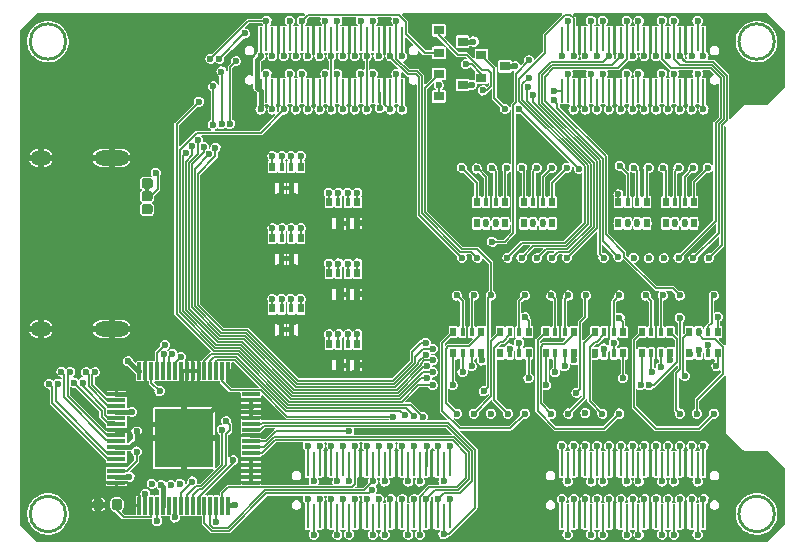
<source format=gbr>
G04 #@! TF.GenerationSoftware,KiCad,Pcbnew,(5.99.0-1662-g9db296991)*
G04 #@! TF.CreationDate,2020-06-19T13:25:47+05:30*
G04 #@! TF.ProjectId,Alchitry_IO_Shield,416c6368-6974-4727-995f-494f5f536869,rev?*
G04 #@! TF.SameCoordinates,Original*
G04 #@! TF.FileFunction,Copper,L4,Bot*
G04 #@! TF.FilePolarity,Positive*
%FSLAX46Y46*%
G04 Gerber Fmt 4.6, Leading zero omitted, Abs format (unit mm)*
G04 Created by KiCad (PCBNEW (5.99.0-1662-g9db296991)) date 2020-06-19 13:25:47*
%MOMM*%
%LPD*%
G01*
G04 APERTURE LIST*
G04 #@! TA.AperFunction,EtchedComponent*
%ADD10C,0.254000*%
G04 #@! TD*
G04 #@! TA.AperFunction,SMDPad,CuDef*
%ADD11R,0.500000X0.800000*%
G04 #@! TD*
G04 #@! TA.AperFunction,SMDPad,CuDef*
%ADD12R,0.400000X0.800000*%
G04 #@! TD*
G04 #@! TA.AperFunction,SMDPad,CuDef*
%ADD13R,0.900000X0.800000*%
G04 #@! TD*
G04 #@! TA.AperFunction,ComponentPad*
%ADD14O,3.000000X1.300000*%
G04 #@! TD*
G04 #@! TA.AperFunction,ComponentPad*
%ADD15O,1.800000X1.300000*%
G04 #@! TD*
G04 #@! TA.AperFunction,SMDPad,CuDef*
%ADD16R,0.250000X2.000000*%
G04 #@! TD*
G04 #@! TA.AperFunction,ComponentPad*
%ADD17C,0.500000*%
G04 #@! TD*
G04 #@! TA.AperFunction,SMDPad,CuDef*
%ADD18R,5.000000X5.000000*%
G04 #@! TD*
G04 #@! TA.AperFunction,SMDPad,CuDef*
%ADD19R,0.300000X1.500000*%
G04 #@! TD*
G04 #@! TA.AperFunction,SMDPad,CuDef*
%ADD20R,1.500000X0.300000*%
G04 #@! TD*
G04 #@! TA.AperFunction,ViaPad*
%ADD21C,0.600000*%
G04 #@! TD*
G04 #@! TA.AperFunction,Conductor*
%ADD22C,0.127000*%
G04 #@! TD*
G04 #@! TA.AperFunction,Conductor*
%ADD23C,0.152400*%
G04 #@! TD*
G04 #@! TA.AperFunction,Conductor*
%ADD24C,0.381000*%
G04 #@! TD*
G04 APERTURE END LIST*
D10*
X76000000Y-54500000D02*
G75*
G03*
X76000000Y-54500000I-1500000J0D01*
G01*
X16000000Y-14500000D02*
G75*
G03*
X16000000Y-14500000I-1500000J0D01*
G01*
X76000000Y-14500000D02*
G75*
G03*
X76000000Y-14500000I-1500000J0D01*
G01*
X16000000Y-54500000D02*
G75*
G03*
X16000000Y-54500000I-1500000J0D01*
G01*
D11*
X48800000Y-39100000D03*
D12*
X49600000Y-39100000D03*
D11*
X51200000Y-39100000D03*
D12*
X50400000Y-39100000D03*
D11*
X48800000Y-40900000D03*
D12*
X50400000Y-40900000D03*
X49600000Y-40900000D03*
D11*
X51200000Y-40900000D03*
X52800000Y-39100000D03*
D12*
X53600000Y-39100000D03*
D11*
X55200000Y-39100000D03*
D12*
X54400000Y-39100000D03*
D11*
X52800000Y-40900000D03*
D12*
X54400000Y-40900000D03*
X53600000Y-40900000D03*
D11*
X55200000Y-40900000D03*
X56650000Y-39100000D03*
D12*
X57450000Y-39100000D03*
D11*
X59050000Y-39100000D03*
D12*
X58250000Y-39100000D03*
D11*
X56650000Y-40900000D03*
D12*
X58250000Y-40900000D03*
X57450000Y-40900000D03*
D11*
X59050000Y-40900000D03*
X64800000Y-39100000D03*
D12*
X65600000Y-39100000D03*
D11*
X67200000Y-39100000D03*
D12*
X66400000Y-39100000D03*
D11*
X64800000Y-40900000D03*
D12*
X66400000Y-40900000D03*
X65600000Y-40900000D03*
D11*
X67200000Y-40900000D03*
X60800000Y-39100000D03*
D12*
X61600000Y-39100000D03*
D11*
X63200000Y-39100000D03*
D12*
X62400000Y-39100000D03*
D11*
X60800000Y-40900000D03*
D12*
X62400000Y-40900000D03*
X61600000Y-40900000D03*
D11*
X63200000Y-40900000D03*
X68800000Y-39100000D03*
D12*
X69600000Y-39100000D03*
D11*
X71200000Y-39100000D03*
D12*
X70400000Y-39100000D03*
D11*
X68800000Y-40900000D03*
D12*
X70400000Y-40900000D03*
X69600000Y-40900000D03*
D11*
X71200000Y-40900000D03*
D13*
X49600000Y-18200000D03*
X47600000Y-17250000D03*
X47600000Y-19150000D03*
X53200000Y-16600000D03*
X51200000Y-15650000D03*
X51200000Y-17550000D03*
X49600000Y-14500000D03*
X47600000Y-13550000D03*
X47600000Y-15450000D03*
G04 #@! TA.AperFunction,SMDPad,CuDef*
G36*
G01*
X22750000Y-27440000D02*
X22750000Y-26640000D01*
G75*
G02*
X22825000Y-26565000I75000J0D01*
G01*
X22975000Y-26565000D01*
G75*
G02*
X23050000Y-26640000I0J-75000D01*
G01*
X23050000Y-27440000D01*
G75*
G02*
X22975000Y-27515000I-75000J0D01*
G01*
X22825000Y-27515000D01*
G75*
G02*
X22750000Y-27440000I0J75000D01*
G01*
G37*
G04 #@! TD.AperFunction*
G04 #@! TA.AperFunction,SMDPad,CuDef*
G36*
G01*
X23156250Y-29137500D02*
X22643750Y-29137500D01*
G75*
G02*
X22425000Y-28918750I0J218750D01*
G01*
X22425000Y-28481250D01*
G75*
G02*
X22643750Y-28262500I218750J0D01*
G01*
X23156250Y-28262500D01*
G75*
G02*
X23375000Y-28481250I0J-218750D01*
G01*
X23375000Y-28918750D01*
G75*
G02*
X23156250Y-29137500I-218750J0D01*
G01*
G37*
G04 #@! TD.AperFunction*
G04 #@! TA.AperFunction,SMDPad,CuDef*
G36*
G01*
X22643750Y-26075000D02*
X23156250Y-26075000D01*
G75*
G02*
X23375000Y-26293750I0J-218750D01*
G01*
X23375000Y-26731250D01*
G75*
G02*
X23156250Y-26950000I-218750J0D01*
G01*
X22643750Y-26950000D01*
G75*
G02*
X22425000Y-26731250I0J218750D01*
G01*
X22425000Y-26293750D01*
G75*
G02*
X22643750Y-26075000I218750J0D01*
G01*
G37*
G04 #@! TD.AperFunction*
G04 #@! TA.AperFunction,SMDPad,CuDef*
G36*
G01*
X22643750Y-27162500D02*
X23156250Y-27162500D01*
G75*
G02*
X23375000Y-27381250I0J-218750D01*
G01*
X23375000Y-27818750D01*
G75*
G02*
X23156250Y-28037500I-218750J0D01*
G01*
X22643750Y-28037500D01*
G75*
G02*
X22425000Y-27818750I0J218750D01*
G01*
X22425000Y-27381250D01*
G75*
G02*
X22643750Y-27162500I218750J0D01*
G01*
G37*
G04 #@! TD.AperFunction*
D14*
X19900000Y-38850000D03*
X19900000Y-24350000D03*
D15*
X13900000Y-24350000D03*
X13900000Y-38850000D03*
D16*
X41000000Y-54700000D03*
X41500000Y-54700000D03*
X43500000Y-54700000D03*
X69500000Y-54700000D03*
X44000000Y-54700000D03*
X43000000Y-54700000D03*
X65500000Y-54700000D03*
X66000000Y-54700000D03*
X42000000Y-54700000D03*
X42500000Y-50300000D03*
X70000000Y-54700000D03*
X45500000Y-50300000D03*
X36500000Y-50300000D03*
X40500000Y-50300000D03*
X37500000Y-50300000D03*
X41500000Y-50300000D03*
X47000000Y-50300000D03*
X39000000Y-50300000D03*
X38000000Y-50300000D03*
X40500000Y-54700000D03*
X39500000Y-54700000D03*
X37500000Y-54700000D03*
X66500000Y-54700000D03*
X67000000Y-54700000D03*
X67500000Y-54700000D03*
X68000000Y-54700000D03*
X68500000Y-54700000D03*
X39500000Y-50300000D03*
X42500000Y-54700000D03*
X69000000Y-54700000D03*
X43000000Y-50300000D03*
X36500000Y-54700000D03*
X44000000Y-50300000D03*
X48000000Y-50300000D03*
X44500000Y-50300000D03*
X40000000Y-54700000D03*
X45000000Y-54700000D03*
X45000000Y-50300000D03*
X46000000Y-50300000D03*
X46500000Y-50300000D03*
X44500000Y-54700000D03*
X46000000Y-54700000D03*
X42000000Y-50300000D03*
X41000000Y-50300000D03*
X38500000Y-50300000D03*
X37000000Y-54700000D03*
X47500000Y-50300000D03*
X48500000Y-50300000D03*
X45500000Y-54700000D03*
X40000000Y-50300000D03*
X37000000Y-50300000D03*
X39000000Y-54700000D03*
X38000000Y-54700000D03*
X65000000Y-54700000D03*
X38500000Y-54700000D03*
X43500000Y-50300000D03*
X46500000Y-54700000D03*
X47000000Y-54700000D03*
X47500000Y-54700000D03*
X48000000Y-54700000D03*
X48500000Y-54700000D03*
X69500000Y-50300000D03*
X63500000Y-50300000D03*
X69000000Y-50300000D03*
X70000000Y-50300000D03*
X68500000Y-50300000D03*
X61500000Y-14300000D03*
X64000000Y-18700000D03*
X65500000Y-14300000D03*
X63500000Y-14300000D03*
X63000000Y-14300000D03*
X60000000Y-14300000D03*
X67000000Y-14300000D03*
X62000000Y-18700000D03*
X68000000Y-18700000D03*
X58000000Y-18700000D03*
X60500000Y-18700000D03*
X68000000Y-14300000D03*
X67000000Y-18700000D03*
X69500000Y-14300000D03*
X66000000Y-14300000D03*
X66000000Y-18700000D03*
X64000000Y-14300000D03*
X66500000Y-14300000D03*
X59500000Y-14300000D03*
X65000000Y-14300000D03*
X69000000Y-14300000D03*
X59000000Y-18700000D03*
X58000000Y-14300000D03*
X62500000Y-14300000D03*
X67500000Y-14300000D03*
X68500000Y-14300000D03*
X60500000Y-14300000D03*
X67500000Y-18700000D03*
X69000000Y-18700000D03*
X62000000Y-14300000D03*
X61500000Y-18700000D03*
X61000000Y-14300000D03*
X68500000Y-18700000D03*
X61000000Y-18700000D03*
X65500000Y-18700000D03*
X69500000Y-18700000D03*
X58500000Y-14300000D03*
X59500000Y-18700000D03*
X60000000Y-18700000D03*
X64500000Y-18700000D03*
X59000000Y-14300000D03*
X63500000Y-18700000D03*
X62500000Y-18700000D03*
X66500000Y-18700000D03*
X65000000Y-18700000D03*
X58500000Y-18700000D03*
X63000000Y-18700000D03*
X64500000Y-14300000D03*
X70000000Y-14300000D03*
X36000000Y-18700000D03*
X34500000Y-18700000D03*
X35500000Y-18700000D03*
X39000000Y-18700000D03*
X67500000Y-50300000D03*
X38500000Y-18700000D03*
X66000000Y-50300000D03*
X40500000Y-14300000D03*
X41500000Y-18700000D03*
X43500000Y-14300000D03*
X33000000Y-18700000D03*
X43500000Y-18700000D03*
X32500000Y-14300000D03*
X70000000Y-18700000D03*
X38500000Y-14300000D03*
X36000000Y-14300000D03*
X37000000Y-14300000D03*
X35500000Y-14300000D03*
X35000000Y-18700000D03*
X39000000Y-14300000D03*
X67000000Y-50300000D03*
X39500000Y-14300000D03*
X40000000Y-14300000D03*
X44500000Y-18700000D03*
X65000000Y-50300000D03*
X38000000Y-18700000D03*
X66500000Y-50300000D03*
X64500000Y-50300000D03*
X41000000Y-14300000D03*
X42000000Y-14300000D03*
X42500000Y-14300000D03*
X44000000Y-14300000D03*
X37000000Y-18700000D03*
X32500000Y-18700000D03*
X64000000Y-50300000D03*
X39500000Y-18700000D03*
X35000000Y-14300000D03*
X44000000Y-18700000D03*
X40500000Y-18700000D03*
X33500000Y-18700000D03*
X41500000Y-14300000D03*
X43000000Y-14300000D03*
X38000000Y-14300000D03*
X34000000Y-18700000D03*
X68000000Y-50300000D03*
X36500000Y-14300000D03*
X40000000Y-18700000D03*
X42000000Y-18700000D03*
X65500000Y-50300000D03*
X33500000Y-14300000D03*
X33000000Y-14300000D03*
X36500000Y-18700000D03*
X44500000Y-14300000D03*
X37500000Y-14300000D03*
X37500000Y-18700000D03*
X34500000Y-14300000D03*
X34000000Y-14300000D03*
X42500000Y-18700000D03*
X43000000Y-18700000D03*
X41000000Y-18700000D03*
X62000000Y-50300000D03*
X63000000Y-50300000D03*
X62500000Y-50300000D03*
X61000000Y-50300000D03*
X58000000Y-50300000D03*
X58500000Y-50300000D03*
X60500000Y-50300000D03*
X64000000Y-54700000D03*
X63500000Y-54700000D03*
X59000000Y-50300000D03*
X61500000Y-50300000D03*
X60000000Y-50300000D03*
X59500000Y-50300000D03*
X62500000Y-54700000D03*
X60500000Y-54700000D03*
X63000000Y-54700000D03*
X62000000Y-54700000D03*
X61500000Y-54700000D03*
X59500000Y-54700000D03*
X61000000Y-54700000D03*
X58500000Y-54700000D03*
X60000000Y-54700000D03*
X64500000Y-54700000D03*
X59000000Y-54700000D03*
X58000000Y-54700000D03*
D11*
X53200000Y-29900000D03*
D12*
X51600000Y-29900000D03*
X52400000Y-29900000D03*
D11*
X50800000Y-29900000D03*
D12*
X52400000Y-28100000D03*
D11*
X53200000Y-28100000D03*
D12*
X51600000Y-28100000D03*
D11*
X50800000Y-28100000D03*
X57200000Y-29900000D03*
D12*
X55600000Y-29900000D03*
X56400000Y-29900000D03*
D11*
X54800000Y-29900000D03*
D12*
X56400000Y-28100000D03*
D11*
X57200000Y-28100000D03*
D12*
X55600000Y-28100000D03*
D11*
X54800000Y-28100000D03*
X65200000Y-29900000D03*
D12*
X63600000Y-29900000D03*
X64400000Y-29900000D03*
D11*
X62800000Y-29900000D03*
D12*
X64400000Y-28100000D03*
D11*
X65200000Y-28100000D03*
D12*
X63600000Y-28100000D03*
D11*
X62800000Y-28100000D03*
X69200000Y-29900000D03*
D12*
X67600000Y-29900000D03*
X68400000Y-29900000D03*
D11*
X66800000Y-29900000D03*
D12*
X68400000Y-28100000D03*
D11*
X69200000Y-28100000D03*
D12*
X67600000Y-28100000D03*
D11*
X66800000Y-28100000D03*
X35900000Y-26900000D03*
D12*
X34300000Y-26900000D03*
X35100000Y-26900000D03*
D11*
X33500000Y-26900000D03*
D12*
X35100000Y-25100000D03*
D11*
X35900000Y-25100000D03*
D12*
X34300000Y-25100000D03*
D11*
X33500000Y-25100000D03*
X40700000Y-29900000D03*
D12*
X39100000Y-29900000D03*
X39900000Y-29900000D03*
D11*
X38300000Y-29900000D03*
D12*
X39900000Y-28100000D03*
D11*
X40700000Y-28100000D03*
D12*
X39100000Y-28100000D03*
D11*
X38300000Y-28100000D03*
X35900000Y-32900000D03*
D12*
X34300000Y-32900000D03*
X35100000Y-32900000D03*
D11*
X33500000Y-32900000D03*
D12*
X35100000Y-31100000D03*
D11*
X35900000Y-31100000D03*
D12*
X34300000Y-31100000D03*
D11*
X33500000Y-31100000D03*
X40700000Y-35900000D03*
D12*
X39100000Y-35900000D03*
X39900000Y-35900000D03*
D11*
X38300000Y-35900000D03*
D12*
X39900000Y-34100000D03*
D11*
X40700000Y-34100000D03*
D12*
X39100000Y-34100000D03*
D11*
X38300000Y-34100000D03*
X35900000Y-38900000D03*
D12*
X34300000Y-38900000D03*
X35100000Y-38900000D03*
D11*
X33500000Y-38900000D03*
D12*
X35100000Y-37100000D03*
D11*
X35900000Y-37100000D03*
D12*
X34300000Y-37100000D03*
D11*
X33500000Y-37100000D03*
X40700000Y-41900000D03*
D12*
X39100000Y-41900000D03*
X39900000Y-41900000D03*
D11*
X38300000Y-41900000D03*
D12*
X39900000Y-40100000D03*
D11*
X40700000Y-40100000D03*
D12*
X39100000Y-40100000D03*
D11*
X38300000Y-40100000D03*
D17*
X24000000Y-47100000D03*
X24000000Y-48100000D03*
X24000000Y-50100000D03*
X24000000Y-49100000D03*
X24000000Y-46100000D03*
X25000000Y-47100000D03*
X25000000Y-48100000D03*
X25000000Y-50100000D03*
X25000000Y-49100000D03*
X25000000Y-46100000D03*
X26000000Y-47100000D03*
X26000000Y-48100000D03*
X26000000Y-50100000D03*
X26000000Y-49100000D03*
X26000000Y-46100000D03*
X27000000Y-47100000D03*
X27000000Y-48100000D03*
X27000000Y-50100000D03*
X27000000Y-49100000D03*
X27000000Y-46100000D03*
X28000000Y-46100000D03*
X28000000Y-47100000D03*
X28000000Y-48100000D03*
X28000000Y-49100000D03*
X28000000Y-50100000D03*
D18*
X26000000Y-48100000D03*
D19*
X29750000Y-53800000D03*
X29250000Y-53800000D03*
X28750000Y-53800000D03*
X28250000Y-53800000D03*
X27750000Y-53800000D03*
X27250000Y-53800000D03*
X26750000Y-53800000D03*
X26250000Y-53800000D03*
X25750000Y-53800000D03*
X25250000Y-53800000D03*
X24750000Y-53800000D03*
X24250000Y-53800000D03*
X23750000Y-53800000D03*
X23250000Y-53800000D03*
X22750000Y-53800000D03*
X22250000Y-53800000D03*
D20*
X20300000Y-51850000D03*
X20300000Y-51350000D03*
X20300000Y-50850000D03*
X20300000Y-50350000D03*
X20300000Y-49850000D03*
X20300000Y-49350000D03*
X20300000Y-48850000D03*
X20300000Y-48350000D03*
X20300000Y-47850000D03*
X20300000Y-47350000D03*
X20300000Y-46850000D03*
X20300000Y-46350000D03*
X20300000Y-45850000D03*
X20300000Y-45350000D03*
X20300000Y-44850000D03*
X20300000Y-44350000D03*
D19*
X22250000Y-42400000D03*
X22750000Y-42400000D03*
X23250000Y-42400000D03*
X23750000Y-42400000D03*
X24250000Y-42400000D03*
X24750000Y-42400000D03*
X25250000Y-42400000D03*
X25750000Y-42400000D03*
X26250000Y-42400000D03*
X26750000Y-42400000D03*
X27250000Y-42400000D03*
X27750000Y-42400000D03*
X28250000Y-42400000D03*
X28750000Y-42400000D03*
X29250000Y-42400000D03*
X29750000Y-42400000D03*
D20*
X31700000Y-44350000D03*
X31700000Y-44850000D03*
X31700000Y-45350000D03*
X31700000Y-45850000D03*
X31700000Y-46350000D03*
X31700000Y-46850000D03*
X31700000Y-47350000D03*
X31700000Y-47850000D03*
X31700000Y-48350000D03*
X31700000Y-48850000D03*
X31700000Y-49350000D03*
X31700000Y-49850000D03*
X31700000Y-50350000D03*
X31700000Y-50850000D03*
X31700000Y-51350000D03*
X31700000Y-51850000D03*
G04 #@! TA.AperFunction,SMDPad,CuDef*
G36*
G01*
X20775000Y-53443750D02*
X20775000Y-53956250D01*
G75*
G02*
X20556250Y-54175000I-218750J0D01*
G01*
X20118750Y-54175000D01*
G75*
G02*
X19900000Y-53956250I0J218750D01*
G01*
X19900000Y-53443750D01*
G75*
G02*
X20118750Y-53225000I218750J0D01*
G01*
X20556250Y-53225000D01*
G75*
G02*
X20775000Y-53443750I0J-218750D01*
G01*
G37*
G04 #@! TD.AperFunction*
G04 #@! TA.AperFunction,SMDPad,CuDef*
G36*
G01*
X19200000Y-53443750D02*
X19200000Y-53956250D01*
G75*
G02*
X18981250Y-54175000I-218750J0D01*
G01*
X18543750Y-54175000D01*
G75*
G02*
X18325000Y-53956250I0J218750D01*
G01*
X18325000Y-53443750D01*
G75*
G02*
X18543750Y-53225000I218750J0D01*
G01*
X18981250Y-53225000D01*
G75*
G02*
X19200000Y-53443750I0J-218750D01*
G01*
G37*
G04 #@! TD.AperFunction*
D21*
X41000000Y-47509426D03*
X27300000Y-19600000D03*
X28500000Y-18300000D03*
X53200000Y-20200000D03*
X47600000Y-18200000D03*
X23650000Y-25610000D03*
X51330000Y-18640000D03*
X52120000Y-31460000D03*
X68510000Y-51750000D03*
X30500000Y-43340000D03*
X57340000Y-18700000D03*
X49890000Y-16410000D03*
X57320000Y-19470000D03*
X62800000Y-27450000D03*
X54397521Y-20222479D03*
X59439988Y-25264945D03*
X28250000Y-15970000D03*
X31150000Y-13820000D03*
X29000000Y-15960000D03*
X50398922Y-18193054D03*
X54060000Y-16590000D03*
X50530000Y-14500000D03*
X28681086Y-23490559D03*
X30430000Y-16169500D03*
X28172448Y-24010000D03*
X29924747Y-21494510D03*
X29190000Y-17040000D03*
X27681948Y-23436801D03*
X29197744Y-21494510D03*
X27191448Y-22831448D03*
X28472866Y-21550031D03*
X46571619Y-41999344D03*
X26690500Y-23360902D03*
X26200000Y-23900000D03*
X32498157Y-20248157D03*
X22900000Y-28700000D03*
X46500000Y-40000000D03*
X47100000Y-40500000D03*
X46500000Y-41000000D03*
X49600000Y-42481012D03*
X47100000Y-41500000D03*
X46585925Y-43014075D03*
X47100000Y-42500000D03*
X47100000Y-43600000D03*
X70400000Y-25200000D03*
X64100000Y-25200000D03*
X55900000Y-25200000D03*
X57150000Y-25200000D03*
X50800000Y-25250000D03*
X53350000Y-25200000D03*
X66600000Y-25200000D03*
X69150000Y-25200000D03*
X65350000Y-25200000D03*
X58450000Y-25200000D03*
X67900000Y-25200000D03*
X49550000Y-25200000D03*
X54650000Y-25200000D03*
X22000000Y-49225000D03*
X67900000Y-32800000D03*
X64100000Y-32800000D03*
X62800000Y-32750000D03*
X53400000Y-32800000D03*
X69150000Y-32850000D03*
X66650000Y-32850000D03*
X50850000Y-32800000D03*
X49550000Y-32800000D03*
X55900000Y-32850000D03*
X52100000Y-25200000D03*
X57200000Y-32800000D03*
X65400000Y-32850000D03*
X54600000Y-32800000D03*
X61550000Y-32800000D03*
X58450000Y-32800000D03*
X52000000Y-36000000D03*
X68000000Y-46000000D03*
X68000000Y-36000000D03*
X68850009Y-40994158D03*
X69440000Y-46000000D03*
X69600000Y-39100000D03*
X60000000Y-45950000D03*
X60050000Y-36000000D03*
X52000000Y-46000000D03*
X49120000Y-46000000D03*
X60850009Y-41050000D03*
X61440000Y-46000000D03*
X54880000Y-46000000D03*
X52778374Y-40990510D03*
X57120000Y-46000000D03*
X24100000Y-52050000D03*
X30200000Y-49950000D03*
X23300000Y-51950000D03*
X25700000Y-51950000D03*
X24900000Y-52050000D03*
X53440000Y-46000000D03*
X62800000Y-29900000D03*
X51600000Y-29900000D03*
X63600000Y-29900000D03*
X69600000Y-40600000D03*
X57120000Y-36000000D03*
X50560000Y-36000000D03*
X22900000Y-26512500D03*
X58560000Y-36000000D03*
X50800000Y-29900000D03*
X53600000Y-40500000D03*
X65120000Y-36000000D03*
X70880000Y-36000000D03*
X54880000Y-36000000D03*
X52400000Y-29900000D03*
X54800000Y-29900000D03*
X56400000Y-29900000D03*
X57200000Y-29900000D03*
X61600000Y-40500000D03*
X66560000Y-36000000D03*
X62880000Y-36000000D03*
X49120000Y-36000000D03*
X53200000Y-29900000D03*
X55600000Y-29900000D03*
X66800000Y-29900000D03*
X67600000Y-29900000D03*
X64400000Y-29900000D03*
X62918686Y-25031314D03*
X23950000Y-44100000D03*
X68400000Y-29900000D03*
X69200000Y-29900000D03*
X22000000Y-47475000D03*
X65200000Y-29900000D03*
X25037500Y-44100000D03*
X21300000Y-41575000D03*
X62880000Y-46000000D03*
X70880000Y-46000000D03*
X50560000Y-46000000D03*
X58560000Y-46000000D03*
X55253164Y-16103164D03*
X59238468Y-44239261D03*
X55585989Y-18999999D03*
X51400000Y-44100000D03*
X55220841Y-17551613D03*
X50393439Y-41990510D03*
X64700000Y-43600000D03*
X65427011Y-43600473D03*
X48800000Y-43600000D03*
X56700000Y-43600000D03*
X55200000Y-43000000D03*
X71100000Y-42000000D03*
X63200000Y-43000000D03*
X70400000Y-40181011D03*
X68400000Y-42800000D03*
X68000000Y-37900000D03*
X71200000Y-37827040D03*
X25040665Y-40946694D03*
X25767674Y-41198532D03*
X43750000Y-46250000D03*
X67156764Y-41490707D03*
X65606006Y-42481020D03*
X57450000Y-42481011D03*
X51250000Y-41500000D03*
X58250000Y-41990510D03*
X59050000Y-41481020D03*
X66400000Y-42050000D03*
X62400000Y-40000000D03*
X54400000Y-40000000D03*
X62890510Y-37900000D03*
X54900000Y-37850000D03*
X23000000Y-36000000D03*
X23000000Y-35000000D03*
X23000000Y-34000000D03*
X23000000Y-33000000D03*
X23000000Y-32000000D03*
X23000000Y-31000000D03*
X23000000Y-30000000D03*
X16000000Y-32000000D03*
X17000000Y-31000000D03*
X16000000Y-31000000D03*
X18000000Y-30000000D03*
X17000000Y-30000000D03*
X16000000Y-30000000D03*
X18000000Y-29000000D03*
X17000000Y-29000000D03*
X16000000Y-29000000D03*
X18000000Y-28000000D03*
X17000000Y-28000000D03*
X16000000Y-28000000D03*
X18000000Y-27000000D03*
X17000000Y-27000000D03*
X16000000Y-27000000D03*
X32800000Y-55400000D03*
X22700000Y-51300000D03*
X17000000Y-48450000D03*
X32800000Y-45850000D03*
X32751936Y-47801936D03*
X29239090Y-47352154D03*
X44738342Y-46156914D03*
X55135800Y-18330326D03*
X65500000Y-51750000D03*
X62500000Y-51750000D03*
X59500000Y-51750000D03*
X44000000Y-56250000D03*
X41000000Y-56250000D03*
X38000000Y-56250000D03*
X47000000Y-51750000D03*
X44000000Y-51750000D03*
X41000000Y-51750000D03*
X38000000Y-51750000D03*
X59500000Y-17250000D03*
X62500000Y-17250000D03*
X65500000Y-17250000D03*
X68500000Y-17250000D03*
X68500000Y-12750000D03*
X65500000Y-12750000D03*
X62500000Y-12750000D03*
X59500000Y-12750000D03*
X34000000Y-12750000D03*
X37000000Y-12750000D03*
X40000000Y-12750000D03*
X43000000Y-12750000D03*
X43000000Y-17250000D03*
X40000000Y-17250000D03*
X37000000Y-17250000D03*
X59500000Y-56250000D03*
X62500000Y-56250000D03*
X65500000Y-56250000D03*
X68500000Y-56250000D03*
X34000000Y-17250000D03*
X47000000Y-56217768D03*
X21600000Y-44350000D03*
X14613661Y-43469702D03*
X15366061Y-43469702D03*
X15645461Y-42451451D03*
X16397861Y-42451451D03*
X16677261Y-43376184D03*
X17429661Y-43376184D03*
X17723800Y-42500000D03*
X18476200Y-42500000D03*
X35500000Y-20250000D03*
X38500000Y-20250000D03*
X41500000Y-20250000D03*
X44500000Y-15750000D03*
X41500000Y-15750000D03*
X38500000Y-15750000D03*
X35500000Y-15750000D03*
X61000000Y-15750000D03*
X64000000Y-15750000D03*
X67000000Y-15750000D03*
X70000000Y-15750000D03*
X70000000Y-20250000D03*
X67000000Y-20250000D03*
X64000000Y-20250000D03*
X61000000Y-20250000D03*
X45500000Y-53250000D03*
X42500000Y-53250000D03*
X39500000Y-53250000D03*
X42500000Y-48750000D03*
X39500000Y-48750000D03*
X70000000Y-48750000D03*
X67000000Y-48750000D03*
X64000000Y-48750000D03*
X61000000Y-48750000D03*
X61000000Y-53250000D03*
X64000000Y-53250000D03*
X67000000Y-53250000D03*
X70000000Y-53250000D03*
X44500000Y-20250000D03*
X21600000Y-45850000D03*
X21400000Y-51350000D03*
X30350000Y-53750000D03*
X32500000Y-15750000D03*
X29590500Y-46650000D03*
X23750000Y-55100000D03*
X28750000Y-55200000D03*
X48000000Y-56217764D03*
X47500000Y-53250000D03*
X46500000Y-53250000D03*
X46000000Y-56250000D03*
X40000000Y-51750000D03*
X40000000Y-47509425D03*
X40500000Y-48749992D03*
X41500000Y-48749994D03*
X41946979Y-52496694D03*
X42000000Y-51750000D03*
X47994844Y-51744844D03*
X46242998Y-46274404D03*
X47500000Y-48749988D03*
X45482485Y-46207564D03*
X46600000Y-48749992D03*
X46000000Y-51750000D03*
X45000000Y-51750008D03*
X24400000Y-40200000D03*
X44500000Y-48749994D03*
X24312442Y-40981231D03*
X43500000Y-48750000D03*
X43000000Y-51750000D03*
X68000000Y-20250000D03*
X67500000Y-17250000D03*
X66500000Y-17250000D03*
X66000000Y-20250000D03*
X65000000Y-20250000D03*
X64500000Y-17250000D03*
X63500000Y-17250000D03*
X63000000Y-20250000D03*
X62000000Y-20250000D03*
X61500000Y-17250000D03*
X60500000Y-17250000D03*
X60000000Y-20250000D03*
X59000000Y-20250000D03*
X58500000Y-17250000D03*
X44000000Y-17250000D03*
X43500000Y-20250000D03*
X42621843Y-20128157D03*
X42000000Y-17250000D03*
X41000000Y-17250000D03*
X40500000Y-20250000D03*
X39500000Y-20250000D03*
X39000000Y-17250000D03*
X38000000Y-17250000D03*
X37500000Y-20250000D03*
X25249999Y-54794602D03*
X26727570Y-51758437D03*
X67500000Y-12750000D03*
X66500000Y-12750000D03*
X66000000Y-15750000D03*
X65000000Y-15750000D03*
X64500000Y-12750000D03*
X63500000Y-12750000D03*
X63000000Y-15750000D03*
X62000000Y-15750000D03*
X61500000Y-12750000D03*
X60500000Y-12750000D03*
X60000000Y-15750000D03*
X59000000Y-15750000D03*
X58500000Y-12750000D03*
X44000000Y-12750000D03*
X43500000Y-15750000D03*
X42500000Y-15750000D03*
X42000000Y-12750000D03*
X41000000Y-12750000D03*
X40500000Y-15750000D03*
X39500000Y-15750000D03*
X39000000Y-12750000D03*
X38000000Y-12750000D03*
X37500000Y-15750000D03*
X58000000Y-53250000D03*
X59000000Y-53250000D03*
X64500000Y-56250000D03*
X60000000Y-53250000D03*
X58500000Y-56250000D03*
X61500000Y-56250000D03*
X62000000Y-53250000D03*
X63000000Y-53250000D03*
X60500000Y-56250000D03*
X60000000Y-48750000D03*
X61500000Y-51750000D03*
X59000000Y-48750000D03*
X63500000Y-56250000D03*
X60500000Y-51750000D03*
X58500000Y-51749996D03*
X58000000Y-48750000D03*
X63000000Y-48750000D03*
X62000000Y-48750000D03*
X34500000Y-15750000D03*
X36500000Y-20250000D03*
X33000000Y-12750000D03*
X33500000Y-15750000D03*
X36500000Y-15750000D03*
X68000000Y-48750000D03*
X33500000Y-20250000D03*
X35000000Y-12750000D03*
X64500000Y-51750000D03*
X66500000Y-51750000D03*
X65000000Y-48750000D03*
X35000000Y-17250000D03*
X36000000Y-12750000D03*
X33000000Y-17250000D03*
X66000000Y-48750000D03*
X67500000Y-51750000D03*
X34500000Y-20250000D03*
X36000000Y-17250000D03*
X69500000Y-17250000D03*
X69000000Y-20250000D03*
X58000000Y-15750000D03*
X69000000Y-15750000D03*
X69500000Y-12750000D03*
X69000000Y-48750000D03*
X63500000Y-51750000D03*
X69500000Y-51750000D03*
X48500000Y-53253210D03*
X43500000Y-53250000D03*
X43000000Y-56250000D03*
X69000000Y-53250000D03*
X66000000Y-53250000D03*
X66500000Y-56250000D03*
X65000000Y-53250000D03*
X44500000Y-53250000D03*
X68000000Y-53250000D03*
X67500000Y-56250000D03*
X69500000Y-56250000D03*
X38500000Y-53250004D03*
X39000000Y-56250000D03*
X37000000Y-51750000D03*
X48550000Y-48750000D03*
X37000000Y-56249994D03*
X38500000Y-48750008D03*
X45000000Y-56250000D03*
X40000000Y-56250000D03*
X36500000Y-53250000D03*
X37500000Y-53250000D03*
X40500000Y-53250000D03*
X39000000Y-51750000D03*
X37500000Y-48750008D03*
X36500000Y-48750000D03*
X45500000Y-48750000D03*
X42000000Y-56250000D03*
X41500000Y-53250000D03*
X22749999Y-52805398D03*
X70450000Y-32850000D03*
X40700000Y-39300000D03*
X39900000Y-39300000D03*
X39100000Y-39300000D03*
X38300000Y-39300000D03*
X35900000Y-36300000D03*
X35100000Y-36300000D03*
X34300000Y-36300000D03*
X33500000Y-36300000D03*
X40700000Y-33300000D03*
X39900000Y-33300000D03*
X39100000Y-33300000D03*
X38300000Y-33300000D03*
X35900000Y-30300000D03*
X35100000Y-30300000D03*
X34300000Y-30300000D03*
X33500000Y-30300000D03*
X40700000Y-27300000D03*
X39900000Y-27300000D03*
X39100000Y-27300000D03*
X38300000Y-27300000D03*
X35900000Y-24200000D03*
X35100000Y-24200000D03*
X34300000Y-24200000D03*
X33500000Y-24200000D03*
X68000000Y-15750000D03*
D22*
X28557466Y-40697466D02*
X30656691Y-40697467D01*
X30656691Y-40697467D02*
X34951257Y-44992033D01*
X25391979Y-37531979D02*
X28557466Y-40697466D01*
X27300000Y-19600000D02*
X25391979Y-21508021D01*
X44445642Y-44992031D02*
X45837673Y-43600000D01*
X25391979Y-21508021D02*
X25391979Y-37531979D01*
X34951257Y-44992033D02*
X44445642Y-44992031D01*
X45837673Y-43600000D02*
X47100000Y-43600000D01*
X52300000Y-19300000D02*
X52300000Y-16750000D01*
X53200000Y-20200000D02*
X52300000Y-19300000D01*
X52300000Y-16750000D02*
X51200000Y-15650000D01*
X28484097Y-18315903D02*
X28484097Y-21538800D01*
X28500000Y-18300000D02*
X28484097Y-18315903D01*
X28484097Y-21538800D02*
X28472866Y-21550031D01*
X46423520Y-28955072D02*
X46423520Y-18426480D01*
X49523937Y-32055489D02*
X46423520Y-28955072D01*
X50831431Y-32055489D02*
X49523937Y-32055489D01*
X52000000Y-36000000D02*
X52000000Y-33224058D01*
X52000000Y-33224058D02*
X50831431Y-32055489D01*
X46423520Y-18426480D02*
X47600000Y-17250000D01*
X47600000Y-18200000D02*
X47600000Y-19150000D01*
X43200874Y-43213960D02*
X43709144Y-43213960D01*
X45319088Y-41604016D02*
X45319089Y-40756647D01*
X45319089Y-40756647D02*
X46075736Y-40000000D01*
X46075736Y-40000000D02*
X46500000Y-40000000D01*
X43709144Y-43213960D02*
X45319088Y-41604016D01*
X35687753Y-43213960D02*
X31393189Y-38919397D01*
X43200874Y-43213960D02*
X35687753Y-43213960D01*
X31393189Y-38919397D02*
X29293965Y-38919397D01*
X46500000Y-40000000D02*
X46414834Y-40000000D01*
X28681086Y-24227304D02*
X28681086Y-23490559D01*
X29293965Y-38919397D02*
X27170049Y-36795481D01*
X27170049Y-36795481D02*
X27170049Y-25738341D01*
X27170049Y-25738341D02*
X28681086Y-24227304D01*
D23*
X66000000Y-50300000D02*
X66000000Y-48750000D01*
D22*
X38500000Y-15750000D02*
X38500000Y-18700000D01*
D23*
X67500000Y-50300000D02*
X67500000Y-51750000D01*
X39000000Y-18700000D02*
X39000000Y-17250000D01*
X34500000Y-18700000D02*
X34500000Y-20250000D01*
X36000000Y-18700000D02*
X36000000Y-17250000D01*
X65000000Y-18700000D02*
X65000000Y-20250000D01*
D22*
X66500000Y-18700000D02*
X66500000Y-17250000D01*
D23*
X63500000Y-18700000D02*
X63500000Y-17250000D01*
X59000000Y-14300000D02*
X59000000Y-15750000D01*
D22*
X59000000Y-12524058D02*
X59000000Y-14300000D01*
X58735441Y-12259499D02*
X59000000Y-12524058D01*
X58290501Y-12259499D02*
X58735441Y-12259499D01*
X56584499Y-13965501D02*
X58290501Y-12259499D01*
X56584499Y-15465501D02*
X56584499Y-13965501D01*
X54391289Y-17658711D02*
X56584499Y-15465501D01*
X54391288Y-19522573D02*
X54391289Y-17658711D01*
X59935433Y-25066718D02*
X54391288Y-19522573D01*
X59935433Y-29877671D02*
X59935433Y-25066718D01*
X58265636Y-31547468D02*
X59935433Y-29877671D01*
X54652531Y-31547469D02*
X58265636Y-31547468D01*
X53400000Y-32800000D02*
X54652531Y-31547469D01*
D23*
X62000000Y-14300000D02*
X62000000Y-15750000D01*
X69000000Y-18700000D02*
X69000000Y-20250000D01*
D22*
X67500000Y-17250000D02*
X67500000Y-18700000D01*
D23*
X60500000Y-14300000D02*
X60500000Y-12750000D01*
D22*
X67500000Y-15975942D02*
X67500000Y-14300000D01*
D23*
X58000000Y-14300000D02*
X58000000Y-15750000D01*
X59000000Y-18700000D02*
X59000000Y-20250000D01*
X69000000Y-14300000D02*
X69000000Y-15750000D01*
X65000000Y-14300000D02*
X65000000Y-15750000D01*
X66500000Y-14300000D02*
X66500000Y-12750000D01*
D22*
X66500000Y-15427000D02*
X66500000Y-14300000D01*
X66500000Y-15975942D02*
X66500000Y-14300000D01*
X67272578Y-16748520D02*
X66500000Y-15975942D01*
X70630072Y-16748520D02*
X67272578Y-16748520D01*
X71491978Y-17610426D02*
X70630072Y-16748520D01*
X71491978Y-20939573D02*
X71491978Y-17610426D01*
X71041979Y-21389571D02*
X71491978Y-20939573D01*
X71041978Y-29658022D02*
X71041979Y-21389571D01*
X67900000Y-32800000D02*
X71041978Y-29658022D01*
D23*
X68000000Y-14300000D02*
X68000000Y-15750000D01*
X60500000Y-18700000D02*
X60500000Y-17250000D01*
X58000000Y-18700000D02*
X57340000Y-18700000D01*
X62000000Y-18700000D02*
X62000000Y-20250000D01*
X63500000Y-14300000D02*
X63500000Y-12750000D01*
D22*
X63500000Y-15975942D02*
X63500000Y-14300000D01*
X62725942Y-16750000D02*
X63500000Y-15975942D01*
X57300000Y-16750000D02*
X62725942Y-16750000D01*
X56584499Y-17465501D02*
X57300000Y-16750000D01*
X56584499Y-18554115D02*
X56584499Y-17465501D01*
X56584513Y-18554129D02*
X56584499Y-18554115D01*
X56584513Y-19560454D02*
X56584513Y-18554129D01*
X61459499Y-24435440D02*
X56584513Y-19560454D01*
X61459499Y-31409499D02*
X61459499Y-24435440D01*
X62800000Y-32750000D02*
X61459499Y-31409499D01*
X68500000Y-51740000D02*
X68510000Y-51750000D01*
X68500000Y-50300000D02*
X68500000Y-51740000D01*
D23*
X69000000Y-50300000D02*
X69000000Y-48750000D01*
X47500000Y-54700000D02*
X47500000Y-53250000D01*
X38500000Y-54700000D02*
X38500000Y-53250004D01*
X37000000Y-50300000D02*
X37000000Y-51750000D01*
X40000000Y-50300000D02*
X40000000Y-51750000D01*
X47500000Y-50300000D02*
X47500000Y-48749988D01*
X37000000Y-54700000D02*
X37000000Y-56249994D01*
X38500000Y-50300000D02*
X38500000Y-48750008D01*
X46000000Y-54700000D02*
X46000000Y-56250000D01*
D22*
X46000000Y-53024058D02*
X46000000Y-54700000D01*
X46774058Y-52250000D02*
X46000000Y-53024058D01*
X49138942Y-52250000D02*
X46774058Y-52250000D01*
X49915501Y-51473441D02*
X49138942Y-52250000D01*
X49915501Y-49389559D02*
X49915501Y-51473441D01*
X48779879Y-48253937D02*
X49915501Y-49389559D01*
X33744329Y-48253937D02*
X48779879Y-48253937D01*
X32648266Y-49350000D02*
X33744329Y-48253937D01*
D23*
X44500000Y-54700000D02*
X44500000Y-53250000D01*
X46000000Y-50300000D02*
X46000000Y-51750000D01*
X40000000Y-54700000D02*
X40000000Y-56250000D01*
X44500000Y-50300000D02*
X44500000Y-48749994D01*
X43000000Y-50300000D02*
X43000000Y-51750000D01*
X69000000Y-54700000D02*
X69000000Y-53250000D01*
X68500000Y-54700000D02*
X68500000Y-56250000D01*
X67500000Y-54700000D02*
X67500000Y-56250000D01*
X41500000Y-50300000D02*
X41500000Y-48749994D01*
D22*
X40500000Y-51975942D02*
X40500000Y-50300000D01*
X40225942Y-52250000D02*
X40500000Y-51975942D01*
X29750000Y-52250000D02*
X40225942Y-52250000D01*
X29250000Y-52750000D02*
X29750000Y-52250000D01*
X29250000Y-53800000D02*
X29250000Y-52750000D01*
D23*
X36500000Y-50300000D02*
X36500000Y-48750000D01*
X66000000Y-54700000D02*
X66000000Y-53250000D01*
X65500000Y-54700000D02*
X65500000Y-56250000D01*
X43000000Y-54700000D02*
X43000000Y-56250000D01*
X41500000Y-54700000D02*
X41500000Y-53250000D01*
D22*
X31700000Y-49350000D02*
X32648266Y-49350000D01*
X66000000Y-20250000D02*
X66000000Y-18700000D01*
X41500000Y-15750000D02*
X41500000Y-18700000D01*
D23*
X43500000Y-18700000D02*
X43500000Y-20250000D01*
X32500000Y-14300000D02*
X32500000Y-15750000D01*
X39500000Y-14300000D02*
X39500000Y-15750000D01*
X64500000Y-50300000D02*
X64500000Y-51750000D01*
X41000000Y-14300000D02*
X41000000Y-12750000D01*
X42500000Y-14300000D02*
X42500000Y-15750000D01*
D22*
X50850000Y-32800000D02*
X50359499Y-32309499D01*
X50359499Y-32309499D02*
X49418723Y-32309499D01*
X49418723Y-32309499D02*
X46169511Y-29060287D01*
X46169511Y-29060287D02*
X46169510Y-17421344D01*
X46169510Y-17421344D02*
X45778655Y-17030489D01*
X45778655Y-17030489D02*
X45079713Y-17030489D01*
X45079713Y-17030489D02*
X43990501Y-15941277D01*
X43990501Y-15941277D02*
X43990501Y-14309499D01*
X43990501Y-14309499D02*
X44000000Y-14300000D01*
D23*
X44000000Y-14300000D02*
X44000000Y-12750000D01*
D24*
X32500000Y-18700000D02*
X32500000Y-20246314D01*
X32500000Y-20246314D02*
X32498157Y-20248157D01*
X32500000Y-18700000D02*
X32200001Y-18400001D01*
X32200001Y-18400001D02*
X32200001Y-16049999D01*
X32200001Y-16049999D02*
X32500000Y-15750000D01*
D23*
X35000000Y-14300000D02*
X35000000Y-12750000D01*
X40500000Y-18700000D02*
X40500000Y-20250000D01*
X38000000Y-14300000D02*
X38000000Y-12750000D01*
X36500000Y-14300000D02*
X36500000Y-15750000D01*
X42000000Y-18700000D02*
X42000000Y-17250000D01*
X33500000Y-14300000D02*
X33500000Y-15750000D01*
X37500000Y-18700000D02*
X37500000Y-20250000D01*
X63000000Y-50300000D02*
X63000000Y-48750000D01*
X58000000Y-50300000D02*
X58000000Y-48750000D01*
X58500000Y-50300000D02*
X58500000Y-51749996D01*
X63500000Y-54700000D02*
X63500000Y-56250000D01*
X61500000Y-50300000D02*
X61500000Y-51750000D01*
X60000000Y-50300000D02*
X60000000Y-48750000D01*
X62500000Y-54700000D02*
X62500000Y-56250000D01*
X60500000Y-54700000D02*
X60500000Y-56250000D01*
X62000000Y-54700000D02*
X62000000Y-53250000D01*
X59500000Y-54700000D02*
X59500000Y-56250000D01*
X64500000Y-54700000D02*
X64500000Y-56250000D01*
X59000000Y-54700000D02*
X59000000Y-53250000D01*
X58000000Y-54700000D02*
X58000000Y-53250000D01*
D22*
X23830000Y-25790000D02*
X23830000Y-26959630D01*
X23650000Y-25610000D02*
X23830000Y-25790000D01*
X23830000Y-26959630D02*
X23189630Y-27600000D01*
X51200000Y-17230000D02*
X51200000Y-17550000D01*
X49890000Y-16410000D02*
X50380000Y-16410000D01*
X50380000Y-16410000D02*
X51200000Y-17230000D01*
X47600000Y-13970000D02*
X47600000Y-13550000D01*
X49250000Y-15620000D02*
X47600000Y-13970000D01*
X49949224Y-15620000D02*
X49250000Y-15620000D01*
X51249224Y-16920000D02*
X49949224Y-15620000D01*
X51640000Y-18640000D02*
X52040000Y-18240000D01*
X52040000Y-18240000D02*
X52040000Y-17160000D01*
X51800000Y-16920000D02*
X51249224Y-16920000D01*
X51330000Y-18640000D02*
X51640000Y-18640000D01*
X52040000Y-17160000D02*
X51800000Y-16920000D01*
X53907020Y-30712980D02*
X53907020Y-19858045D01*
X53907020Y-19858045D02*
X54137279Y-19627786D01*
X52120000Y-31460000D02*
X53160000Y-31460000D01*
X54137279Y-19627786D02*
X54137279Y-17219049D01*
X53160000Y-31460000D02*
X53907020Y-30712980D01*
X54137279Y-17219049D02*
X55253164Y-16103164D01*
D24*
X30030000Y-43340000D02*
X29750000Y-43060000D01*
X30500000Y-43340000D02*
X30030000Y-43340000D01*
X29750000Y-43060000D02*
X29750000Y-42400000D01*
D22*
X57630000Y-19780000D02*
X57320000Y-19470000D01*
X57630000Y-20090000D02*
X57630000Y-19780000D01*
X63290501Y-32716443D02*
X63290501Y-32390501D01*
X63290501Y-32390501D02*
X61713508Y-30813508D01*
X68000000Y-36000000D02*
X67409499Y-35409499D01*
X65983557Y-35409499D02*
X63290501Y-32716443D01*
X67409499Y-35409499D02*
X65983557Y-35409499D01*
X61713508Y-30813508D02*
X61713508Y-24173508D01*
X61713508Y-24173508D02*
X57630000Y-20090000D01*
X59434945Y-25264945D02*
X54397521Y-20227521D01*
X54397521Y-20227521D02*
X54397521Y-20222479D01*
X59439988Y-25264945D02*
X59434945Y-25264945D01*
X44235441Y-12259499D02*
X36490501Y-12259499D01*
X44815501Y-13854499D02*
X44815501Y-12839559D01*
X44815501Y-12839559D02*
X44235441Y-12259499D01*
X47600000Y-15450000D02*
X46411002Y-15450000D01*
X36490501Y-12259499D02*
X36000000Y-12750000D01*
X46411002Y-15450000D02*
X44815501Y-13854499D01*
X44985501Y-17284499D02*
X44980000Y-17290000D01*
X45673441Y-17284499D02*
X44985501Y-17284499D01*
X49550000Y-32800000D02*
X45915501Y-29165501D01*
X45915501Y-17526559D02*
X45673441Y-17284499D01*
X45915501Y-29165501D02*
X45915501Y-17526559D01*
X44980000Y-17290000D02*
X43500000Y-15810000D01*
X43500000Y-15810000D02*
X43500000Y-15750000D01*
X28250000Y-15970000D02*
X31470000Y-12750000D01*
X31470000Y-12750000D02*
X33000000Y-12750000D01*
X31140000Y-13820000D02*
X31150000Y-13820000D01*
X29000000Y-15960000D02*
X31140000Y-13820000D01*
X30761905Y-40443457D02*
X28662681Y-40443457D01*
X44340427Y-44738022D02*
X35056471Y-44738022D01*
X35056471Y-44738022D02*
X30761905Y-40443457D01*
X46064374Y-43014075D02*
X44340427Y-44738022D01*
X46585925Y-43014075D02*
X46064374Y-43014075D01*
X32504009Y-22245991D02*
X34500000Y-20250000D01*
X28662681Y-40443457D02*
X25645989Y-37426765D01*
X25645989Y-37426765D02*
X25645989Y-23679471D01*
X25645989Y-23679471D02*
X27079469Y-22245991D01*
X27079469Y-22245991D02*
X32504009Y-22245991D01*
X64109499Y-39790501D02*
X64109499Y-45409499D01*
X65970000Y-47270000D02*
X69610000Y-47270000D01*
X64800000Y-39100000D02*
X64109499Y-39790501D01*
X64109499Y-45409499D02*
X65970000Y-47270000D01*
X69610000Y-47270000D02*
X70880000Y-46000000D01*
X47900000Y-40000000D02*
X47900000Y-45800000D01*
X47900000Y-45800000D02*
X49360000Y-47260000D01*
X48800000Y-39100000D02*
X47900000Y-40000000D01*
X53620000Y-47260000D02*
X54880000Y-46000000D01*
X49360000Y-47260000D02*
X53620000Y-47260000D01*
X55955489Y-39794511D02*
X55955489Y-45755489D01*
X61610000Y-47270000D02*
X62880000Y-46000000D01*
X56650000Y-39100000D02*
X55955489Y-39794511D01*
X55955489Y-45755489D02*
X57470000Y-47270000D01*
X57470000Y-47270000D02*
X61610000Y-47270000D01*
X45573098Y-41709230D02*
X43814358Y-43467970D01*
X45573098Y-41200960D02*
X45573098Y-41709230D01*
X43814358Y-43467970D02*
X35582539Y-43467970D01*
X46274058Y-40500000D02*
X45573098Y-41200960D01*
X47100000Y-40500000D02*
X46274058Y-40500000D01*
X35582539Y-43467970D02*
X31287975Y-39173407D01*
X31287975Y-39173407D02*
X29188751Y-39173407D01*
X29188751Y-39173407D02*
X26916039Y-36900695D01*
X26916039Y-36900695D02*
X26916039Y-25266409D01*
X26916039Y-25266409D02*
X28172448Y-24010000D01*
X43919572Y-43721980D02*
X35477325Y-43721980D01*
X45827108Y-41658689D02*
X45827108Y-41814444D01*
X45827108Y-41814444D02*
X43919572Y-43721980D01*
X46500000Y-41000000D02*
X46485797Y-41000000D01*
X46485797Y-41000000D02*
X45827108Y-41658689D01*
X31182761Y-39427417D02*
X29083537Y-39427417D01*
X35477325Y-43721980D02*
X31182761Y-39427417D01*
X29083537Y-39427417D02*
X26662029Y-37005909D01*
X26662029Y-37005909D02*
X26662029Y-24882361D01*
X26662029Y-24882361D02*
X27681948Y-23862442D01*
X27681948Y-23862442D02*
X27681948Y-23436801D01*
X46081118Y-41919659D02*
X44024786Y-43975990D01*
X44024786Y-43975990D02*
X35372111Y-43975990D01*
X35372111Y-43975990D02*
X31077547Y-39681427D01*
X31077547Y-39681427D02*
X28978323Y-39681427D01*
X28978323Y-39681427D02*
X26408019Y-37111123D01*
X47100000Y-41500000D02*
X46345021Y-41500000D01*
X46081118Y-41763903D02*
X46081118Y-41919659D01*
X26408019Y-24777147D02*
X27191448Y-23993718D01*
X27191448Y-23993718D02*
X27191448Y-22831448D01*
X46345021Y-41500000D02*
X46081118Y-41763903D01*
X26408019Y-37111123D02*
X26408019Y-24777147D01*
X25899999Y-24200001D02*
X26200000Y-23900000D01*
X46219224Y-42500000D02*
X44235214Y-44484011D01*
X25899999Y-37321551D02*
X25899999Y-24200001D01*
X28767895Y-40189447D02*
X25899999Y-37321551D01*
X47100000Y-42500000D02*
X46219224Y-42500000D01*
X30867119Y-40189447D02*
X28767895Y-40189447D01*
X44235214Y-44484011D02*
X35161684Y-44484011D01*
X35161684Y-44484011D02*
X30867119Y-40189447D01*
X46114009Y-42245991D02*
X44130000Y-44230001D01*
X46571619Y-41999344D02*
X46360656Y-41999345D01*
X46360656Y-41999345D02*
X46114009Y-42245991D01*
X26154009Y-37216337D02*
X26154009Y-24671933D01*
X30972333Y-39935437D02*
X28873109Y-39935437D01*
X28873109Y-39935437D02*
X26154009Y-37216337D01*
X35266897Y-44230000D02*
X30972333Y-39935437D01*
X44120000Y-44230000D02*
X35266897Y-44230000D01*
X26154009Y-24671933D02*
X26690500Y-24135442D01*
X26690500Y-24135442D02*
X26690500Y-23360902D01*
D24*
X49600000Y-18200000D02*
X50391976Y-18200000D01*
X50391976Y-18200000D02*
X50398922Y-18193054D01*
X53200000Y-16600000D02*
X54050000Y-16600000D01*
X54050000Y-16600000D02*
X54060000Y-16590000D01*
X49600000Y-14500000D02*
X50530000Y-14500000D01*
D22*
X29924747Y-21494510D02*
X29924747Y-16674753D01*
X29924747Y-16674753D02*
X30430000Y-16169500D01*
X29197744Y-21494510D02*
X29197744Y-17047744D01*
X29197744Y-17047744D02*
X29190000Y-17040000D01*
X45482485Y-46207564D02*
X45482485Y-46175275D01*
X28567512Y-41205488D02*
X28250000Y-41523000D01*
X28250000Y-41523000D02*
X28250000Y-42400000D01*
X30551477Y-40951477D02*
X28321523Y-40951477D01*
X34744786Y-45504011D02*
X30446263Y-41205488D01*
X28321523Y-40951477D02*
X27750000Y-41523000D01*
X28813501Y-41459499D02*
X30341049Y-41459499D01*
X46242998Y-46274404D02*
X45218594Y-45250000D01*
X45218594Y-45250000D02*
X34850000Y-45250000D01*
X44811221Y-45504011D02*
X34744786Y-45504011D01*
X44339450Y-45758022D02*
X44738342Y-46156914D01*
X45482485Y-46175275D02*
X44811221Y-45504011D01*
X28750000Y-42400000D02*
X28750000Y-41523000D01*
X34850000Y-45250000D02*
X30551477Y-40951477D01*
X30341049Y-41459499D02*
X34639572Y-45758022D01*
X34639572Y-45758022D02*
X44339450Y-45758022D01*
X27750000Y-41523000D02*
X27750000Y-42400000D01*
X30446263Y-41205488D02*
X28567512Y-41205488D01*
X28750000Y-41523000D02*
X28813501Y-41459499D01*
X49600000Y-40900000D02*
X49600000Y-42481012D01*
X69990501Y-39690501D02*
X70983403Y-39690501D01*
X41700001Y-52049999D02*
X42000000Y-51750000D01*
D23*
X46600000Y-50400000D02*
X46600000Y-49174256D01*
D22*
X25750000Y-52736007D02*
X26427571Y-52058436D01*
X51600000Y-25965000D02*
X51600000Y-28100000D01*
X52399999Y-25499999D02*
X52400000Y-28100000D01*
X68000000Y-15750000D02*
X68490501Y-16240501D01*
D23*
X48550000Y-49174264D02*
X48550000Y-48750000D01*
D22*
X48800000Y-40900000D02*
X48800000Y-41050000D01*
D24*
X31700000Y-45350000D02*
X31750000Y-45350000D01*
D22*
X23250000Y-53800000D02*
X23250000Y-54542902D01*
D23*
X68000000Y-50500000D02*
X68000000Y-50250000D01*
D22*
X70890501Y-39690501D02*
X70983403Y-39690501D01*
X41245990Y-52504010D02*
X41700001Y-52049999D01*
D23*
X46600000Y-49174256D02*
X46600000Y-48749992D01*
D22*
X26427571Y-52058436D02*
X26727570Y-51758437D01*
X51600000Y-27573000D02*
X51600000Y-28100000D01*
X52399999Y-25499999D02*
X52400000Y-27573000D01*
X68490501Y-16240501D02*
X68299999Y-16049999D01*
X67500000Y-15975942D02*
X67500000Y-15427000D01*
D23*
X48550000Y-50200000D02*
X48550000Y-49174264D01*
D22*
X27250000Y-53800000D02*
X27250000Y-53094390D01*
D24*
X29800000Y-53750000D02*
X29750000Y-53800000D01*
D23*
X48000000Y-50000000D02*
X47994844Y-50005156D01*
D22*
X24312442Y-42337558D02*
X24250000Y-42400000D01*
D23*
X46500000Y-50500000D02*
X46600000Y-50400000D01*
X20202400Y-46752400D02*
X20300000Y-46850000D01*
X20202400Y-46447600D02*
X20300000Y-46350000D01*
X19631838Y-46447600D02*
X20202400Y-46447600D01*
X19603199Y-45350000D02*
X20300000Y-45350000D01*
X20231053Y-44850000D02*
X20300000Y-44850000D01*
X48500000Y-50250000D02*
X48550000Y-50200000D01*
D22*
X56700000Y-40950000D02*
X56650000Y-40900000D01*
D23*
X42500000Y-18750000D02*
X42621843Y-18871843D01*
D22*
X25249999Y-53800001D02*
X25250000Y-53800000D01*
X25250000Y-42400000D02*
X25250000Y-41716206D01*
X68800000Y-40900000D02*
X68800000Y-40944149D01*
X68800000Y-40944149D02*
X68850009Y-40994158D01*
X53600000Y-40900000D02*
X53600000Y-40500000D01*
X61600000Y-40900000D02*
X61600000Y-40500000D01*
X69600000Y-40900000D02*
X69600000Y-40600000D01*
D24*
X22250000Y-42400000D02*
X22125000Y-42400000D01*
X24757498Y-46857498D02*
X26000000Y-48100000D01*
X22900000Y-26512500D02*
X23012500Y-26512500D01*
D23*
X19603199Y-49850000D02*
X20300000Y-49850000D01*
X20231053Y-49350000D02*
X20300000Y-49350000D01*
X20153201Y-48203201D02*
X20300000Y-48350000D01*
X20231053Y-47850000D02*
X20300000Y-47850000D01*
D22*
X60800000Y-40900000D02*
X60800000Y-40999991D01*
X60800000Y-40999991D02*
X60850009Y-41050000D01*
X59050000Y-39100000D02*
X59050000Y-39250000D01*
X61600000Y-39100000D02*
X61600000Y-39300000D01*
X51200000Y-39100000D02*
X51200000Y-39250000D01*
X69600000Y-39100000D02*
X69600000Y-39300000D01*
X52800000Y-40900000D02*
X52800000Y-40968884D01*
X53600000Y-39100000D02*
X53600000Y-39300000D01*
X52800000Y-40968884D02*
X52778374Y-40990510D01*
X52000000Y-36000000D02*
X51779850Y-36220150D01*
X52287872Y-44847872D02*
X53440000Y-46000000D01*
X48200000Y-45080000D02*
X49120000Y-46000000D01*
X60000000Y-36050000D02*
X60050000Y-36000000D01*
X59900000Y-44660000D02*
X58560000Y-46000000D01*
X69440000Y-44860000D02*
X69440000Y-46000000D01*
X67700001Y-45700001D02*
X68000000Y-46000000D01*
X56209499Y-45089499D02*
X57120000Y-46000000D01*
X60359499Y-44919499D02*
X61440000Y-46000000D01*
X70700000Y-36180000D02*
X70880000Y-36000000D01*
X66400000Y-36160000D02*
X66560000Y-36000000D01*
X65600000Y-36480000D02*
X65120000Y-36000000D01*
X62400000Y-36480000D02*
X62880000Y-36000000D01*
X57450000Y-36330000D02*
X57120000Y-36000000D01*
X54400000Y-36480000D02*
X54880000Y-36000000D01*
X50400000Y-36160000D02*
X50560000Y-36000000D01*
X49600000Y-36480000D02*
X49120000Y-36000000D01*
X57200000Y-32800000D02*
X57690501Y-32309499D01*
X58450000Y-32800000D02*
X60951477Y-30298523D01*
X61550000Y-32800000D02*
X61205488Y-32455488D01*
X54600000Y-32800000D02*
X55598521Y-31801479D01*
X55900000Y-32850000D02*
X56694511Y-32055489D01*
D24*
X24250000Y-52200000D02*
X24100000Y-52050000D01*
X22000000Y-48281000D02*
X22000000Y-47475000D01*
X22125000Y-42400000D02*
X21300000Y-41575000D01*
D22*
X23250000Y-43400000D02*
X23950000Y-44100000D01*
X63600000Y-25712628D02*
X62918686Y-25031314D01*
X30200000Y-50144390D02*
X30200000Y-49950000D01*
X22000000Y-50027000D02*
X22000000Y-49225000D01*
X66600000Y-25200000D02*
X66800000Y-25400000D01*
X67900000Y-25200000D02*
X67600000Y-25500000D01*
X70400000Y-25200000D02*
X69200000Y-26400000D01*
X69150000Y-25200000D02*
X68400000Y-25950000D01*
X65350000Y-25200000D02*
X65200000Y-25350000D01*
X64100000Y-25200000D02*
X64400000Y-25500000D01*
X54650000Y-25200000D02*
X54800000Y-25350000D01*
X55900000Y-25200000D02*
X55600000Y-25500000D01*
X58450000Y-25200000D02*
X57200000Y-26450000D01*
X57150000Y-25200000D02*
X56400000Y-25950000D01*
X49550000Y-25200000D02*
X50800000Y-26450000D01*
X50800000Y-25250000D02*
X50885000Y-25250000D01*
X53350000Y-25200000D02*
X53200000Y-25350000D01*
X52100000Y-25200000D02*
X52399999Y-25499999D01*
X70450000Y-32850000D02*
X71550000Y-31750000D01*
X69150000Y-32850000D02*
X71295989Y-30704011D01*
X52287872Y-40419226D02*
X52287872Y-44847872D01*
X48200000Y-40507098D02*
X48200000Y-45080000D01*
X60000000Y-37800000D02*
X60000000Y-36050000D01*
X59900000Y-40000000D02*
X59900000Y-44660000D01*
X71640501Y-42659499D02*
X69440000Y-44860000D01*
X67700001Y-42559223D02*
X67700001Y-45700001D01*
X56209499Y-40347599D02*
X56209499Y-45089499D01*
X60359499Y-40347599D02*
X60359499Y-44919499D01*
X70700000Y-38300000D02*
X70700000Y-36180000D01*
X66400000Y-39100000D02*
X66400000Y-36160000D01*
X62400000Y-39100000D02*
X62400000Y-36480000D01*
X58250000Y-36310000D02*
X58560000Y-36000000D01*
X57450000Y-39100000D02*
X57450000Y-36330000D01*
X54400000Y-39100000D02*
X54400000Y-36480000D01*
X49600000Y-39100000D02*
X49600000Y-36480000D01*
X60951477Y-30298523D02*
X60951477Y-24645868D01*
X57690501Y-32309499D02*
X58581277Y-32309499D01*
X61205488Y-32455488D02*
X61205488Y-24540654D01*
X55598521Y-31801479D02*
X58370849Y-31801479D01*
X56694511Y-32055489D02*
X58476064Y-32055488D01*
D24*
X24250000Y-53800000D02*
X24250000Y-52200000D01*
X21431000Y-48850000D02*
X22000000Y-48281000D01*
D22*
X23250000Y-42400000D02*
X23250000Y-43400000D01*
X63600000Y-28100000D02*
X63600000Y-25712628D01*
X27250000Y-53094390D02*
X30200000Y-50144390D01*
X21177000Y-50850000D02*
X22000000Y-50027000D01*
X66800000Y-25400000D02*
X66800000Y-28100000D01*
X69200000Y-26400000D02*
X69200000Y-28100000D01*
X65200000Y-25350000D02*
X65200000Y-28100000D01*
X54800000Y-25350000D02*
X54800000Y-28100000D01*
X57200000Y-26450000D02*
X57200000Y-28100000D01*
X50800000Y-26450000D02*
X50800000Y-28100000D01*
X50885000Y-25250000D02*
X51600000Y-25965000D01*
X71550000Y-31750000D02*
X71550000Y-21600000D01*
X71295989Y-30704011D02*
X71295989Y-21494786D01*
X52033861Y-44526139D02*
X50560000Y-46000000D01*
X52807098Y-39900000D02*
X52287872Y-40419226D01*
X48397599Y-40309499D02*
X48200000Y-40507098D01*
X60800000Y-39100000D02*
X59900000Y-40000000D01*
X60000000Y-37800000D02*
X59553157Y-38246843D01*
X71640501Y-40347599D02*
X71640501Y-42659499D01*
X68054011Y-42205214D02*
X67700001Y-42559223D01*
X56457098Y-40100000D02*
X56209499Y-40347599D01*
X70400000Y-38600000D02*
X70700000Y-38300000D01*
X65600000Y-39100000D02*
X65600000Y-36480000D01*
X58250000Y-39100000D02*
X58250000Y-36310000D01*
X50400000Y-39100000D02*
X50400000Y-36160000D01*
X60951477Y-24645868D02*
X56076491Y-19770882D01*
X58476064Y-32055488D02*
X60443455Y-30088097D01*
X61205488Y-24540654D02*
X56330502Y-19665668D01*
X58370849Y-31801479D02*
X60189444Y-29982884D01*
X58581277Y-32309499D02*
X60697466Y-30193310D01*
D24*
X20300000Y-48850000D02*
X21431000Y-48850000D01*
D22*
X20300000Y-50850000D02*
X21177000Y-50850000D01*
X67600000Y-25500000D02*
X67600000Y-28100000D01*
X64400000Y-25500000D02*
X64400000Y-28100000D01*
X56400000Y-25950000D02*
X56400000Y-28100000D01*
X53200000Y-25350000D02*
X53200000Y-28100000D01*
X71550000Y-21600000D02*
X72000000Y-21150000D01*
X71295989Y-21494786D02*
X71745989Y-21044787D01*
X53000000Y-39900000D02*
X52807098Y-39900000D01*
X52033861Y-39866139D02*
X52033861Y-44526139D01*
X50140501Y-40309499D02*
X48397599Y-40309499D01*
X59553157Y-38246843D02*
X59553157Y-43924572D01*
X70983403Y-39690501D02*
X71640501Y-40347599D01*
X68054011Y-37954011D02*
X68054011Y-42205214D01*
X58200000Y-40100000D02*
X56457098Y-40100000D01*
X70400000Y-39100000D02*
X70400000Y-38600000D01*
X60189444Y-29982884D02*
X60189444Y-24961504D01*
X56076491Y-19770882D02*
X56076491Y-18764557D01*
X56330502Y-19665668D02*
X56330502Y-18659343D01*
X60697466Y-30193310D02*
X60697466Y-24751078D01*
X60443455Y-30088097D02*
X60443455Y-24856291D01*
X68400000Y-25950000D02*
X68400000Y-28100000D01*
X72000000Y-21150000D02*
X72000000Y-17400000D01*
X71745989Y-21044787D02*
X71745989Y-17505213D01*
X52800000Y-39100000D02*
X52033861Y-39866139D01*
X53600000Y-39300000D02*
X53000000Y-39900000D01*
X59553157Y-43924572D02*
X59238468Y-44239261D01*
X59050000Y-39250000D02*
X58200000Y-40100000D01*
X60189444Y-24961504D02*
X54645299Y-19417359D01*
X60697466Y-24751078D02*
X55585989Y-19639601D01*
X60443455Y-24856291D02*
X55095479Y-19508315D01*
X55600000Y-25500000D02*
X55600000Y-28100000D01*
X72000000Y-17400000D02*
X70840501Y-16240501D01*
X71745989Y-17505213D02*
X70735285Y-16494509D01*
X51779850Y-36220150D02*
X51779850Y-43720150D01*
X51200000Y-39250000D02*
X50140501Y-40309499D01*
X69600000Y-39300000D02*
X69990501Y-39690501D01*
X60807098Y-39900000D02*
X60359499Y-40347599D01*
X54645299Y-19417359D02*
X54645299Y-18127155D01*
X55585989Y-19639601D02*
X55585989Y-18999999D01*
X55095479Y-19508315D02*
X55095479Y-18370647D01*
X70840501Y-16240501D02*
X68490501Y-16240501D01*
X70735285Y-16494509D02*
X68018567Y-16494509D01*
X51779850Y-43720150D02*
X51400000Y-44100000D01*
X61000000Y-39900000D02*
X60807098Y-39900000D01*
X54645299Y-18127155D02*
X55220841Y-17551613D01*
X68018567Y-16494509D02*
X67500000Y-15975942D01*
X61600000Y-39300000D02*
X61000000Y-39900000D01*
X50400000Y-40900000D02*
X50400000Y-41983949D01*
X50400000Y-41983949D02*
X50393439Y-41990510D01*
X64800000Y-40900000D02*
X64800000Y-43500000D01*
X64800000Y-43500000D02*
X64700000Y-43600000D01*
X67800000Y-41651748D02*
X65851275Y-43600473D01*
X65851275Y-43600473D02*
X65427011Y-43600473D01*
X67800000Y-39700000D02*
X67800000Y-41651748D01*
X67200000Y-39100000D02*
X67800000Y-39700000D01*
X48800000Y-43600000D02*
X48800000Y-40900000D01*
X56700000Y-43600000D02*
X56700000Y-40950000D01*
X55200000Y-43000000D02*
X55200000Y-40900000D01*
X71200000Y-41900000D02*
X71100000Y-42000000D01*
X71200000Y-40900000D02*
X71200000Y-41900000D01*
X63200000Y-43000000D02*
X63200000Y-40900000D01*
X70400000Y-40900000D02*
X70400000Y-40181011D01*
X68308022Y-42708022D02*
X68400000Y-42800000D01*
X68000000Y-37900000D02*
X68054011Y-37954011D01*
X68800000Y-39100000D02*
X68308022Y-39591978D01*
X68308022Y-39591978D02*
X68308022Y-42708022D01*
X71200000Y-39100000D02*
X71200000Y-37827040D01*
X24750000Y-42400000D02*
X24750000Y-41237359D01*
X24750000Y-41237359D02*
X25040665Y-40946694D01*
X25250000Y-41716206D02*
X25767674Y-41198532D01*
X29982499Y-44009499D02*
X32531825Y-44009499D01*
X29250000Y-43277000D02*
X29982499Y-44009499D01*
X34772326Y-46250000D02*
X43750000Y-46250000D01*
X32531825Y-44009499D02*
X34772326Y-46250000D01*
X29250000Y-42400000D02*
X29250000Y-43277000D01*
X67200000Y-40900000D02*
X67200000Y-41447471D01*
X67200000Y-41447471D02*
X67156764Y-41490707D01*
X65600000Y-40900000D02*
X65600000Y-42475014D01*
X65600000Y-42475014D02*
X65606006Y-42481020D01*
X57450000Y-40900000D02*
X57450000Y-42481011D01*
X51200000Y-40900000D02*
X51200000Y-41450000D01*
X51200000Y-41450000D02*
X51250000Y-41500000D01*
X58250000Y-40900000D02*
X58250000Y-41990510D01*
X59050000Y-40900000D02*
X59050000Y-41481020D01*
X66400000Y-40900000D02*
X66400000Y-42050000D01*
X62400000Y-40900000D02*
X62400000Y-40000000D01*
X54400000Y-40900000D02*
X54400000Y-40000000D01*
X63200000Y-39100000D02*
X63200000Y-38209490D01*
X63200000Y-38209490D02*
X62890510Y-37900000D01*
X55200000Y-38150000D02*
X54900000Y-37850000D01*
X55200000Y-39100000D02*
X55200000Y-38150000D01*
X57194786Y-16495989D02*
X62254011Y-16495989D01*
X62254011Y-16495989D02*
X63000000Y-15750000D01*
X56330502Y-18659343D02*
X56330488Y-18659329D01*
X56076477Y-17255073D02*
X57089572Y-16241978D01*
X56330488Y-17360287D02*
X57194786Y-16495989D01*
X56330488Y-18659329D02*
X56330488Y-17360287D01*
X56076477Y-18764543D02*
X56076477Y-17255073D01*
X61508022Y-16241978D02*
X62000000Y-15750000D01*
X57089572Y-16241978D02*
X61508022Y-16241978D01*
X56076491Y-18764557D02*
X56076477Y-18764543D01*
X55095479Y-18370647D02*
X55135800Y-18330326D01*
X62800000Y-28100000D02*
X62800000Y-27450000D01*
D24*
X21211096Y-47350000D02*
X21703598Y-46857498D01*
X21703598Y-46857498D02*
X24757498Y-46857498D01*
X20300000Y-47350000D02*
X21211096Y-47350000D01*
X25750000Y-43387500D02*
X25037500Y-44100000D01*
X25750000Y-42400000D02*
X25750000Y-43387500D01*
D22*
X32789041Y-48850000D02*
X33639115Y-47999926D01*
X48885093Y-47999926D02*
X50169512Y-49284345D01*
D24*
X32800000Y-45850000D02*
X31700000Y-45850000D01*
D22*
X33639115Y-47999926D02*
X48885093Y-47999926D01*
X32477928Y-47350000D02*
X32809013Y-47018915D01*
X47991978Y-52758022D02*
X47500000Y-53250000D01*
X32809013Y-47018915D02*
X48263307Y-47018915D01*
X31700000Y-47350000D02*
X32477928Y-47350000D01*
X50423523Y-51683869D02*
X49349370Y-52758022D01*
X31700000Y-48850000D02*
X32789041Y-48850000D01*
X49349370Y-52758022D02*
X47991978Y-52758022D01*
X49244156Y-52504011D02*
X47245989Y-52504011D01*
D24*
X32703872Y-47850000D02*
X32751936Y-47801936D01*
D22*
X32929816Y-48350000D02*
X33770391Y-47509425D01*
X31700000Y-48350000D02*
X32929816Y-48350000D01*
X48263307Y-47018915D02*
X50423523Y-49179131D01*
X50423523Y-49179131D02*
X50423523Y-51683869D01*
X50169512Y-49284345D02*
X50169512Y-51578655D01*
X33770391Y-47509425D02*
X40000000Y-47509425D01*
D24*
X31700000Y-47850000D02*
X32703872Y-47850000D01*
D22*
X50169512Y-51578655D02*
X49244156Y-52504011D01*
X47245989Y-52504011D02*
X46500000Y-53250000D01*
X27475942Y-52150000D02*
X29239090Y-50386852D01*
X26250000Y-53800000D02*
X26250000Y-52923000D01*
X26750000Y-53800000D02*
X26750000Y-52923000D01*
X29590500Y-47726688D02*
X29890499Y-47426689D01*
X29590500Y-50394666D02*
X29590500Y-47726688D01*
X29239090Y-50386852D02*
X29239090Y-47352154D01*
X29890499Y-46949999D02*
X29590500Y-46650000D01*
X29890499Y-47426689D02*
X29890499Y-46949999D01*
X26250000Y-52923000D02*
X27023000Y-52150000D01*
X27268989Y-52404011D02*
X27581156Y-52404011D01*
X26750000Y-52923000D02*
X27268989Y-52404011D01*
X27023000Y-52150000D02*
X27475942Y-52150000D01*
X27581156Y-52404011D02*
X29590500Y-50394666D01*
D24*
X31750000Y-45350000D02*
X28750000Y-45350000D01*
X28750000Y-45350000D02*
X26000000Y-48100000D01*
D22*
X62800000Y-32750000D02*
X62750000Y-32750000D01*
D23*
X65500000Y-51750000D02*
X65500000Y-50250000D01*
X62500000Y-51750000D02*
X62500000Y-50250000D01*
X59500000Y-51750000D02*
X59500000Y-50250000D01*
X44000000Y-56250000D02*
X44000000Y-54750000D01*
X41000000Y-56250000D02*
X41000000Y-54750000D01*
X38000000Y-56250000D02*
X38000000Y-54750000D01*
X47000000Y-51750000D02*
X47000000Y-50250000D01*
X44000000Y-51750000D02*
X44000000Y-50250000D01*
X41000000Y-51750000D02*
X41000000Y-50250000D01*
X38000000Y-51750000D02*
X38000000Y-50250000D01*
X59500000Y-17250000D02*
X59500000Y-18750000D01*
X62500000Y-17250000D02*
X62500000Y-18750000D01*
X65500000Y-17250000D02*
X65500000Y-18750000D01*
X68500000Y-17250000D02*
X68500000Y-18750000D01*
X68500000Y-12750000D02*
X68500000Y-14250000D01*
X65500000Y-12750000D02*
X65500000Y-14250000D01*
X62500000Y-12750000D02*
X62500000Y-14250000D01*
X59500000Y-12750000D02*
X59500000Y-14250000D01*
X34000000Y-12750000D02*
X34000000Y-14250000D01*
X37000000Y-12750000D02*
X37000000Y-14250000D01*
X40000000Y-12750000D02*
X40000000Y-14250000D01*
X43000000Y-12750000D02*
X43000000Y-14250000D01*
X43000000Y-17250000D02*
X43000000Y-18750000D01*
X40000000Y-17250000D02*
X40000000Y-18750000D01*
X37000000Y-17250000D02*
X37000000Y-18750000D01*
X34000000Y-17250000D02*
X34000000Y-18750000D01*
X47000000Y-54750000D02*
X47000000Y-56217768D01*
D24*
X21600000Y-44350000D02*
X20300000Y-44350000D01*
D23*
X14837461Y-45084262D02*
X19603199Y-49850000D01*
X14613661Y-43469702D02*
X14837461Y-43693502D01*
X14837461Y-43693502D02*
X14837461Y-45084262D01*
X15366061Y-43469702D02*
X15142261Y-43693502D01*
X15142261Y-44958023D02*
X19534238Y-49350000D01*
X19534238Y-49350000D02*
X20231053Y-49350000D01*
X15142261Y-43693502D02*
X15142261Y-44958023D01*
X15869261Y-44616062D02*
X19456400Y-48203201D01*
X15869261Y-42675251D02*
X15869261Y-44616062D01*
X15645461Y-42451451D02*
X15869261Y-42675251D01*
X19456400Y-48203201D02*
X20153201Y-48203201D01*
X16174061Y-42675251D02*
X16174061Y-44489823D01*
X16397861Y-42451451D02*
X16174061Y-42675251D01*
X19534238Y-47850000D02*
X20231053Y-47850000D01*
X16174061Y-44489823D02*
X19534238Y-47850000D01*
X19042008Y-46288809D02*
X19505599Y-46752400D01*
X19042008Y-45740931D02*
X19042008Y-46288809D01*
X19505599Y-46752400D02*
X20202400Y-46752400D01*
X16677261Y-43376184D02*
X19042008Y-45740931D01*
X17429661Y-43697531D02*
X19346799Y-45614669D01*
X19346799Y-45614669D02*
X19346799Y-46162561D01*
X19346799Y-46162561D02*
X19631838Y-46447600D01*
X17429661Y-43376184D02*
X17429661Y-43697531D01*
X17947600Y-43694401D02*
X19603199Y-45350000D01*
X17723800Y-42500000D02*
X17947600Y-42723800D01*
X17947600Y-42723800D02*
X17947600Y-43694401D01*
X18252400Y-42723800D02*
X18252400Y-43568162D01*
X19534238Y-44850000D02*
X20231053Y-44850000D01*
X18252400Y-43568162D02*
X19534238Y-44850000D01*
X18476200Y-42500000D02*
X18252400Y-42723800D01*
X35500000Y-20250000D02*
X35500000Y-18750000D01*
X38500000Y-20250000D02*
X38500000Y-18750000D01*
X41500000Y-20250000D02*
X41500000Y-18750000D01*
X44500000Y-15750000D02*
X44500000Y-14250000D01*
X41500000Y-15750000D02*
X41500000Y-14250000D01*
X38500000Y-15750000D02*
X38500000Y-14250000D01*
X35500000Y-15750000D02*
X35500000Y-14250000D01*
X61000000Y-15750000D02*
X61000000Y-14250000D01*
X64000000Y-15750000D02*
X64000000Y-14250000D01*
X67000000Y-15750000D02*
X67000000Y-14250000D01*
X70000000Y-15750000D02*
X70000000Y-14250000D01*
X70000000Y-20250000D02*
X70000000Y-18750000D01*
X67000000Y-20250000D02*
X67000000Y-18750000D01*
X64000000Y-20250000D02*
X64000000Y-18750000D01*
X61000000Y-20250000D02*
X61000000Y-18750000D01*
X45500000Y-53250000D02*
X45500000Y-54750000D01*
X42500000Y-53250000D02*
X42500000Y-54750000D01*
X39500000Y-53250000D02*
X39500000Y-54750000D01*
X42500000Y-48750000D02*
X42500000Y-50250000D01*
X39500000Y-48750000D02*
X39500000Y-50250000D01*
X70000000Y-48750000D02*
X70000000Y-50250000D01*
X67000000Y-48750000D02*
X67000000Y-50250000D01*
X64000000Y-48750000D02*
X64000000Y-50250000D01*
X61000000Y-48750000D02*
X61000000Y-50250000D01*
X61000000Y-53250000D02*
X61000000Y-54750000D01*
X64000000Y-53250000D02*
X64000000Y-54750000D01*
X67000000Y-53250000D02*
X67000000Y-54750000D01*
X70000000Y-53250000D02*
X70000000Y-54750000D01*
X44500000Y-20250000D02*
X44500000Y-18750000D01*
D24*
X21600000Y-45850000D02*
X20300000Y-45850000D01*
X21400000Y-51350000D02*
X20300000Y-51350000D01*
X30350000Y-53750000D02*
X29800000Y-53750000D01*
D22*
X23750000Y-55100000D02*
X23750000Y-53800000D01*
X28750000Y-55200000D02*
X28750000Y-53800000D01*
D23*
X48000000Y-54750000D02*
X48000000Y-56217764D01*
D22*
X48424264Y-56217764D02*
X48000000Y-56217764D01*
X50677530Y-53964498D02*
X48424264Y-56217764D01*
X32662096Y-46764904D02*
X48368521Y-46764904D01*
X48368521Y-46764904D02*
X50677530Y-49073913D01*
X31700000Y-46850000D02*
X32577000Y-46850000D01*
X32577000Y-46850000D02*
X32662096Y-46764904D01*
X50677530Y-49073913D02*
X50677530Y-53964498D01*
D23*
X46500000Y-53250000D02*
X46500000Y-54750000D01*
X40500000Y-50500000D02*
X40500000Y-48749992D01*
D22*
X28409345Y-55944511D02*
X29814714Y-55944510D01*
X27750000Y-53800000D02*
X27750000Y-55285166D01*
X27750000Y-55285166D02*
X28409345Y-55944511D01*
X29814714Y-55944510D02*
X33001204Y-52758020D01*
X33001204Y-52758020D02*
X41685653Y-52758020D01*
X41685653Y-52758020D02*
X41946979Y-52496694D01*
D23*
X42000000Y-50500000D02*
X42000000Y-51750000D01*
D22*
X29709499Y-55690501D02*
X32895990Y-52504010D01*
X28250000Y-53800000D02*
X28250000Y-55425942D01*
X28514559Y-55690501D02*
X29709499Y-55690501D01*
X28250000Y-55425942D02*
X28514559Y-55690501D01*
X32895990Y-52504010D02*
X41245990Y-52504010D01*
D23*
X47994844Y-50005156D02*
X47994844Y-51744844D01*
X45000000Y-50500000D02*
X45000000Y-51750008D01*
D22*
X23750000Y-40850000D02*
X23750000Y-42400000D01*
X24400000Y-40200000D02*
X23750000Y-40850000D01*
X24312442Y-40981231D02*
X24312442Y-42337558D01*
D23*
X43500000Y-50500000D02*
X43500000Y-48750000D01*
X68000000Y-20250000D02*
X68000000Y-18750000D01*
D22*
X40700000Y-40100000D02*
X40700000Y-39300000D01*
X39900000Y-40100000D02*
X39900000Y-39300000D01*
X39100000Y-40100000D02*
X39100000Y-39300000D01*
X38300000Y-40100000D02*
X38300000Y-39300000D01*
X35900000Y-37100000D02*
X35900000Y-36300000D01*
D23*
X64500000Y-17250000D02*
X64500000Y-18750000D01*
D22*
X35100000Y-37100000D02*
X35100000Y-36300000D01*
X34300000Y-37100000D02*
X34300000Y-36300000D01*
D23*
X63000000Y-20250000D02*
X63000000Y-18750000D01*
D22*
X33500000Y-37100000D02*
X33500000Y-36300000D01*
X40700000Y-34100000D02*
X40700000Y-33300000D01*
D23*
X61500000Y-17250000D02*
X61500000Y-18750000D01*
D22*
X39900000Y-34100000D02*
X39900000Y-33300000D01*
X39100000Y-34100000D02*
X39100000Y-33300000D01*
D23*
X60000000Y-20250000D02*
X60000000Y-18750000D01*
D22*
X38300000Y-34100000D02*
X38300000Y-33300000D01*
X35900000Y-31100000D02*
X35900000Y-30300000D01*
D23*
X58500000Y-17250000D02*
X58500000Y-18750000D01*
D22*
X35100000Y-31100000D02*
X35100000Y-30300000D01*
D23*
X44000000Y-17250000D02*
X44000000Y-18750000D01*
D22*
X34300000Y-31100000D02*
X34300000Y-30300000D01*
X33500000Y-31100000D02*
X33500000Y-30300000D01*
D23*
X42621843Y-18871843D02*
X42621843Y-20128157D01*
D22*
X40700000Y-28100000D02*
X40700000Y-27300000D01*
X39900000Y-28100000D02*
X39900000Y-27300000D01*
D23*
X41000000Y-17250000D02*
X41000000Y-18750000D01*
D22*
X39100000Y-28100000D02*
X39100000Y-27300000D01*
X38300000Y-28100000D02*
X38300000Y-27300000D01*
D23*
X39500000Y-20250000D02*
X39500000Y-18750000D01*
D22*
X35900000Y-25100000D02*
X35900000Y-24200000D01*
X35100000Y-25100000D02*
X35100000Y-24200000D01*
D23*
X38000000Y-17250000D02*
X38000000Y-18750000D01*
D22*
X34300000Y-25100000D02*
X34300000Y-24200000D01*
X33500000Y-25100000D02*
X33500000Y-24200000D01*
X20903001Y-54740501D02*
X23186499Y-54740501D01*
X23250000Y-54677000D02*
X23250000Y-53800000D01*
X20337500Y-54175000D02*
X20903001Y-54740501D01*
X23186499Y-54740501D02*
X23250000Y-54677000D01*
X20337500Y-53700000D02*
X20337500Y-54175000D01*
X25249999Y-54794602D02*
X25249999Y-53800001D01*
X25750000Y-53800000D02*
X25750000Y-52736007D01*
D23*
X67500000Y-12750000D02*
X67500000Y-14250000D01*
X66000000Y-15750000D02*
X66000000Y-14250000D01*
X64500000Y-12750000D02*
X64500000Y-14250000D01*
X63000000Y-15750000D02*
X63000000Y-14250000D01*
X61500000Y-12750000D02*
X61500000Y-14500000D01*
X60000000Y-15750000D02*
X60000000Y-14250000D01*
X58500000Y-12750000D02*
X58500000Y-14250000D01*
X43500000Y-15750000D02*
X43500000Y-14250000D01*
X42000000Y-12750000D02*
X42000000Y-14500000D01*
X40500000Y-15750000D02*
X40500000Y-14250000D01*
X39000000Y-12750000D02*
X39000000Y-14250000D01*
X37500000Y-15750000D02*
X37500000Y-14250000D01*
X60000000Y-53250000D02*
X60000000Y-54750000D01*
X58500000Y-56250000D02*
X58500000Y-54750000D01*
X61500000Y-56250000D02*
X61500000Y-54750000D01*
X63000000Y-53250000D02*
X63000000Y-54750000D01*
X59000000Y-48750000D02*
X59000000Y-50250000D01*
X60500000Y-51750000D02*
X60500000Y-50250000D01*
X62000000Y-48750000D02*
X62000000Y-50250000D01*
X34500000Y-15750000D02*
X34500000Y-14250000D01*
X36500000Y-20250000D02*
X36500000Y-18750000D01*
X33000000Y-12750000D02*
X33000000Y-14250000D01*
X68000000Y-48750000D02*
X68000000Y-50500000D01*
X33500000Y-20250000D02*
X33500000Y-18750000D01*
X66500000Y-51750000D02*
X66500000Y-50250000D01*
X65000000Y-48750000D02*
X65000000Y-50250000D01*
X35000000Y-17250000D02*
X35000000Y-18750000D01*
X36000000Y-12750000D02*
X36000000Y-14250000D01*
X33000000Y-17250000D02*
X33000000Y-18750000D01*
X69500000Y-17250000D02*
X69500000Y-18750000D01*
X69500000Y-12750000D02*
X69500000Y-14250000D01*
X63500000Y-51750000D02*
X63500000Y-50250000D01*
X69500000Y-51750000D02*
X69500000Y-50250000D01*
X48500000Y-54750000D02*
X48500000Y-53253210D01*
X43500000Y-53250000D02*
X43500000Y-54750000D01*
X66500000Y-56250000D02*
X66500000Y-54750000D01*
X65000000Y-53250000D02*
X65000000Y-54750000D01*
X68000000Y-53250000D02*
X68000000Y-54750000D01*
X69500000Y-56250000D02*
X69500000Y-54750000D01*
X39000000Y-54500000D02*
X39000000Y-56250000D01*
X45000000Y-56250000D02*
X45000000Y-54750000D01*
X36500000Y-53250000D02*
X36500000Y-54750000D01*
X37500000Y-54500000D02*
X37500000Y-53250000D01*
X40500000Y-55000000D02*
X40500000Y-53250000D01*
X39000000Y-50500000D02*
X39000000Y-51750000D01*
X37500000Y-50500000D02*
X37500000Y-48750008D01*
X45500000Y-48750000D02*
X45500000Y-50250000D01*
X42000000Y-56250000D02*
X42000000Y-54750000D01*
D22*
X22750000Y-53800000D02*
X22750000Y-52805399D01*
X22750000Y-52805399D02*
X22749999Y-52805398D01*
G36*
X36244070Y-12145306D02*
G01*
X36262376Y-12189500D01*
X36244070Y-12233694D01*
X36165579Y-12312185D01*
X36115286Y-12330193D01*
X35962342Y-12315197D01*
X35808340Y-12357906D01*
X35808338Y-12357907D01*
X35680039Y-12453188D01*
X35594639Y-12588278D01*
X35563597Y-12745048D01*
X35591074Y-12902484D01*
X35591075Y-12902487D01*
X35673385Y-13039472D01*
X35707867Y-13066316D01*
X35731495Y-13107909D01*
X35718792Y-13154027D01*
X35657281Y-13176933D01*
X35625001Y-13170512D01*
X35374999Y-13170512D01*
X35342910Y-13176895D01*
X35295994Y-13167563D01*
X35269418Y-13127789D01*
X35285381Y-13072574D01*
X35366229Y-12987378D01*
X35427129Y-12839621D01*
X35429053Y-12670093D01*
X35371519Y-12520991D01*
X35264168Y-12402599D01*
X35121393Y-12330792D01*
X34962342Y-12315197D01*
X34808340Y-12357906D01*
X34808338Y-12357907D01*
X34680039Y-12453188D01*
X34594639Y-12588278D01*
X34563597Y-12745048D01*
X34591074Y-12902484D01*
X34591075Y-12902487D01*
X34673385Y-13039473D01*
X34707867Y-13066316D01*
X34731496Y-13107908D01*
X34718793Y-13154026D01*
X34657282Y-13176933D01*
X34625001Y-13170512D01*
X34374999Y-13170512D01*
X34325448Y-13180369D01*
X34325446Y-13180370D01*
X34284723Y-13207580D01*
X34237807Y-13216912D01*
X34215277Y-13207580D01*
X34174554Y-13180370D01*
X34174552Y-13180369D01*
X34125000Y-13170512D01*
X34125000Y-15429488D01*
X34128416Y-15432291D01*
X34150965Y-15474478D01*
X34141595Y-15514001D01*
X34094639Y-15588278D01*
X34063597Y-15745048D01*
X34091074Y-15902484D01*
X34091075Y-15902487D01*
X34173385Y-16039472D01*
X34299496Y-16137646D01*
X34452490Y-16183837D01*
X34611854Y-16171854D01*
X34611857Y-16171853D01*
X34756220Y-16103303D01*
X34866229Y-15987377D01*
X34927129Y-15839621D01*
X34929053Y-15670093D01*
X34869442Y-15515609D01*
X34872207Y-15514542D01*
X34866250Y-15477557D01*
X34894265Y-15438784D01*
X34927061Y-15429488D01*
X35081569Y-15429488D01*
X35125763Y-15447794D01*
X35144069Y-15491988D01*
X35134398Y-15525385D01*
X35094639Y-15588278D01*
X35063597Y-15745048D01*
X35091074Y-15902484D01*
X35091075Y-15902487D01*
X35173385Y-16039472D01*
X35299496Y-16137646D01*
X35452490Y-16183837D01*
X35611854Y-16171854D01*
X35611857Y-16171853D01*
X35756220Y-16103303D01*
X35866229Y-15987377D01*
X35927129Y-15839621D01*
X35929053Y-15670093D01*
X35869442Y-15515609D01*
X35872207Y-15514542D01*
X35866250Y-15477557D01*
X35894265Y-15438784D01*
X35927061Y-15429488D01*
X36081569Y-15429488D01*
X36125763Y-15447794D01*
X36144069Y-15491988D01*
X36134398Y-15525385D01*
X36094639Y-15588278D01*
X36063597Y-15745048D01*
X36091074Y-15902484D01*
X36091075Y-15902487D01*
X36173385Y-16039472D01*
X36299496Y-16137646D01*
X36452490Y-16183837D01*
X36611854Y-16171854D01*
X36611857Y-16171853D01*
X36756220Y-16103303D01*
X36866229Y-15987377D01*
X36927129Y-15839621D01*
X36929053Y-15670093D01*
X36871519Y-15520991D01*
X36869540Y-15518809D01*
X36868661Y-15516356D01*
X36868491Y-15516079D01*
X36868550Y-15516043D01*
X36853414Y-15473774D01*
X36875000Y-15430875D01*
X36875000Y-13170512D01*
X36825448Y-13180369D01*
X36825446Y-13180370D01*
X36784723Y-13207580D01*
X36737807Y-13216912D01*
X36715277Y-13207580D01*
X36674554Y-13180370D01*
X36674552Y-13180369D01*
X36625001Y-13170512D01*
X36374999Y-13170512D01*
X36342910Y-13176895D01*
X36295994Y-13167563D01*
X36269418Y-13127789D01*
X36285381Y-13072574D01*
X36366229Y-12987378D01*
X36427129Y-12839621D01*
X36429053Y-12670093D01*
X36429051Y-12670087D01*
X36422279Y-12652536D01*
X36436394Y-12585842D01*
X36551932Y-12470305D01*
X36596126Y-12451999D01*
X37567338Y-12451999D01*
X37611532Y-12470305D01*
X37629838Y-12514499D01*
X37620167Y-12547896D01*
X37594639Y-12588278D01*
X37563597Y-12745048D01*
X37591074Y-12902484D01*
X37591075Y-12902487D01*
X37673385Y-13039473D01*
X37707867Y-13066316D01*
X37731496Y-13107908D01*
X37718793Y-13154026D01*
X37657282Y-13176933D01*
X37625001Y-13170512D01*
X37374999Y-13170512D01*
X37325448Y-13180369D01*
X37325446Y-13180370D01*
X37284723Y-13207580D01*
X37237807Y-13216912D01*
X37215277Y-13207580D01*
X37174554Y-13180370D01*
X37174552Y-13180369D01*
X37125000Y-13170512D01*
X37125000Y-15429488D01*
X37128416Y-15432291D01*
X37150965Y-15474478D01*
X37141595Y-15514001D01*
X37094639Y-15588278D01*
X37063597Y-15745048D01*
X37091074Y-15902484D01*
X37091075Y-15902487D01*
X37173385Y-16039472D01*
X37299496Y-16137646D01*
X37452490Y-16183837D01*
X37611854Y-16171854D01*
X37611857Y-16171853D01*
X37756220Y-16103303D01*
X37866229Y-15987377D01*
X37927129Y-15839621D01*
X37929053Y-15670093D01*
X37869442Y-15515609D01*
X37872207Y-15514542D01*
X37866250Y-15477557D01*
X37894265Y-15438784D01*
X37927061Y-15429488D01*
X38081569Y-15429488D01*
X38125763Y-15447794D01*
X38144069Y-15491988D01*
X38134398Y-15525385D01*
X38094639Y-15588278D01*
X38063597Y-15745048D01*
X38091074Y-15902484D01*
X38091075Y-15902487D01*
X38173385Y-16039472D01*
X38283393Y-16125111D01*
X38307500Y-16174429D01*
X38307500Y-16822999D01*
X38289194Y-16867193D01*
X38245000Y-16885499D01*
X38216918Y-16878835D01*
X38121393Y-16830792D01*
X37962342Y-16815197D01*
X37808340Y-16857906D01*
X37808338Y-16857907D01*
X37680039Y-16953188D01*
X37594639Y-17088278D01*
X37563597Y-17245048D01*
X37591074Y-17402484D01*
X37591075Y-17402487D01*
X37635139Y-17475822D01*
X37642209Y-17523132D01*
X37613756Y-17561585D01*
X37581566Y-17570512D01*
X37374999Y-17570512D01*
X37325448Y-17580369D01*
X37325446Y-17580370D01*
X37284723Y-17607580D01*
X37237807Y-17616912D01*
X37215277Y-17607580D01*
X37174554Y-17580370D01*
X37174552Y-17580369D01*
X37125000Y-17570512D01*
X37125000Y-19829488D01*
X37155108Y-19823499D01*
X37202024Y-19832831D01*
X37228600Y-19872605D01*
X37204564Y-19934975D01*
X37180038Y-19953189D01*
X37094639Y-20088278D01*
X37063597Y-20245048D01*
X37091074Y-20402484D01*
X37091075Y-20402487D01*
X37173385Y-20539472D01*
X37299496Y-20637646D01*
X37452490Y-20683837D01*
X37611854Y-20671854D01*
X37611857Y-20671853D01*
X37756220Y-20603303D01*
X37866229Y-20487377D01*
X37927129Y-20339621D01*
X37929053Y-20170093D01*
X37871519Y-20020991D01*
X37786027Y-19926707D01*
X37769902Y-19881671D01*
X37790344Y-19838424D01*
X37844521Y-19823425D01*
X37875001Y-19829488D01*
X38125001Y-19829488D01*
X38155109Y-19823499D01*
X38202025Y-19832831D01*
X38228601Y-19872605D01*
X38204565Y-19934975D01*
X38180037Y-19953190D01*
X38094639Y-20088278D01*
X38063597Y-20245048D01*
X38091074Y-20402484D01*
X38091075Y-20402487D01*
X38173385Y-20539472D01*
X38299496Y-20637646D01*
X38452490Y-20683837D01*
X38611854Y-20671854D01*
X38611857Y-20671853D01*
X38756220Y-20603303D01*
X38866229Y-20487377D01*
X38927129Y-20339621D01*
X38929053Y-20170093D01*
X38871519Y-20020991D01*
X38786027Y-19926707D01*
X38769902Y-19881671D01*
X38790344Y-19838424D01*
X38844521Y-19823425D01*
X38875001Y-19829488D01*
X39125001Y-19829488D01*
X39155109Y-19823499D01*
X39202025Y-19832831D01*
X39228601Y-19872605D01*
X39204565Y-19934975D01*
X39180037Y-19953190D01*
X39094639Y-20088278D01*
X39063597Y-20245048D01*
X39091074Y-20402484D01*
X39091075Y-20402487D01*
X39173385Y-20539472D01*
X39299496Y-20637646D01*
X39452490Y-20683837D01*
X39611854Y-20671854D01*
X39611857Y-20671853D01*
X39756220Y-20603303D01*
X39866229Y-20487377D01*
X39927129Y-20339621D01*
X39929053Y-20170093D01*
X39871519Y-20020991D01*
X39786027Y-19926707D01*
X39769902Y-19881671D01*
X39790344Y-19838424D01*
X39844520Y-19823425D01*
X39875000Y-19829488D01*
X39875000Y-17570512D01*
X39825448Y-17580369D01*
X39825446Y-17580370D01*
X39784723Y-17607580D01*
X39737807Y-17616912D01*
X39715277Y-17607580D01*
X39674554Y-17580370D01*
X39674552Y-17580369D01*
X39625001Y-17570512D01*
X39425325Y-17570512D01*
X39381131Y-17552206D01*
X39367541Y-17484195D01*
X39427129Y-17339621D01*
X39429053Y-17170093D01*
X39371519Y-17020991D01*
X39264168Y-16902599D01*
X39121393Y-16830792D01*
X38962342Y-16815197D01*
X38808340Y-16857906D01*
X38808338Y-16857906D01*
X38792264Y-16869844D01*
X38745870Y-16881497D01*
X38704824Y-16856932D01*
X38692500Y-16819668D01*
X38692500Y-16173070D01*
X38728192Y-16116611D01*
X38756221Y-16103302D01*
X38866229Y-15987377D01*
X38927129Y-15839621D01*
X38929053Y-15670093D01*
X38869442Y-15515609D01*
X38872207Y-15514542D01*
X38866250Y-15477557D01*
X38894265Y-15438784D01*
X38927061Y-15429488D01*
X39081569Y-15429488D01*
X39125763Y-15447794D01*
X39144069Y-15491988D01*
X39134398Y-15525385D01*
X39094639Y-15588278D01*
X39063597Y-15745048D01*
X39091074Y-15902484D01*
X39091075Y-15902487D01*
X39173385Y-16039472D01*
X39299496Y-16137646D01*
X39452490Y-16183837D01*
X39611854Y-16171854D01*
X39611857Y-16171853D01*
X39756220Y-16103303D01*
X39866229Y-15987377D01*
X39927129Y-15839621D01*
X39929053Y-15670093D01*
X39871519Y-15520991D01*
X39869540Y-15518809D01*
X39868661Y-15516356D01*
X39868491Y-15516079D01*
X39868550Y-15516043D01*
X39853414Y-15473774D01*
X39875000Y-15430875D01*
X39875000Y-13170512D01*
X39825448Y-13180369D01*
X39825446Y-13180370D01*
X39784723Y-13207580D01*
X39737807Y-13216912D01*
X39715277Y-13207580D01*
X39674554Y-13180370D01*
X39674552Y-13180369D01*
X39625001Y-13170512D01*
X39374999Y-13170512D01*
X39342910Y-13176895D01*
X39295994Y-13167563D01*
X39269418Y-13127789D01*
X39285381Y-13072574D01*
X39366229Y-12987378D01*
X39427129Y-12839621D01*
X39429053Y-12670093D01*
X39377696Y-12536999D01*
X39378865Y-12489178D01*
X39436006Y-12451999D01*
X40567338Y-12451999D01*
X40611532Y-12470305D01*
X40629838Y-12514499D01*
X40620167Y-12547896D01*
X40594639Y-12588278D01*
X40563597Y-12745048D01*
X40591074Y-12902484D01*
X40591075Y-12902487D01*
X40673385Y-13039473D01*
X40707867Y-13066316D01*
X40731496Y-13107908D01*
X40718793Y-13154026D01*
X40657282Y-13176933D01*
X40625001Y-13170512D01*
X40374999Y-13170512D01*
X40325448Y-13180369D01*
X40325446Y-13180370D01*
X40284723Y-13207580D01*
X40237807Y-13216912D01*
X40215277Y-13207580D01*
X40174554Y-13180370D01*
X40174552Y-13180369D01*
X40125000Y-13170512D01*
X40125000Y-15429488D01*
X40128416Y-15432291D01*
X40150965Y-15474478D01*
X40141595Y-15514001D01*
X40094639Y-15588278D01*
X40063597Y-15745048D01*
X40091074Y-15902484D01*
X40091075Y-15902487D01*
X40173385Y-16039472D01*
X40299496Y-16137646D01*
X40452490Y-16183837D01*
X40611854Y-16171854D01*
X40611857Y-16171853D01*
X40756220Y-16103303D01*
X40866229Y-15987377D01*
X40927129Y-15839621D01*
X40929053Y-15670093D01*
X40869442Y-15515609D01*
X40872207Y-15514542D01*
X40866250Y-15477557D01*
X40894265Y-15438784D01*
X40927061Y-15429488D01*
X41081569Y-15429488D01*
X41125763Y-15447794D01*
X41144069Y-15491988D01*
X41134398Y-15525385D01*
X41094639Y-15588278D01*
X41063597Y-15745048D01*
X41091074Y-15902484D01*
X41091075Y-15902487D01*
X41173385Y-16039472D01*
X41283393Y-16125111D01*
X41307500Y-16174429D01*
X41307500Y-16822999D01*
X41289194Y-16867193D01*
X41245000Y-16885499D01*
X41216918Y-16878835D01*
X41121393Y-16830792D01*
X40962342Y-16815197D01*
X40808340Y-16857906D01*
X40808338Y-16857907D01*
X40680039Y-16953188D01*
X40594639Y-17088278D01*
X40563597Y-17245048D01*
X40591074Y-17402484D01*
X40591075Y-17402487D01*
X40635139Y-17475822D01*
X40642209Y-17523132D01*
X40613756Y-17561585D01*
X40581566Y-17570512D01*
X40374999Y-17570512D01*
X40325448Y-17580369D01*
X40325446Y-17580370D01*
X40284723Y-17607580D01*
X40237807Y-17616912D01*
X40215277Y-17607580D01*
X40174554Y-17580370D01*
X40174552Y-17580369D01*
X40125000Y-17570512D01*
X40125000Y-19829488D01*
X40155108Y-19823499D01*
X40202024Y-19832831D01*
X40228600Y-19872605D01*
X40204564Y-19934975D01*
X40180038Y-19953189D01*
X40094639Y-20088278D01*
X40063597Y-20245048D01*
X40091074Y-20402484D01*
X40091075Y-20402487D01*
X40173385Y-20539472D01*
X40299496Y-20637646D01*
X40452490Y-20683837D01*
X40611854Y-20671854D01*
X40611857Y-20671853D01*
X40756220Y-20603303D01*
X40866229Y-20487377D01*
X40927129Y-20339621D01*
X40929053Y-20170093D01*
X40871519Y-20020991D01*
X40786027Y-19926707D01*
X40769902Y-19881671D01*
X40790344Y-19838424D01*
X40844521Y-19823425D01*
X40875001Y-19829488D01*
X41125001Y-19829488D01*
X41155109Y-19823499D01*
X41202025Y-19832831D01*
X41228601Y-19872605D01*
X41204565Y-19934975D01*
X41180037Y-19953190D01*
X41094639Y-20088278D01*
X41063597Y-20245048D01*
X41091074Y-20402484D01*
X41091075Y-20402487D01*
X41173385Y-20539472D01*
X41299496Y-20637646D01*
X41452490Y-20683837D01*
X41611854Y-20671854D01*
X41611857Y-20671853D01*
X41756220Y-20603303D01*
X41866229Y-20487377D01*
X41927129Y-20339621D01*
X41929053Y-20170093D01*
X41871519Y-20020991D01*
X41786027Y-19926707D01*
X41769902Y-19881671D01*
X41790344Y-19838424D01*
X41844521Y-19823425D01*
X41875001Y-19829488D01*
X42125001Y-19829488D01*
X42174554Y-19819631D01*
X42175056Y-19819423D01*
X42175599Y-19819423D01*
X42180591Y-19818430D01*
X42180788Y-19819423D01*
X42222892Y-19819422D01*
X42256716Y-19853247D01*
X42251803Y-19910562D01*
X42216482Y-19966435D01*
X42185440Y-20123205D01*
X42212917Y-20280641D01*
X42212918Y-20280644D01*
X42295228Y-20417629D01*
X42421339Y-20515803D01*
X42574333Y-20561994D01*
X42733697Y-20550011D01*
X42733700Y-20550010D01*
X42878063Y-20481460D01*
X42984086Y-20369735D01*
X43027786Y-20350278D01*
X43072444Y-20367421D01*
X43088466Y-20397301D01*
X43089059Y-20397080D01*
X43090682Y-20401432D01*
X43090991Y-20402009D01*
X43091074Y-20402484D01*
X43091075Y-20402487D01*
X43173385Y-20539472D01*
X43299496Y-20637646D01*
X43452490Y-20683837D01*
X43611854Y-20671854D01*
X43611857Y-20671853D01*
X43756220Y-20603303D01*
X43866229Y-20487377D01*
X43927129Y-20339621D01*
X43929053Y-20170093D01*
X43871519Y-20020991D01*
X43786027Y-19926707D01*
X43769902Y-19881671D01*
X43790344Y-19838424D01*
X43844521Y-19823425D01*
X43875001Y-19829488D01*
X44125001Y-19829488D01*
X44155109Y-19823499D01*
X44202025Y-19832831D01*
X44228601Y-19872605D01*
X44204565Y-19934975D01*
X44180037Y-19953190D01*
X44094639Y-20088278D01*
X44063597Y-20245048D01*
X44091074Y-20402484D01*
X44091075Y-20402487D01*
X44173385Y-20539472D01*
X44299496Y-20637646D01*
X44452490Y-20683837D01*
X44611854Y-20671854D01*
X44611857Y-20671853D01*
X44756220Y-20603303D01*
X44866229Y-20487377D01*
X44927129Y-20339621D01*
X44929053Y-20170093D01*
X44871519Y-20020991D01*
X44764168Y-19902600D01*
X44764166Y-19902598D01*
X44739617Y-19890251D01*
X44705200Y-19834416D01*
X44705200Y-19827525D01*
X44715733Y-19792802D01*
X44744630Y-19749554D01*
X44744631Y-19749552D01*
X44754488Y-19700001D01*
X44754488Y-17699999D01*
X44744631Y-17650448D01*
X44744630Y-17650446D01*
X44716562Y-17608438D01*
X44674554Y-17580370D01*
X44674552Y-17580369D01*
X44625001Y-17570512D01*
X44425325Y-17570512D01*
X44381131Y-17552206D01*
X44367541Y-17484195D01*
X44427129Y-17339621D01*
X44429120Y-17164143D01*
X44431405Y-17164169D01*
X44439700Y-17126024D01*
X44479941Y-17100160D01*
X44535235Y-17117472D01*
X44820146Y-17402383D01*
X44830079Y-17415327D01*
X44839081Y-17430919D01*
X44858248Y-17441985D01*
X44858256Y-17441990D01*
X44928420Y-17482499D01*
X45028205Y-17482499D01*
X45072399Y-17500805D01*
X45087646Y-17564312D01*
X45048001Y-17686330D01*
X45048001Y-17813670D01*
X45087351Y-17934779D01*
X45087352Y-17934781D01*
X45162200Y-18037800D01*
X45265219Y-18112648D01*
X45265221Y-18112649D01*
X45386330Y-18151999D01*
X45513670Y-18151999D01*
X45639457Y-18111129D01*
X45640183Y-18113363D01*
X45679829Y-18110251D01*
X45716196Y-18141326D01*
X45723002Y-18169688D01*
X45723001Y-29194665D01*
X45723002Y-29194681D01*
X45723002Y-29217080D01*
X45732007Y-29232677D01*
X45738251Y-29247752D01*
X45742911Y-29265143D01*
X45742913Y-29265147D01*
X45757897Y-29280131D01*
X45757908Y-29280144D01*
X49116314Y-32638550D01*
X49133430Y-32694884D01*
X49113597Y-32795048D01*
X49141074Y-32952484D01*
X49141075Y-32952487D01*
X49223385Y-33089472D01*
X49349496Y-33187646D01*
X49502490Y-33233837D01*
X49661854Y-33221854D01*
X49661857Y-33221853D01*
X49806220Y-33153303D01*
X49916229Y-33037377D01*
X49977129Y-32889621D01*
X49979053Y-32720093D01*
X49927696Y-32586999D01*
X49928865Y-32539178D01*
X49986006Y-32501999D01*
X50253876Y-32501999D01*
X50298070Y-32520305D01*
X50416314Y-32638550D01*
X50433430Y-32694884D01*
X50413597Y-32795048D01*
X50441074Y-32952484D01*
X50441075Y-32952487D01*
X50523385Y-33089472D01*
X50649496Y-33187646D01*
X50802490Y-33233837D01*
X50961854Y-33221854D01*
X50961857Y-33221853D01*
X51106220Y-33153303D01*
X51216229Y-33037378D01*
X51275332Y-32893982D01*
X51309097Y-32860098D01*
X51356933Y-32860015D01*
X51377310Y-32873605D01*
X51789195Y-33285490D01*
X51807501Y-33329684D01*
X51807500Y-35577095D01*
X51782263Y-35627272D01*
X51680038Y-35703189D01*
X51594639Y-35838278D01*
X51563597Y-35995049D01*
X51588933Y-36140219D01*
X51587734Y-36167141D01*
X51587351Y-36168570D01*
X51587351Y-36190970D01*
X51587350Y-36190986D01*
X51587350Y-38523198D01*
X51569044Y-38567392D01*
X51524850Y-38585698D01*
X51500931Y-38580940D01*
X51499552Y-38580369D01*
X51450001Y-38570512D01*
X50949999Y-38570512D01*
X50900448Y-38580369D01*
X50900446Y-38580370D01*
X50858438Y-38608438D01*
X50826967Y-38655538D01*
X50787193Y-38682114D01*
X50723033Y-38655538D01*
X50691562Y-38608438D01*
X50649554Y-38580370D01*
X50649553Y-38580369D01*
X50642806Y-38579027D01*
X50603033Y-38552451D01*
X50592500Y-38517728D01*
X50592500Y-36485797D01*
X50610806Y-36441603D01*
X50650314Y-36423473D01*
X50671855Y-36421853D01*
X50816220Y-36353303D01*
X50926229Y-36237377D01*
X50987129Y-36089621D01*
X50989053Y-35920093D01*
X50931519Y-35770991D01*
X50824168Y-35652599D01*
X50681393Y-35580792D01*
X50522342Y-35565197D01*
X50368340Y-35607906D01*
X50368338Y-35607907D01*
X50240039Y-35703188D01*
X50154639Y-35838278D01*
X50123597Y-35995048D01*
X50151074Y-36152484D01*
X50151075Y-36152487D01*
X50198574Y-36231538D01*
X50207501Y-36263728D01*
X50207500Y-38517728D01*
X50189194Y-38561922D01*
X50157194Y-38579027D01*
X50150447Y-38580369D01*
X50150446Y-38580370D01*
X50108438Y-38608438D01*
X50080370Y-38650446D01*
X50080369Y-38650448D01*
X50070512Y-38699999D01*
X50070512Y-39500001D01*
X50080369Y-39549552D01*
X50080370Y-39549554D01*
X50108438Y-39591562D01*
X50150446Y-39619630D01*
X50150448Y-39619631D01*
X50199999Y-39629488D01*
X50397388Y-39629488D01*
X50441582Y-39647794D01*
X50459888Y-39691988D01*
X50441582Y-39736182D01*
X50079072Y-40098693D01*
X50034878Y-40116999D01*
X48368434Y-40116999D01*
X48368418Y-40117000D01*
X48346020Y-40117000D01*
X48346018Y-40117001D01*
X48330424Y-40126004D01*
X48315348Y-40132249D01*
X48297953Y-40136910D01*
X48282118Y-40152745D01*
X48282101Y-40152760D01*
X48199194Y-40235668D01*
X48155000Y-40253974D01*
X48110806Y-40235668D01*
X48092500Y-40191474D01*
X48092500Y-40105623D01*
X48110806Y-40061429D01*
X48524442Y-39647794D01*
X48568636Y-39629488D01*
X49050001Y-39629488D01*
X49099552Y-39619631D01*
X49099554Y-39619630D01*
X49141562Y-39591562D01*
X49173033Y-39544462D01*
X49212807Y-39517886D01*
X49276967Y-39544462D01*
X49308438Y-39591562D01*
X49350446Y-39619630D01*
X49350448Y-39619631D01*
X49399999Y-39629488D01*
X49800001Y-39629488D01*
X49849552Y-39619631D01*
X49849554Y-39619630D01*
X49891562Y-39591562D01*
X49919630Y-39549554D01*
X49919631Y-39549552D01*
X49929488Y-39500001D01*
X49929488Y-38699999D01*
X49919631Y-38650448D01*
X49919630Y-38650446D01*
X49891562Y-38608438D01*
X49849554Y-38580370D01*
X49849553Y-38580369D01*
X49842806Y-38579027D01*
X49803033Y-38552451D01*
X49792500Y-38517728D01*
X49792500Y-36450835D01*
X49792499Y-36450819D01*
X49792499Y-36428420D01*
X49783494Y-36412823D01*
X49777250Y-36397748D01*
X49772590Y-36380357D01*
X49772588Y-36380353D01*
X49757604Y-36365369D01*
X49757593Y-36365356D01*
X49557553Y-36165316D01*
X49543962Y-36097307D01*
X49547130Y-36089620D01*
X49547130Y-36089619D01*
X49549053Y-35920093D01*
X49491519Y-35770991D01*
X49384168Y-35652599D01*
X49241393Y-35580792D01*
X49082342Y-35565197D01*
X48928340Y-35607906D01*
X48928338Y-35607907D01*
X48800039Y-35703188D01*
X48714639Y-35838278D01*
X48683597Y-35995048D01*
X48711074Y-36152484D01*
X48711075Y-36152487D01*
X48793385Y-36289472D01*
X48919496Y-36387646D01*
X49072490Y-36433837D01*
X49237606Y-36421421D01*
X49237961Y-36426142D01*
X49287142Y-36439377D01*
X49389195Y-36541431D01*
X49407501Y-36585625D01*
X49407500Y-38517728D01*
X49389194Y-38561922D01*
X49357194Y-38579027D01*
X49350447Y-38580369D01*
X49350446Y-38580370D01*
X49308438Y-38608438D01*
X49276967Y-38655538D01*
X49237193Y-38682114D01*
X49173033Y-38655538D01*
X49141562Y-38608438D01*
X49099554Y-38580370D01*
X49099552Y-38580369D01*
X49050001Y-38570512D01*
X48549999Y-38570512D01*
X48500448Y-38580369D01*
X48500446Y-38580370D01*
X48458438Y-38608438D01*
X48430370Y-38650446D01*
X48430369Y-38650448D01*
X48420512Y-38699999D01*
X48420512Y-39181364D01*
X48402206Y-39225558D01*
X47742407Y-39885357D01*
X47742396Y-39885370D01*
X47727412Y-39900354D01*
X47727410Y-39900358D01*
X47722750Y-39917749D01*
X47716506Y-39932824D01*
X47707501Y-39948421D01*
X47707501Y-39970820D01*
X47707500Y-39970836D01*
X47707501Y-45748421D01*
X47707501Y-45851579D01*
X47716506Y-45867175D01*
X47722751Y-45882252D01*
X47727412Y-45899646D01*
X47742395Y-45914629D01*
X47742406Y-45914642D01*
X48293475Y-46465710D01*
X48311781Y-46509904D01*
X48293475Y-46554098D01*
X48249281Y-46572404D01*
X46677602Y-46572404D01*
X46633408Y-46554098D01*
X46619818Y-46486087D01*
X46670127Y-46364025D01*
X46672051Y-46194497D01*
X46614517Y-46045395D01*
X46507166Y-45927003D01*
X46507165Y-45927003D01*
X46364391Y-45855196D01*
X46205340Y-45839601D01*
X46205339Y-45839601D01*
X46142672Y-45856980D01*
X46081776Y-45840947D01*
X45318241Y-45077411D01*
X45300845Y-45072750D01*
X45285770Y-45066506D01*
X45270173Y-45057501D01*
X45247775Y-45057501D01*
X45247759Y-45057500D01*
X44803296Y-45057500D01*
X44759102Y-45039194D01*
X44740796Y-44995000D01*
X44759102Y-44950806D01*
X45899104Y-43810806D01*
X45943298Y-43792500D01*
X46679757Y-43792500D01*
X46733330Y-43822810D01*
X46773385Y-43889472D01*
X46899496Y-43987646D01*
X47052490Y-44033837D01*
X47211854Y-44021854D01*
X47211857Y-44021853D01*
X47356220Y-43953303D01*
X47466229Y-43837377D01*
X47527129Y-43689621D01*
X47529053Y-43520093D01*
X47471519Y-43370991D01*
X47364168Y-43252599D01*
X47364167Y-43252599D01*
X47221393Y-43180792D01*
X47069461Y-43165895D01*
X47027264Y-43143364D01*
X47013064Y-43102985D01*
X47014299Y-42993978D01*
X47033104Y-42949994D01*
X47072108Y-42932362D01*
X47211854Y-42921854D01*
X47211857Y-42921853D01*
X47356220Y-42853303D01*
X47466229Y-42737377D01*
X47527129Y-42589621D01*
X47529053Y-42420093D01*
X47471519Y-42270991D01*
X47364168Y-42152599D01*
X47221393Y-42080792D01*
X47056599Y-42064634D01*
X47056920Y-42061358D01*
X47021999Y-42050299D01*
X46999738Y-42001763D01*
X46999814Y-41995066D01*
X47018620Y-41951082D01*
X47057624Y-41933451D01*
X47211854Y-41921854D01*
X47211857Y-41921853D01*
X47356220Y-41853303D01*
X47466229Y-41737377D01*
X47527129Y-41589621D01*
X47529053Y-41420093D01*
X47471519Y-41270991D01*
X47364168Y-41152599D01*
X47364167Y-41152599D01*
X47221393Y-41080792D01*
X47062343Y-41065197D01*
X47007124Y-41080511D01*
X46959645Y-41074681D01*
X46927925Y-41019577D01*
X46928375Y-40979813D01*
X46947180Y-40935829D01*
X47008936Y-40920688D01*
X47052488Y-40933837D01*
X47211854Y-40921854D01*
X47211857Y-40921853D01*
X47356220Y-40853303D01*
X47466229Y-40737377D01*
X47527129Y-40589621D01*
X47529053Y-40420093D01*
X47471519Y-40270991D01*
X47364168Y-40152599D01*
X47364167Y-40152599D01*
X47221393Y-40080792D01*
X47062343Y-40065197D01*
X47007124Y-40080511D01*
X46959645Y-40074681D01*
X46927925Y-40019576D01*
X46929053Y-39920093D01*
X46871519Y-39770991D01*
X46764168Y-39652599D01*
X46764167Y-39652599D01*
X46621393Y-39580792D01*
X46462342Y-39565197D01*
X46462341Y-39565197D01*
X46308340Y-39607906D01*
X46308338Y-39607907D01*
X46180036Y-39703191D01*
X46132493Y-39778397D01*
X46079664Y-39807500D01*
X46046055Y-39807500D01*
X46046027Y-39807502D01*
X46024156Y-39807502D01*
X46024152Y-39807503D01*
X46008562Y-39816504D01*
X45993488Y-39822748D01*
X45976091Y-39827409D01*
X45976091Y-39827410D01*
X45961105Y-39842396D01*
X45961092Y-39842407D01*
X45161495Y-40642005D01*
X45161484Y-40642018D01*
X45146501Y-40657001D01*
X45141840Y-40674395D01*
X45135595Y-40689472D01*
X45126590Y-40705068D01*
X45126590Y-40731307D01*
X45126588Y-41498392D01*
X45108282Y-41542586D01*
X43647715Y-43003154D01*
X43603521Y-43021460D01*
X35793377Y-43021460D01*
X35749183Y-43003154D01*
X34896028Y-42149999D01*
X37920512Y-42149999D01*
X37920512Y-42300001D01*
X37930369Y-42349552D01*
X37930370Y-42349554D01*
X37958438Y-42391562D01*
X38000446Y-42419630D01*
X38000448Y-42419631D01*
X38050000Y-42429488D01*
X38050000Y-42150000D01*
X38549999Y-42150000D01*
X38549999Y-42429488D01*
X38550001Y-42429488D01*
X38599552Y-42419631D01*
X38599554Y-42419630D01*
X38641562Y-42391562D01*
X38673033Y-42344462D01*
X38712807Y-42317886D01*
X38776967Y-42344462D01*
X38808438Y-42391562D01*
X38850446Y-42419630D01*
X38850448Y-42419631D01*
X38900000Y-42429488D01*
X38900000Y-42100000D01*
X39299999Y-42100000D01*
X39299999Y-42429488D01*
X39300001Y-42429488D01*
X39349552Y-42419631D01*
X39349554Y-42419630D01*
X39391562Y-42391562D01*
X39419630Y-42349554D01*
X39419631Y-42349552D01*
X39429488Y-42300001D01*
X39429488Y-42100000D01*
X39299999Y-42100000D01*
X38900000Y-42100000D01*
X38900000Y-42099999D01*
X39570512Y-42099999D01*
X39570512Y-42300001D01*
X39580369Y-42349552D01*
X39580370Y-42349554D01*
X39608438Y-42391562D01*
X39650446Y-42419630D01*
X39650448Y-42419631D01*
X39700000Y-42429488D01*
X39700000Y-42099999D01*
X39570512Y-42099999D01*
X38900000Y-42099999D01*
X38900000Y-42074113D01*
X40099999Y-42074113D01*
X40099999Y-42429488D01*
X40100001Y-42429488D01*
X40149552Y-42419631D01*
X40149554Y-42419630D01*
X40191562Y-42391562D01*
X40223033Y-42344462D01*
X40262807Y-42317886D01*
X40326967Y-42344462D01*
X40358438Y-42391562D01*
X40400446Y-42419630D01*
X40400448Y-42419631D01*
X40450000Y-42429488D01*
X40450000Y-42150000D01*
X40949999Y-42150000D01*
X40949999Y-42429488D01*
X40950001Y-42429488D01*
X40999552Y-42419631D01*
X40999554Y-42419630D01*
X41041562Y-42391562D01*
X41069630Y-42349554D01*
X41069631Y-42349552D01*
X41079488Y-42300001D01*
X41079488Y-42150000D01*
X40949999Y-42150000D01*
X40450000Y-42150000D01*
X40450000Y-41650001D01*
X40950000Y-41650001D01*
X41079488Y-41650001D01*
X41079488Y-41499999D01*
X41069631Y-41450448D01*
X41069630Y-41450446D01*
X41041562Y-41408438D01*
X40999554Y-41380370D01*
X40999552Y-41380369D01*
X40950000Y-41370512D01*
X40950000Y-41650001D01*
X40450000Y-41650001D01*
X40450001Y-41650000D01*
X40450001Y-41370512D01*
X40449999Y-41370512D01*
X40400448Y-41380369D01*
X40400446Y-41380370D01*
X40358438Y-41408438D01*
X40326967Y-41455538D01*
X40287193Y-41482114D01*
X40223033Y-41455538D01*
X40191562Y-41408438D01*
X40149554Y-41380370D01*
X40149552Y-41380369D01*
X40100000Y-41370512D01*
X40100000Y-42074111D01*
X40099999Y-42074113D01*
X38900000Y-42074113D01*
X38900000Y-41725889D01*
X38900001Y-41725887D01*
X38900001Y-41700001D01*
X39300000Y-41700001D01*
X39429488Y-41700001D01*
X39429488Y-41499999D01*
X39570512Y-41499999D01*
X39570512Y-41700000D01*
X39700001Y-41700000D01*
X39700001Y-41370512D01*
X39699999Y-41370512D01*
X39650448Y-41380369D01*
X39650446Y-41380370D01*
X39608438Y-41408438D01*
X39580370Y-41450446D01*
X39580369Y-41450448D01*
X39570512Y-41499999D01*
X39429488Y-41499999D01*
X39419631Y-41450448D01*
X39419630Y-41450446D01*
X39391562Y-41408438D01*
X39349554Y-41380370D01*
X39349552Y-41380369D01*
X39300000Y-41370512D01*
X39300000Y-41700001D01*
X38900001Y-41700001D01*
X38900001Y-41370512D01*
X38899999Y-41370512D01*
X38850448Y-41380369D01*
X38850446Y-41380370D01*
X38808438Y-41408438D01*
X38776967Y-41455538D01*
X38737193Y-41482114D01*
X38673033Y-41455538D01*
X38641562Y-41408438D01*
X38599554Y-41380370D01*
X38599552Y-41380369D01*
X38550000Y-41370512D01*
X38550000Y-41650001D01*
X38549999Y-42150000D01*
X38050000Y-42150000D01*
X38050000Y-42149999D01*
X37920512Y-42149999D01*
X34896028Y-42149999D01*
X34246028Y-41499999D01*
X37920512Y-41499999D01*
X37920512Y-41650000D01*
X38050001Y-41650000D01*
X38050001Y-41370512D01*
X38049999Y-41370512D01*
X38000448Y-41380369D01*
X38000446Y-41380370D01*
X37958438Y-41408438D01*
X37930370Y-41450446D01*
X37930369Y-41450448D01*
X37920512Y-41499999D01*
X34246028Y-41499999D01*
X31896027Y-39149999D01*
X33120512Y-39149999D01*
X33120512Y-39300001D01*
X33130369Y-39349552D01*
X33130370Y-39349554D01*
X33158438Y-39391562D01*
X33200446Y-39419630D01*
X33200448Y-39419631D01*
X33250000Y-39429488D01*
X33250000Y-39150000D01*
X33749999Y-39150000D01*
X33749999Y-39429488D01*
X33750001Y-39429488D01*
X33799552Y-39419631D01*
X33799554Y-39419630D01*
X33841562Y-39391562D01*
X33873033Y-39344462D01*
X33912807Y-39317886D01*
X33976967Y-39344462D01*
X34008438Y-39391562D01*
X34050446Y-39419630D01*
X34050448Y-39419631D01*
X34100000Y-39429488D01*
X34100000Y-39100000D01*
X34499999Y-39100000D01*
X34499999Y-39429488D01*
X34500001Y-39429488D01*
X34549552Y-39419631D01*
X34549554Y-39419630D01*
X34591562Y-39391562D01*
X34619630Y-39349554D01*
X34619631Y-39349552D01*
X34629488Y-39300001D01*
X34629488Y-39100000D01*
X34499999Y-39100000D01*
X34100000Y-39100000D01*
X34100000Y-39099999D01*
X34770512Y-39099999D01*
X34770512Y-39300001D01*
X34780369Y-39349552D01*
X34780370Y-39349554D01*
X34808438Y-39391562D01*
X34850446Y-39419630D01*
X34850448Y-39419631D01*
X34900000Y-39429488D01*
X34900000Y-39099999D01*
X34770512Y-39099999D01*
X34100000Y-39099999D01*
X34100000Y-39074113D01*
X35299999Y-39074113D01*
X35299999Y-39429488D01*
X35300001Y-39429488D01*
X35349552Y-39419631D01*
X35349554Y-39419630D01*
X35391562Y-39391562D01*
X35423033Y-39344462D01*
X35462807Y-39317886D01*
X35526967Y-39344462D01*
X35558438Y-39391562D01*
X35600446Y-39419630D01*
X35600448Y-39419631D01*
X35650000Y-39429488D01*
X35650000Y-39150000D01*
X36149999Y-39150000D01*
X36149999Y-39429488D01*
X36150001Y-39429488D01*
X36199552Y-39419631D01*
X36199554Y-39419630D01*
X36241562Y-39391562D01*
X36269630Y-39349554D01*
X36269631Y-39349552D01*
X36279488Y-39300001D01*
X36279488Y-39295048D01*
X37863597Y-39295048D01*
X37891074Y-39452484D01*
X37891075Y-39452487D01*
X37951899Y-39553715D01*
X37950293Y-39620628D01*
X37930370Y-39650446D01*
X37930369Y-39650448D01*
X37920512Y-39699999D01*
X37920512Y-40500001D01*
X37930369Y-40549552D01*
X37930370Y-40549554D01*
X37958438Y-40591562D01*
X38000446Y-40619630D01*
X38000448Y-40619631D01*
X38049999Y-40629488D01*
X38550001Y-40629488D01*
X38599552Y-40619631D01*
X38599554Y-40619630D01*
X38641562Y-40591562D01*
X38673033Y-40544462D01*
X38712807Y-40517886D01*
X38776967Y-40544462D01*
X38808438Y-40591562D01*
X38850446Y-40619630D01*
X38850448Y-40619631D01*
X38899999Y-40629488D01*
X39300001Y-40629488D01*
X39349552Y-40619631D01*
X39349554Y-40619630D01*
X39391562Y-40591562D01*
X39419630Y-40549554D01*
X39419631Y-40549552D01*
X39429488Y-40500001D01*
X39429488Y-39699999D01*
X39419631Y-39650446D01*
X39417276Y-39644761D01*
X39420134Y-39643577D01*
X39412962Y-39607515D01*
X39428925Y-39576688D01*
X39456098Y-39548054D01*
X39499798Y-39528597D01*
X39555007Y-39558887D01*
X39576244Y-39594232D01*
X39579950Y-39644087D01*
X39581570Y-39644409D01*
X39580408Y-39650248D01*
X39580415Y-39650336D01*
X39580369Y-39650447D01*
X39570512Y-39699999D01*
X39570512Y-40500001D01*
X39580369Y-40549552D01*
X39580370Y-40549554D01*
X39608438Y-40591562D01*
X39650446Y-40619630D01*
X39650448Y-40619631D01*
X39699999Y-40629488D01*
X40100001Y-40629488D01*
X40149552Y-40619631D01*
X40149554Y-40619630D01*
X40191562Y-40591562D01*
X40223033Y-40544462D01*
X40262807Y-40517886D01*
X40326967Y-40544462D01*
X40358438Y-40591562D01*
X40400446Y-40619630D01*
X40400448Y-40619631D01*
X40449999Y-40629488D01*
X40950001Y-40629488D01*
X40999552Y-40619631D01*
X40999554Y-40619630D01*
X41041562Y-40591562D01*
X41069630Y-40549554D01*
X41069631Y-40549552D01*
X41079488Y-40500001D01*
X41079488Y-39699999D01*
X41069631Y-39650448D01*
X41069630Y-39650446D01*
X41051635Y-39623514D01*
X41042303Y-39576598D01*
X41058266Y-39545769D01*
X41066229Y-39537378D01*
X41127129Y-39389621D01*
X41129053Y-39220093D01*
X41071519Y-39070991D01*
X40964168Y-38952599D01*
X40964167Y-38952599D01*
X40821393Y-38880792D01*
X40662342Y-38865197D01*
X40662341Y-38865197D01*
X40508340Y-38907906D01*
X40508338Y-38907907D01*
X40380036Y-39003191D01*
X40354123Y-39044181D01*
X40315034Y-39071755D01*
X40254994Y-39052766D01*
X40164171Y-38952602D01*
X40164167Y-38952599D01*
X40021393Y-38880792D01*
X39862342Y-38865197D01*
X39862341Y-38865197D01*
X39708340Y-38907906D01*
X39708338Y-38907907D01*
X39580036Y-39003191D01*
X39554123Y-39044181D01*
X39515034Y-39071755D01*
X39454994Y-39052766D01*
X39364171Y-38952602D01*
X39364167Y-38952599D01*
X39221393Y-38880792D01*
X39062342Y-38865197D01*
X39062341Y-38865197D01*
X38908340Y-38907906D01*
X38908338Y-38907907D01*
X38780036Y-39003191D01*
X38754123Y-39044181D01*
X38715034Y-39071755D01*
X38654994Y-39052766D01*
X38564171Y-38952602D01*
X38564167Y-38952599D01*
X38421393Y-38880792D01*
X38262342Y-38865197D01*
X38262341Y-38865197D01*
X38108340Y-38907906D01*
X38108338Y-38907907D01*
X37980039Y-39003188D01*
X37894639Y-39138278D01*
X37863597Y-39295048D01*
X36279488Y-39295048D01*
X36279488Y-39150000D01*
X36149999Y-39150000D01*
X35650000Y-39150000D01*
X35650001Y-39028551D01*
X35650001Y-38650001D01*
X36150000Y-38650001D01*
X36279488Y-38650001D01*
X36279488Y-38499999D01*
X36269631Y-38450448D01*
X36269630Y-38450446D01*
X36241562Y-38408438D01*
X36199554Y-38380370D01*
X36199552Y-38380369D01*
X36150000Y-38370512D01*
X36150000Y-38650001D01*
X35650001Y-38650001D01*
X35650001Y-38370512D01*
X35649999Y-38370512D01*
X35600448Y-38380369D01*
X35600446Y-38380370D01*
X35558438Y-38408438D01*
X35526967Y-38455538D01*
X35487193Y-38482114D01*
X35423033Y-38455538D01*
X35391562Y-38408438D01*
X35349554Y-38380370D01*
X35349552Y-38380369D01*
X35300000Y-38370512D01*
X35300000Y-39074111D01*
X35299999Y-39074113D01*
X34100000Y-39074113D01*
X34100000Y-38725889D01*
X34100001Y-38725887D01*
X34100001Y-38700001D01*
X34500000Y-38700001D01*
X34629488Y-38700001D01*
X34629488Y-38499999D01*
X34770512Y-38499999D01*
X34770512Y-38700000D01*
X34900001Y-38700000D01*
X34900001Y-38370512D01*
X34899999Y-38370512D01*
X34850448Y-38380369D01*
X34850446Y-38380370D01*
X34808438Y-38408438D01*
X34780370Y-38450446D01*
X34780369Y-38450448D01*
X34770512Y-38499999D01*
X34629488Y-38499999D01*
X34619631Y-38450448D01*
X34619630Y-38450446D01*
X34591562Y-38408438D01*
X34549554Y-38380370D01*
X34549552Y-38380369D01*
X34500000Y-38370512D01*
X34500000Y-38700001D01*
X34100001Y-38700001D01*
X34100001Y-38370512D01*
X34099999Y-38370512D01*
X34050448Y-38380369D01*
X34050446Y-38380370D01*
X34008438Y-38408438D01*
X33976967Y-38455538D01*
X33937193Y-38482114D01*
X33873033Y-38455538D01*
X33841562Y-38408438D01*
X33799554Y-38380370D01*
X33799552Y-38380369D01*
X33750000Y-38370512D01*
X33750000Y-39028551D01*
X33749999Y-39150000D01*
X33250000Y-39150000D01*
X33250000Y-39149999D01*
X33120512Y-39149999D01*
X31896027Y-39149999D01*
X31511388Y-38765361D01*
X31492835Y-38746808D01*
X31475440Y-38742147D01*
X31460365Y-38735903D01*
X31444768Y-38726898D01*
X31422370Y-38726898D01*
X31422354Y-38726897D01*
X29399589Y-38726897D01*
X29355395Y-38708591D01*
X29146803Y-38499999D01*
X33120512Y-38499999D01*
X33120512Y-38650000D01*
X33250001Y-38650000D01*
X33250001Y-38370512D01*
X33249999Y-38370512D01*
X33200448Y-38380369D01*
X33200446Y-38380370D01*
X33158438Y-38408438D01*
X33130370Y-38450446D01*
X33130369Y-38450448D01*
X33120512Y-38499999D01*
X29146803Y-38499999D01*
X27380855Y-36734052D01*
X27362549Y-36689858D01*
X27362549Y-36295048D01*
X33063597Y-36295048D01*
X33091074Y-36452484D01*
X33091075Y-36452487D01*
X33151899Y-36553715D01*
X33150293Y-36620628D01*
X33130370Y-36650446D01*
X33130369Y-36650448D01*
X33120512Y-36699999D01*
X33120512Y-37500001D01*
X33130369Y-37549552D01*
X33130370Y-37549554D01*
X33158438Y-37591562D01*
X33200446Y-37619630D01*
X33200448Y-37619631D01*
X33249999Y-37629488D01*
X33750001Y-37629488D01*
X33799552Y-37619631D01*
X33799554Y-37619630D01*
X33841562Y-37591562D01*
X33873033Y-37544462D01*
X33912807Y-37517886D01*
X33976967Y-37544462D01*
X34008438Y-37591562D01*
X34050446Y-37619630D01*
X34050448Y-37619631D01*
X34099999Y-37629488D01*
X34500001Y-37629488D01*
X34549552Y-37619631D01*
X34549554Y-37619630D01*
X34591562Y-37591562D01*
X34619630Y-37549554D01*
X34619631Y-37549552D01*
X34629488Y-37500001D01*
X34629488Y-36699999D01*
X34619631Y-36650446D01*
X34617276Y-36644761D01*
X34620134Y-36643577D01*
X34612962Y-36607515D01*
X34628925Y-36576688D01*
X34656098Y-36548054D01*
X34699798Y-36528597D01*
X34755007Y-36558887D01*
X34776244Y-36594232D01*
X34779950Y-36644087D01*
X34781570Y-36644409D01*
X34780408Y-36650248D01*
X34780415Y-36650336D01*
X34780369Y-36650447D01*
X34770512Y-36699999D01*
X34770512Y-37500001D01*
X34780369Y-37549552D01*
X34780370Y-37549554D01*
X34808438Y-37591562D01*
X34850446Y-37619630D01*
X34850448Y-37619631D01*
X34899999Y-37629488D01*
X35300001Y-37629488D01*
X35349552Y-37619631D01*
X35349554Y-37619630D01*
X35391562Y-37591562D01*
X35423033Y-37544462D01*
X35462807Y-37517886D01*
X35526967Y-37544462D01*
X35558438Y-37591562D01*
X35600446Y-37619630D01*
X35600448Y-37619631D01*
X35649999Y-37629488D01*
X36150001Y-37629488D01*
X36199552Y-37619631D01*
X36199554Y-37619630D01*
X36241562Y-37591562D01*
X36269630Y-37549554D01*
X36269631Y-37549552D01*
X36279488Y-37500001D01*
X36279488Y-36699999D01*
X36269631Y-36650448D01*
X36269630Y-36650446D01*
X36251635Y-36623514D01*
X36242303Y-36576598D01*
X36258266Y-36545769D01*
X36266229Y-36537378D01*
X36327129Y-36389621D01*
X36329053Y-36220093D01*
X36302006Y-36149999D01*
X37920512Y-36149999D01*
X37920512Y-36300001D01*
X37930369Y-36349552D01*
X37930370Y-36349554D01*
X37958438Y-36391562D01*
X38000446Y-36419630D01*
X38000448Y-36419631D01*
X38050000Y-36429488D01*
X38050000Y-36150000D01*
X38549999Y-36150000D01*
X38549999Y-36429488D01*
X38550001Y-36429488D01*
X38599552Y-36419631D01*
X38599554Y-36419630D01*
X38641562Y-36391562D01*
X38673033Y-36344462D01*
X38712807Y-36317886D01*
X38776967Y-36344462D01*
X38808438Y-36391562D01*
X38850446Y-36419630D01*
X38850448Y-36419631D01*
X38900000Y-36429488D01*
X38900000Y-36100000D01*
X39299999Y-36100000D01*
X39299999Y-36429488D01*
X39300001Y-36429488D01*
X39349552Y-36419631D01*
X39349554Y-36419630D01*
X39391562Y-36391562D01*
X39419630Y-36349554D01*
X39419631Y-36349552D01*
X39429488Y-36300001D01*
X39429488Y-36100000D01*
X39299999Y-36100000D01*
X38900000Y-36100000D01*
X38900000Y-36099999D01*
X39570512Y-36099999D01*
X39570512Y-36300001D01*
X39580369Y-36349552D01*
X39580370Y-36349554D01*
X39608438Y-36391562D01*
X39650446Y-36419630D01*
X39650448Y-36419631D01*
X39700000Y-36429488D01*
X39700000Y-36099999D01*
X39570512Y-36099999D01*
X38900000Y-36099999D01*
X38900000Y-36074113D01*
X40099999Y-36074113D01*
X40099999Y-36429488D01*
X40100001Y-36429488D01*
X40149552Y-36419631D01*
X40149554Y-36419630D01*
X40191562Y-36391562D01*
X40223033Y-36344462D01*
X40262807Y-36317886D01*
X40326967Y-36344462D01*
X40358438Y-36391562D01*
X40400446Y-36419630D01*
X40400448Y-36419631D01*
X40450000Y-36429488D01*
X40450000Y-36150000D01*
X40949999Y-36150000D01*
X40949999Y-36429488D01*
X40950001Y-36429488D01*
X40999552Y-36419631D01*
X40999554Y-36419630D01*
X41041562Y-36391562D01*
X41069630Y-36349554D01*
X41069631Y-36349552D01*
X41079488Y-36300001D01*
X41079488Y-36150000D01*
X40949999Y-36150000D01*
X40450000Y-36150000D01*
X40450000Y-35650001D01*
X40950000Y-35650001D01*
X41079488Y-35650001D01*
X41079488Y-35499999D01*
X41069631Y-35450448D01*
X41069630Y-35450446D01*
X41041562Y-35408438D01*
X40999554Y-35380370D01*
X40999552Y-35380369D01*
X40950000Y-35370512D01*
X40950000Y-35650001D01*
X40450000Y-35650001D01*
X40450001Y-35650000D01*
X40450001Y-35370512D01*
X40449999Y-35370512D01*
X40400448Y-35380369D01*
X40400446Y-35380370D01*
X40358438Y-35408438D01*
X40326967Y-35455538D01*
X40287193Y-35482114D01*
X40223033Y-35455538D01*
X40191562Y-35408438D01*
X40149554Y-35380370D01*
X40149552Y-35380369D01*
X40100000Y-35370512D01*
X40100000Y-36074111D01*
X40099999Y-36074113D01*
X38900000Y-36074113D01*
X38900000Y-35725889D01*
X38900001Y-35725887D01*
X38900001Y-35700001D01*
X39300000Y-35700001D01*
X39429488Y-35700001D01*
X39429488Y-35499999D01*
X39570512Y-35499999D01*
X39570512Y-35700000D01*
X39700001Y-35700000D01*
X39700001Y-35370512D01*
X39699999Y-35370512D01*
X39650448Y-35380369D01*
X39650446Y-35380370D01*
X39608438Y-35408438D01*
X39580370Y-35450446D01*
X39580369Y-35450448D01*
X39570512Y-35499999D01*
X39429488Y-35499999D01*
X39419631Y-35450448D01*
X39419630Y-35450446D01*
X39391562Y-35408438D01*
X39349554Y-35380370D01*
X39349552Y-35380369D01*
X39300000Y-35370512D01*
X39300000Y-35700001D01*
X38900001Y-35700001D01*
X38900001Y-35370512D01*
X38899999Y-35370512D01*
X38850448Y-35380369D01*
X38850446Y-35380370D01*
X38808438Y-35408438D01*
X38776967Y-35455538D01*
X38737193Y-35482114D01*
X38673033Y-35455538D01*
X38641562Y-35408438D01*
X38599554Y-35380370D01*
X38599552Y-35380369D01*
X38550000Y-35370512D01*
X38550000Y-35650001D01*
X38549999Y-36150000D01*
X38050000Y-36150000D01*
X38050000Y-36149999D01*
X37920512Y-36149999D01*
X36302006Y-36149999D01*
X36271519Y-36070991D01*
X36164168Y-35952599D01*
X36164167Y-35952599D01*
X36021393Y-35880792D01*
X35862342Y-35865197D01*
X35862341Y-35865197D01*
X35708340Y-35907906D01*
X35708338Y-35907907D01*
X35580036Y-36003191D01*
X35554123Y-36044181D01*
X35515034Y-36071755D01*
X35454994Y-36052766D01*
X35364171Y-35952602D01*
X35364167Y-35952599D01*
X35221393Y-35880792D01*
X35062342Y-35865197D01*
X35062341Y-35865197D01*
X34908340Y-35907906D01*
X34908338Y-35907907D01*
X34780036Y-36003191D01*
X34754123Y-36044181D01*
X34715034Y-36071755D01*
X34654994Y-36052766D01*
X34564171Y-35952602D01*
X34564167Y-35952599D01*
X34421393Y-35880792D01*
X34262342Y-35865197D01*
X34262341Y-35865197D01*
X34108340Y-35907906D01*
X34108338Y-35907907D01*
X33980036Y-36003191D01*
X33954123Y-36044181D01*
X33915034Y-36071755D01*
X33854994Y-36052766D01*
X33764171Y-35952602D01*
X33764167Y-35952599D01*
X33621393Y-35880792D01*
X33462342Y-35865197D01*
X33462341Y-35865197D01*
X33308340Y-35907906D01*
X33308338Y-35907907D01*
X33180039Y-36003188D01*
X33094639Y-36138278D01*
X33063597Y-36295048D01*
X27362549Y-36295048D01*
X27362549Y-35499999D01*
X37920512Y-35499999D01*
X37920512Y-35650000D01*
X38050001Y-35650000D01*
X38050001Y-35370512D01*
X38049999Y-35370512D01*
X38000448Y-35380369D01*
X38000446Y-35380370D01*
X37958438Y-35408438D01*
X37930370Y-35450446D01*
X37930369Y-35450448D01*
X37920512Y-35499999D01*
X27362549Y-35499999D01*
X27362549Y-33149999D01*
X33120512Y-33149999D01*
X33120512Y-33300001D01*
X33130369Y-33349552D01*
X33130370Y-33349554D01*
X33158438Y-33391562D01*
X33200446Y-33419630D01*
X33200448Y-33419631D01*
X33250000Y-33429488D01*
X33250000Y-33150000D01*
X33749999Y-33150000D01*
X33749999Y-33429488D01*
X33750001Y-33429488D01*
X33799552Y-33419631D01*
X33799554Y-33419630D01*
X33841562Y-33391562D01*
X33873033Y-33344462D01*
X33912807Y-33317886D01*
X33976967Y-33344462D01*
X34008438Y-33391562D01*
X34050446Y-33419630D01*
X34050448Y-33419631D01*
X34100000Y-33429488D01*
X34100000Y-33100000D01*
X34499999Y-33100000D01*
X34499999Y-33429488D01*
X34500001Y-33429488D01*
X34549552Y-33419631D01*
X34549554Y-33419630D01*
X34591562Y-33391562D01*
X34619630Y-33349554D01*
X34619631Y-33349552D01*
X34629488Y-33300001D01*
X34629488Y-33100000D01*
X34499999Y-33100000D01*
X34100000Y-33100000D01*
X34100000Y-33099999D01*
X34770512Y-33099999D01*
X34770512Y-33300001D01*
X34780369Y-33349552D01*
X34780370Y-33349554D01*
X34808438Y-33391562D01*
X34850446Y-33419630D01*
X34850448Y-33419631D01*
X34900000Y-33429488D01*
X34900000Y-33099999D01*
X34770512Y-33099999D01*
X34100000Y-33099999D01*
X34100000Y-33074113D01*
X35299999Y-33074113D01*
X35299999Y-33429488D01*
X35300001Y-33429488D01*
X35349552Y-33419631D01*
X35349554Y-33419630D01*
X35391562Y-33391562D01*
X35423033Y-33344462D01*
X35462807Y-33317886D01*
X35526967Y-33344462D01*
X35558438Y-33391562D01*
X35600446Y-33419630D01*
X35600448Y-33419631D01*
X35650000Y-33429488D01*
X35650000Y-33150000D01*
X36149999Y-33150000D01*
X36149999Y-33429488D01*
X36150001Y-33429488D01*
X36199552Y-33419631D01*
X36199554Y-33419630D01*
X36241562Y-33391562D01*
X36269630Y-33349554D01*
X36269631Y-33349552D01*
X36279488Y-33300001D01*
X36279488Y-33295048D01*
X37863597Y-33295048D01*
X37891074Y-33452484D01*
X37891075Y-33452487D01*
X37951899Y-33553715D01*
X37950293Y-33620628D01*
X37930370Y-33650446D01*
X37930369Y-33650448D01*
X37920512Y-33699999D01*
X37920512Y-34500001D01*
X37930369Y-34549552D01*
X37930370Y-34549554D01*
X37958438Y-34591562D01*
X38000446Y-34619630D01*
X38000448Y-34619631D01*
X38049999Y-34629488D01*
X38550001Y-34629488D01*
X38599552Y-34619631D01*
X38599554Y-34619630D01*
X38641562Y-34591562D01*
X38673033Y-34544462D01*
X38712807Y-34517886D01*
X38776967Y-34544462D01*
X38808438Y-34591562D01*
X38850446Y-34619630D01*
X38850448Y-34619631D01*
X38899999Y-34629488D01*
X39300001Y-34629488D01*
X39349552Y-34619631D01*
X39349554Y-34619630D01*
X39391562Y-34591562D01*
X39419630Y-34549554D01*
X39419631Y-34549552D01*
X39429488Y-34500001D01*
X39429488Y-33699999D01*
X39419631Y-33650446D01*
X39417276Y-33644761D01*
X39420134Y-33643577D01*
X39412962Y-33607515D01*
X39428925Y-33576688D01*
X39456098Y-33548054D01*
X39499798Y-33528597D01*
X39555007Y-33558887D01*
X39576244Y-33594232D01*
X39579950Y-33644087D01*
X39581570Y-33644409D01*
X39580408Y-33650248D01*
X39580415Y-33650336D01*
X39580369Y-33650447D01*
X39570512Y-33699999D01*
X39570512Y-34500001D01*
X39580369Y-34549552D01*
X39580370Y-34549554D01*
X39608438Y-34591562D01*
X39650446Y-34619630D01*
X39650448Y-34619631D01*
X39699999Y-34629488D01*
X40100001Y-34629488D01*
X40149552Y-34619631D01*
X40149554Y-34619630D01*
X40191562Y-34591562D01*
X40223033Y-34544462D01*
X40262807Y-34517886D01*
X40326967Y-34544462D01*
X40358438Y-34591562D01*
X40400446Y-34619630D01*
X40400448Y-34619631D01*
X40449999Y-34629488D01*
X40950001Y-34629488D01*
X40999552Y-34619631D01*
X40999554Y-34619630D01*
X41041562Y-34591562D01*
X41069630Y-34549554D01*
X41069631Y-34549552D01*
X41079488Y-34500001D01*
X41079488Y-33699999D01*
X41069631Y-33650448D01*
X41069630Y-33650446D01*
X41051635Y-33623514D01*
X41042303Y-33576598D01*
X41058266Y-33545769D01*
X41066229Y-33537378D01*
X41127129Y-33389621D01*
X41129053Y-33220093D01*
X41071519Y-33070991D01*
X40964168Y-32952599D01*
X40821393Y-32880792D01*
X40662342Y-32865197D01*
X40662341Y-32865197D01*
X40508340Y-32907906D01*
X40508338Y-32907907D01*
X40380036Y-33003191D01*
X40354123Y-33044181D01*
X40315034Y-33071755D01*
X40254994Y-33052766D01*
X40164171Y-32952602D01*
X40164167Y-32952599D01*
X40021393Y-32880792D01*
X39862342Y-32865197D01*
X39862341Y-32865197D01*
X39708340Y-32907906D01*
X39708338Y-32907907D01*
X39580036Y-33003191D01*
X39554123Y-33044181D01*
X39515034Y-33071755D01*
X39454994Y-33052766D01*
X39364171Y-32952602D01*
X39364167Y-32952599D01*
X39221393Y-32880792D01*
X39062342Y-32865197D01*
X39062341Y-32865197D01*
X38908340Y-32907906D01*
X38908338Y-32907907D01*
X38780036Y-33003191D01*
X38754123Y-33044181D01*
X38715034Y-33071755D01*
X38654994Y-33052766D01*
X38564171Y-32952602D01*
X38564167Y-32952599D01*
X38421393Y-32880792D01*
X38262342Y-32865197D01*
X38262341Y-32865197D01*
X38108340Y-32907906D01*
X38108338Y-32907907D01*
X37980039Y-33003188D01*
X37894639Y-33138278D01*
X37863597Y-33295048D01*
X36279488Y-33295048D01*
X36279488Y-33150000D01*
X36149999Y-33150000D01*
X35650000Y-33150000D01*
X35650000Y-32650001D01*
X36150000Y-32650001D01*
X36279488Y-32650001D01*
X36279488Y-32499999D01*
X36269631Y-32450448D01*
X36269630Y-32450446D01*
X36241562Y-32408438D01*
X36199554Y-32380370D01*
X36199552Y-32380369D01*
X36150000Y-32370512D01*
X36150000Y-32650001D01*
X35650000Y-32650001D01*
X35650001Y-32650000D01*
X35650001Y-32370512D01*
X35649999Y-32370512D01*
X35600448Y-32380369D01*
X35600446Y-32380370D01*
X35558438Y-32408438D01*
X35526967Y-32455538D01*
X35487193Y-32482114D01*
X35423033Y-32455538D01*
X35391562Y-32408438D01*
X35349554Y-32380370D01*
X35349552Y-32380369D01*
X35300000Y-32370512D01*
X35300000Y-33074111D01*
X35299999Y-33074113D01*
X34100000Y-33074113D01*
X34100000Y-32725889D01*
X34100001Y-32725887D01*
X34100001Y-32700001D01*
X34500000Y-32700001D01*
X34629488Y-32700001D01*
X34629488Y-32499999D01*
X34770512Y-32499999D01*
X34770512Y-32700000D01*
X34900001Y-32700000D01*
X34900001Y-32370512D01*
X34899999Y-32370512D01*
X34850448Y-32380369D01*
X34850446Y-32380370D01*
X34808438Y-32408438D01*
X34780370Y-32450446D01*
X34780369Y-32450448D01*
X34770512Y-32499999D01*
X34629488Y-32499999D01*
X34619631Y-32450448D01*
X34619630Y-32450446D01*
X34591562Y-32408438D01*
X34549554Y-32380370D01*
X34549552Y-32380369D01*
X34500000Y-32370512D01*
X34500000Y-32700001D01*
X34100001Y-32700001D01*
X34100001Y-32370512D01*
X34099999Y-32370512D01*
X34050448Y-32380369D01*
X34050446Y-32380370D01*
X34008438Y-32408438D01*
X33976967Y-32455538D01*
X33937193Y-32482114D01*
X33873033Y-32455538D01*
X33841562Y-32408438D01*
X33799554Y-32380370D01*
X33799552Y-32380369D01*
X33750000Y-32370512D01*
X33749999Y-33150000D01*
X33250000Y-33150000D01*
X33250000Y-33149999D01*
X33120512Y-33149999D01*
X27362549Y-33149999D01*
X27362549Y-32499999D01*
X33120512Y-32499999D01*
X33120512Y-32650000D01*
X33250001Y-32650000D01*
X33250001Y-32370512D01*
X33249999Y-32370512D01*
X33200448Y-32380369D01*
X33200446Y-32380370D01*
X33158438Y-32408438D01*
X33130370Y-32450446D01*
X33130369Y-32450448D01*
X33120512Y-32499999D01*
X27362549Y-32499999D01*
X27362549Y-30295048D01*
X33063597Y-30295048D01*
X33091074Y-30452484D01*
X33091075Y-30452487D01*
X33151899Y-30553715D01*
X33150293Y-30620628D01*
X33130370Y-30650446D01*
X33130369Y-30650448D01*
X33120512Y-30699999D01*
X33120512Y-31500001D01*
X33130369Y-31549552D01*
X33130370Y-31549554D01*
X33158438Y-31591562D01*
X33200446Y-31619630D01*
X33200448Y-31619631D01*
X33249999Y-31629488D01*
X33750001Y-31629488D01*
X33799552Y-31619631D01*
X33799554Y-31619630D01*
X33841562Y-31591562D01*
X33873033Y-31544462D01*
X33912807Y-31517886D01*
X33976967Y-31544462D01*
X34008438Y-31591562D01*
X34050446Y-31619630D01*
X34050448Y-31619631D01*
X34099999Y-31629488D01*
X34500001Y-31629488D01*
X34549552Y-31619631D01*
X34549554Y-31619630D01*
X34591562Y-31591562D01*
X34619630Y-31549554D01*
X34619631Y-31549552D01*
X34629488Y-31500001D01*
X34629488Y-30699999D01*
X34619631Y-30650446D01*
X34617276Y-30644761D01*
X34620134Y-30643577D01*
X34612962Y-30607515D01*
X34628925Y-30576688D01*
X34656098Y-30548054D01*
X34699798Y-30528597D01*
X34755007Y-30558887D01*
X34776244Y-30594232D01*
X34779950Y-30644087D01*
X34781570Y-30644409D01*
X34780408Y-30650248D01*
X34780415Y-30650336D01*
X34780369Y-30650447D01*
X34770512Y-30699999D01*
X34770512Y-31500001D01*
X34780369Y-31549552D01*
X34780370Y-31549554D01*
X34808438Y-31591562D01*
X34850446Y-31619630D01*
X34850448Y-31619631D01*
X34899999Y-31629488D01*
X35300001Y-31629488D01*
X35349552Y-31619631D01*
X35349554Y-31619630D01*
X35391562Y-31591562D01*
X35423033Y-31544462D01*
X35462807Y-31517886D01*
X35526967Y-31544462D01*
X35558438Y-31591562D01*
X35600446Y-31619630D01*
X35600448Y-31619631D01*
X35649999Y-31629488D01*
X36150001Y-31629488D01*
X36199552Y-31619631D01*
X36199554Y-31619630D01*
X36241562Y-31591562D01*
X36269630Y-31549554D01*
X36269631Y-31549552D01*
X36279488Y-31500001D01*
X36279488Y-30699999D01*
X36269631Y-30650448D01*
X36269630Y-30650446D01*
X36251635Y-30623514D01*
X36242303Y-30576598D01*
X36258266Y-30545769D01*
X36266229Y-30537378D01*
X36327129Y-30389621D01*
X36329053Y-30220093D01*
X36302006Y-30149999D01*
X37920512Y-30149999D01*
X37920512Y-30300001D01*
X37930369Y-30349552D01*
X37930370Y-30349554D01*
X37958438Y-30391562D01*
X38000446Y-30419630D01*
X38000448Y-30419631D01*
X38050000Y-30429488D01*
X38050000Y-30150000D01*
X38549999Y-30150000D01*
X38549999Y-30429488D01*
X38550001Y-30429488D01*
X38599552Y-30419631D01*
X38599554Y-30419630D01*
X38641562Y-30391562D01*
X38673033Y-30344462D01*
X38712807Y-30317886D01*
X38776967Y-30344462D01*
X38808438Y-30391562D01*
X38850446Y-30419630D01*
X38850448Y-30419631D01*
X38900000Y-30429488D01*
X38900000Y-30100000D01*
X39299999Y-30100000D01*
X39299999Y-30429488D01*
X39300001Y-30429488D01*
X39349552Y-30419631D01*
X39349554Y-30419630D01*
X39391562Y-30391562D01*
X39419630Y-30349554D01*
X39419631Y-30349552D01*
X39429488Y-30300001D01*
X39429488Y-30100000D01*
X39299999Y-30100000D01*
X38900000Y-30100000D01*
X38900000Y-30099999D01*
X39570512Y-30099999D01*
X39570512Y-30300001D01*
X39580369Y-30349552D01*
X39580370Y-30349554D01*
X39608438Y-30391562D01*
X39650446Y-30419630D01*
X39650448Y-30419631D01*
X39700000Y-30429488D01*
X39700000Y-30099999D01*
X39570512Y-30099999D01*
X38900000Y-30099999D01*
X38900000Y-30074113D01*
X40099999Y-30074113D01*
X40099999Y-30429488D01*
X40100001Y-30429488D01*
X40149552Y-30419631D01*
X40149554Y-30419630D01*
X40191562Y-30391562D01*
X40223033Y-30344462D01*
X40262807Y-30317886D01*
X40326967Y-30344462D01*
X40358438Y-30391562D01*
X40400446Y-30419630D01*
X40400448Y-30419631D01*
X40450000Y-30429488D01*
X40450000Y-30150000D01*
X40949999Y-30150000D01*
X40949999Y-30429488D01*
X40950001Y-30429488D01*
X40999552Y-30419631D01*
X40999554Y-30419630D01*
X41041562Y-30391562D01*
X41069630Y-30349554D01*
X41069631Y-30349552D01*
X41079488Y-30300001D01*
X41079488Y-30150000D01*
X40949999Y-30150000D01*
X40450000Y-30150000D01*
X40450000Y-29650001D01*
X40950000Y-29650001D01*
X41079488Y-29650001D01*
X41079488Y-29499999D01*
X41069631Y-29450448D01*
X41069630Y-29450446D01*
X41041562Y-29408438D01*
X40999554Y-29380370D01*
X40999552Y-29380369D01*
X40950000Y-29370512D01*
X40950000Y-29650001D01*
X40450000Y-29650001D01*
X40450001Y-29650000D01*
X40450001Y-29370512D01*
X40449999Y-29370512D01*
X40400448Y-29380369D01*
X40400446Y-29380370D01*
X40358438Y-29408438D01*
X40326967Y-29455538D01*
X40287193Y-29482114D01*
X40223033Y-29455538D01*
X40191562Y-29408438D01*
X40149554Y-29380370D01*
X40149552Y-29380369D01*
X40100000Y-29370512D01*
X40100000Y-30074111D01*
X40099999Y-30074113D01*
X38900000Y-30074113D01*
X38900000Y-29725889D01*
X38900001Y-29725887D01*
X38900001Y-29700001D01*
X39300000Y-29700001D01*
X39429488Y-29700001D01*
X39429488Y-29499999D01*
X39570512Y-29499999D01*
X39570512Y-29700000D01*
X39700001Y-29700000D01*
X39700001Y-29370512D01*
X39699999Y-29370512D01*
X39650448Y-29380369D01*
X39650446Y-29380370D01*
X39608438Y-29408438D01*
X39580370Y-29450446D01*
X39580369Y-29450448D01*
X39570512Y-29499999D01*
X39429488Y-29499999D01*
X39419631Y-29450448D01*
X39419630Y-29450446D01*
X39391562Y-29408438D01*
X39349554Y-29380370D01*
X39349552Y-29380369D01*
X39300000Y-29370512D01*
X39300000Y-29700001D01*
X38900001Y-29700001D01*
X38900001Y-29370512D01*
X38899999Y-29370512D01*
X38850448Y-29380369D01*
X38850446Y-29380370D01*
X38808438Y-29408438D01*
X38776967Y-29455538D01*
X38737193Y-29482114D01*
X38673033Y-29455538D01*
X38641562Y-29408438D01*
X38599554Y-29380370D01*
X38599552Y-29380369D01*
X38550000Y-29370512D01*
X38550000Y-29650001D01*
X38549999Y-30150000D01*
X38050000Y-30150000D01*
X38050000Y-30149999D01*
X37920512Y-30149999D01*
X36302006Y-30149999D01*
X36271519Y-30070991D01*
X36164168Y-29952599D01*
X36164167Y-29952599D01*
X36021393Y-29880792D01*
X35862342Y-29865197D01*
X35862341Y-29865197D01*
X35708340Y-29907906D01*
X35708338Y-29907907D01*
X35580036Y-30003191D01*
X35554123Y-30044181D01*
X35515034Y-30071755D01*
X35454994Y-30052766D01*
X35364171Y-29952602D01*
X35364167Y-29952599D01*
X35221393Y-29880792D01*
X35062342Y-29865197D01*
X35062341Y-29865197D01*
X34908340Y-29907906D01*
X34908338Y-29907907D01*
X34780036Y-30003191D01*
X34754123Y-30044181D01*
X34715034Y-30071755D01*
X34654994Y-30052766D01*
X34564171Y-29952602D01*
X34564167Y-29952599D01*
X34421393Y-29880792D01*
X34262342Y-29865197D01*
X34262341Y-29865197D01*
X34108340Y-29907906D01*
X34108338Y-29907907D01*
X33980036Y-30003191D01*
X33954123Y-30044181D01*
X33915034Y-30071755D01*
X33854994Y-30052766D01*
X33764171Y-29952602D01*
X33764167Y-29952599D01*
X33621393Y-29880792D01*
X33462342Y-29865197D01*
X33462341Y-29865197D01*
X33308340Y-29907906D01*
X33308338Y-29907907D01*
X33180039Y-30003188D01*
X33094639Y-30138278D01*
X33063597Y-30295048D01*
X27362549Y-30295048D01*
X27362549Y-29499999D01*
X37920512Y-29499999D01*
X37920512Y-29650000D01*
X38050001Y-29650000D01*
X38050001Y-29370512D01*
X38049999Y-29370512D01*
X38000448Y-29380369D01*
X38000446Y-29380370D01*
X37958438Y-29408438D01*
X37930370Y-29450446D01*
X37930369Y-29450448D01*
X37920512Y-29499999D01*
X27362549Y-29499999D01*
X27362549Y-27149999D01*
X33120512Y-27149999D01*
X33120512Y-27300001D01*
X33130369Y-27349552D01*
X33130370Y-27349554D01*
X33158438Y-27391562D01*
X33200446Y-27419630D01*
X33200448Y-27419631D01*
X33250000Y-27429488D01*
X33250000Y-27150000D01*
X33749999Y-27150000D01*
X33749999Y-27429488D01*
X33750001Y-27429488D01*
X33799552Y-27419631D01*
X33799554Y-27419630D01*
X33841562Y-27391562D01*
X33873033Y-27344462D01*
X33912807Y-27317886D01*
X33976967Y-27344462D01*
X34008438Y-27391562D01*
X34050446Y-27419630D01*
X34050448Y-27419631D01*
X34100000Y-27429488D01*
X34100000Y-27100000D01*
X34499999Y-27100000D01*
X34499999Y-27429488D01*
X34500001Y-27429488D01*
X34549552Y-27419631D01*
X34549554Y-27419630D01*
X34591562Y-27391562D01*
X34619630Y-27349554D01*
X34619631Y-27349552D01*
X34629488Y-27300001D01*
X34629488Y-27100000D01*
X34499999Y-27100000D01*
X34100000Y-27100000D01*
X34100000Y-27099999D01*
X34770512Y-27099999D01*
X34770512Y-27300001D01*
X34780369Y-27349552D01*
X34780370Y-27349554D01*
X34808438Y-27391562D01*
X34850446Y-27419630D01*
X34850448Y-27419631D01*
X34900000Y-27429488D01*
X34900000Y-27099999D01*
X34770512Y-27099999D01*
X34100000Y-27099999D01*
X34100000Y-27074113D01*
X35299999Y-27074113D01*
X35299999Y-27429488D01*
X35300001Y-27429488D01*
X35349552Y-27419631D01*
X35349554Y-27419630D01*
X35391562Y-27391562D01*
X35423033Y-27344462D01*
X35462807Y-27317886D01*
X35526967Y-27344462D01*
X35558438Y-27391562D01*
X35600446Y-27419630D01*
X35600448Y-27419631D01*
X35650000Y-27429488D01*
X35650000Y-27150000D01*
X36149999Y-27150000D01*
X36149999Y-27429488D01*
X36150001Y-27429488D01*
X36199552Y-27419631D01*
X36199554Y-27419630D01*
X36241562Y-27391562D01*
X36269630Y-27349554D01*
X36269631Y-27349552D01*
X36279488Y-27300001D01*
X36279488Y-27295048D01*
X37863597Y-27295048D01*
X37891074Y-27452484D01*
X37891074Y-27452485D01*
X37951899Y-27553715D01*
X37950293Y-27620628D01*
X37930370Y-27650446D01*
X37930369Y-27650448D01*
X37920512Y-27699999D01*
X37920512Y-28500001D01*
X37930369Y-28549552D01*
X37930370Y-28549554D01*
X37958438Y-28591562D01*
X38000446Y-28619630D01*
X38000448Y-28619631D01*
X38049999Y-28629488D01*
X38550001Y-28629488D01*
X38599552Y-28619631D01*
X38599554Y-28619630D01*
X38641562Y-28591562D01*
X38673033Y-28544462D01*
X38712807Y-28517886D01*
X38776967Y-28544462D01*
X38808438Y-28591562D01*
X38850446Y-28619630D01*
X38850448Y-28619631D01*
X38899999Y-28629488D01*
X39300001Y-28629488D01*
X39349552Y-28619631D01*
X39349554Y-28619630D01*
X39391562Y-28591562D01*
X39419630Y-28549554D01*
X39419631Y-28549552D01*
X39429488Y-28500001D01*
X39429488Y-27699999D01*
X39419631Y-27650446D01*
X39417276Y-27644761D01*
X39420134Y-27643577D01*
X39412962Y-27607515D01*
X39428925Y-27576688D01*
X39456098Y-27548054D01*
X39499798Y-27528597D01*
X39555007Y-27558887D01*
X39576244Y-27594232D01*
X39579950Y-27644087D01*
X39581570Y-27644409D01*
X39580408Y-27650248D01*
X39580415Y-27650336D01*
X39580369Y-27650447D01*
X39570512Y-27699999D01*
X39570512Y-28500001D01*
X39580369Y-28549552D01*
X39580370Y-28549554D01*
X39608438Y-28591562D01*
X39650446Y-28619630D01*
X39650448Y-28619631D01*
X39699999Y-28629488D01*
X40100001Y-28629488D01*
X40149552Y-28619631D01*
X40149554Y-28619630D01*
X40191562Y-28591562D01*
X40223033Y-28544462D01*
X40262807Y-28517886D01*
X40326967Y-28544462D01*
X40358438Y-28591562D01*
X40400446Y-28619630D01*
X40400448Y-28619631D01*
X40449999Y-28629488D01*
X40950001Y-28629488D01*
X40999552Y-28619631D01*
X40999554Y-28619630D01*
X41041562Y-28591562D01*
X41069630Y-28549554D01*
X41069631Y-28549552D01*
X41079488Y-28500001D01*
X41079488Y-27699999D01*
X41069631Y-27650448D01*
X41069630Y-27650446D01*
X41051635Y-27623514D01*
X41042303Y-27576598D01*
X41058266Y-27545769D01*
X41066229Y-27537378D01*
X41127129Y-27389621D01*
X41129053Y-27220093D01*
X41071519Y-27070991D01*
X40964168Y-26952599D01*
X40964167Y-26952599D01*
X40821393Y-26880792D01*
X40662342Y-26865197D01*
X40662341Y-26865197D01*
X40508340Y-26907906D01*
X40508338Y-26907907D01*
X40380036Y-27003191D01*
X40354123Y-27044181D01*
X40315034Y-27071755D01*
X40254994Y-27052766D01*
X40164171Y-26952602D01*
X40164167Y-26952599D01*
X40021393Y-26880792D01*
X39862342Y-26865197D01*
X39862341Y-26865197D01*
X39708340Y-26907906D01*
X39708338Y-26907907D01*
X39580036Y-27003191D01*
X39554123Y-27044181D01*
X39515034Y-27071755D01*
X39454994Y-27052766D01*
X39364171Y-26952602D01*
X39364167Y-26952599D01*
X39221393Y-26880792D01*
X39062342Y-26865197D01*
X39062341Y-26865197D01*
X38908340Y-26907906D01*
X38908338Y-26907907D01*
X38780036Y-27003191D01*
X38754123Y-27044181D01*
X38715034Y-27071755D01*
X38654994Y-27052766D01*
X38564171Y-26952602D01*
X38564167Y-26952599D01*
X38421393Y-26880792D01*
X38262342Y-26865197D01*
X38262341Y-26865197D01*
X38108340Y-26907906D01*
X38108338Y-26907907D01*
X37980039Y-27003188D01*
X37894639Y-27138278D01*
X37863597Y-27295048D01*
X36279488Y-27295048D01*
X36279488Y-27150000D01*
X36149999Y-27150000D01*
X35650000Y-27150000D01*
X35650000Y-26650001D01*
X36150000Y-26650001D01*
X36279488Y-26650001D01*
X36279488Y-26499999D01*
X36269631Y-26450448D01*
X36269630Y-26450446D01*
X36241562Y-26408438D01*
X36199554Y-26380370D01*
X36199552Y-26380369D01*
X36150000Y-26370512D01*
X36150000Y-26650001D01*
X35650000Y-26650001D01*
X35650001Y-26650000D01*
X35650001Y-26370512D01*
X35649999Y-26370512D01*
X35600448Y-26380369D01*
X35600446Y-26380370D01*
X35558438Y-26408438D01*
X35526967Y-26455538D01*
X35487193Y-26482114D01*
X35423033Y-26455538D01*
X35391562Y-26408438D01*
X35349554Y-26380370D01*
X35349552Y-26380369D01*
X35300000Y-26370512D01*
X35300000Y-27074111D01*
X35299999Y-27074113D01*
X34100000Y-27074113D01*
X34100000Y-26725889D01*
X34100001Y-26725887D01*
X34100001Y-26700001D01*
X34500000Y-26700001D01*
X34629488Y-26700001D01*
X34629488Y-26499999D01*
X34770512Y-26499999D01*
X34770512Y-26700000D01*
X34900001Y-26700000D01*
X34900001Y-26370512D01*
X34899999Y-26370512D01*
X34850448Y-26380369D01*
X34850446Y-26380370D01*
X34808438Y-26408438D01*
X34780370Y-26450446D01*
X34780369Y-26450448D01*
X34770512Y-26499999D01*
X34629488Y-26499999D01*
X34619631Y-26450448D01*
X34619630Y-26450446D01*
X34591562Y-26408438D01*
X34549554Y-26380370D01*
X34549552Y-26380369D01*
X34500000Y-26370512D01*
X34500000Y-26700001D01*
X34100001Y-26700001D01*
X34100001Y-26370512D01*
X34099999Y-26370512D01*
X34050448Y-26380369D01*
X34050446Y-26380370D01*
X34008438Y-26408438D01*
X33976967Y-26455538D01*
X33937193Y-26482114D01*
X33873033Y-26455538D01*
X33841562Y-26408438D01*
X33799554Y-26380370D01*
X33799552Y-26380369D01*
X33750000Y-26370512D01*
X33749999Y-27150000D01*
X33250000Y-27150000D01*
X33250000Y-27149999D01*
X33120512Y-27149999D01*
X27362549Y-27149999D01*
X27362549Y-26499999D01*
X33120512Y-26499999D01*
X33120512Y-26650000D01*
X33250001Y-26650000D01*
X33250001Y-26370512D01*
X33249999Y-26370512D01*
X33200448Y-26380369D01*
X33200446Y-26380370D01*
X33158438Y-26408438D01*
X33130370Y-26450446D01*
X33130369Y-26450448D01*
X33120512Y-26499999D01*
X27362549Y-26499999D01*
X27362549Y-25843964D01*
X27380855Y-25799770D01*
X28837305Y-24343321D01*
X28837310Y-24343315D01*
X28853674Y-24326951D01*
X28853676Y-24326947D01*
X28858336Y-24309556D01*
X28864580Y-24294481D01*
X28873585Y-24278884D01*
X28873585Y-24256485D01*
X28873586Y-24256469D01*
X28873586Y-24195048D01*
X33063597Y-24195048D01*
X33091074Y-24352484D01*
X33091075Y-24352487D01*
X33173385Y-24489472D01*
X33180398Y-24494932D01*
X33204026Y-24536525D01*
X33176729Y-24596217D01*
X33158437Y-24608439D01*
X33130370Y-24650446D01*
X33130369Y-24650448D01*
X33120512Y-24699999D01*
X33120512Y-25500001D01*
X33130369Y-25549552D01*
X33130370Y-25549554D01*
X33158438Y-25591562D01*
X33200446Y-25619630D01*
X33200448Y-25619631D01*
X33249999Y-25629488D01*
X33750001Y-25629488D01*
X33799552Y-25619631D01*
X33799554Y-25619630D01*
X33841562Y-25591562D01*
X33873033Y-25544462D01*
X33912807Y-25517886D01*
X33976967Y-25544462D01*
X34008438Y-25591562D01*
X34050446Y-25619630D01*
X34050448Y-25619631D01*
X34099999Y-25629488D01*
X34500001Y-25629488D01*
X34549552Y-25619631D01*
X34549554Y-25619630D01*
X34591562Y-25591562D01*
X34619630Y-25549554D01*
X34619631Y-25549552D01*
X34629488Y-25500001D01*
X34629488Y-24699999D01*
X34619631Y-24650448D01*
X34619630Y-24650446D01*
X34591561Y-24608437D01*
X34589635Y-24606511D01*
X34588593Y-24603994D01*
X34588142Y-24603320D01*
X34588276Y-24603230D01*
X34571329Y-24562317D01*
X34588493Y-24519295D01*
X34656098Y-24448054D01*
X34699798Y-24428597D01*
X34755007Y-24458887D01*
X34773384Y-24489472D01*
X34773385Y-24489473D01*
X34804144Y-24513418D01*
X34827773Y-24555010D01*
X34811311Y-24602955D01*
X34811858Y-24603320D01*
X34810475Y-24605390D01*
X34809946Y-24606930D01*
X34808439Y-24608437D01*
X34780370Y-24650446D01*
X34780369Y-24650448D01*
X34770512Y-24699999D01*
X34770512Y-25500001D01*
X34780369Y-25549552D01*
X34780370Y-25549554D01*
X34808438Y-25591562D01*
X34850446Y-25619630D01*
X34850448Y-25619631D01*
X34899999Y-25629488D01*
X35300001Y-25629488D01*
X35349552Y-25619631D01*
X35349554Y-25619630D01*
X35391562Y-25591562D01*
X35423033Y-25544462D01*
X35462807Y-25517886D01*
X35526967Y-25544462D01*
X35558438Y-25591562D01*
X35600446Y-25619630D01*
X35600448Y-25619631D01*
X35649999Y-25629488D01*
X36150001Y-25629488D01*
X36199552Y-25619631D01*
X36199554Y-25619630D01*
X36241562Y-25591562D01*
X36269630Y-25549554D01*
X36269631Y-25549552D01*
X36279488Y-25500001D01*
X36279488Y-24699999D01*
X36269631Y-24650448D01*
X36269630Y-24650446D01*
X36241562Y-24608438D01*
X36218975Y-24593346D01*
X36192399Y-24553572D01*
X36208362Y-24498357D01*
X36266229Y-24437378D01*
X36327129Y-24289621D01*
X36329053Y-24120093D01*
X36271519Y-23970991D01*
X36164168Y-23852599D01*
X36164167Y-23852599D01*
X36021393Y-23780792D01*
X35862342Y-23765197D01*
X35862341Y-23765197D01*
X35708340Y-23807906D01*
X35708338Y-23807907D01*
X35580036Y-23903191D01*
X35554123Y-23944181D01*
X35515034Y-23971755D01*
X35454994Y-23952766D01*
X35364171Y-23852602D01*
X35364167Y-23852599D01*
X35221393Y-23780792D01*
X35062342Y-23765197D01*
X35062341Y-23765197D01*
X34908340Y-23807906D01*
X34908338Y-23807907D01*
X34780036Y-23903191D01*
X34754123Y-23944181D01*
X34715034Y-23971755D01*
X34654994Y-23952766D01*
X34564171Y-23852602D01*
X34564167Y-23852599D01*
X34421393Y-23780792D01*
X34262342Y-23765197D01*
X34262341Y-23765197D01*
X34108340Y-23807906D01*
X34108338Y-23807907D01*
X33980036Y-23903191D01*
X33954123Y-23944181D01*
X33915034Y-23971755D01*
X33854994Y-23952766D01*
X33764171Y-23852602D01*
X33764167Y-23852599D01*
X33621393Y-23780792D01*
X33462342Y-23765197D01*
X33462341Y-23765197D01*
X33308340Y-23807906D01*
X33308338Y-23807907D01*
X33180039Y-23903188D01*
X33094639Y-24038278D01*
X33063597Y-24195048D01*
X28873586Y-24195048D01*
X28873586Y-23913629D01*
X28909278Y-23857170D01*
X28937307Y-23843861D01*
X29047315Y-23727936D01*
X29108215Y-23580180D01*
X29110139Y-23410652D01*
X29052605Y-23261550D01*
X28945254Y-23143158D01*
X28945253Y-23143158D01*
X28802479Y-23071351D01*
X28643428Y-23055756D01*
X28643427Y-23055756D01*
X28489426Y-23098465D01*
X28489424Y-23098466D01*
X28361125Y-23193747D01*
X28275725Y-23328837D01*
X28244683Y-23485608D01*
X28248373Y-23506752D01*
X28237938Y-23553435D01*
X28180705Y-23579699D01*
X28165601Y-23578218D01*
X28123404Y-23555687D01*
X28109204Y-23515307D01*
X28111001Y-23356894D01*
X28053467Y-23207792D01*
X27946116Y-23089400D01*
X27946115Y-23089400D01*
X27803341Y-23017593D01*
X27671271Y-23004643D01*
X27629074Y-22982112D01*
X27620930Y-22927623D01*
X27617389Y-22926901D01*
X27618577Y-22921072D01*
X27620501Y-22751541D01*
X27562967Y-22602439D01*
X27509047Y-22542974D01*
X27492922Y-22497938D01*
X27513364Y-22454691D01*
X27555347Y-22438491D01*
X32533174Y-22438491D01*
X32533190Y-22438490D01*
X32555588Y-22438490D01*
X32571185Y-22429485D01*
X32586260Y-22423241D01*
X32603656Y-22418580D01*
X32676599Y-22345636D01*
X34338406Y-20683830D01*
X34400663Y-20668191D01*
X34452489Y-20683837D01*
X34611854Y-20671854D01*
X34611857Y-20671853D01*
X34756220Y-20603303D01*
X34866229Y-20487377D01*
X34927129Y-20339621D01*
X34929053Y-20170093D01*
X34871519Y-20020991D01*
X34786027Y-19926707D01*
X34769902Y-19881671D01*
X34790344Y-19838424D01*
X34844521Y-19823425D01*
X34875001Y-19829488D01*
X35125001Y-19829488D01*
X35155109Y-19823499D01*
X35202025Y-19832831D01*
X35228601Y-19872605D01*
X35204565Y-19934975D01*
X35180037Y-19953190D01*
X35094639Y-20088278D01*
X35063597Y-20245048D01*
X35091074Y-20402484D01*
X35091075Y-20402487D01*
X35173385Y-20539472D01*
X35299496Y-20637646D01*
X35452490Y-20683837D01*
X35611854Y-20671854D01*
X35611857Y-20671853D01*
X35756220Y-20603303D01*
X35866229Y-20487377D01*
X35927129Y-20339621D01*
X35929053Y-20170093D01*
X35871519Y-20020991D01*
X35786027Y-19926707D01*
X35769902Y-19881671D01*
X35790344Y-19838424D01*
X35844521Y-19823425D01*
X35875001Y-19829488D01*
X36125001Y-19829488D01*
X36155109Y-19823499D01*
X36202025Y-19832831D01*
X36228601Y-19872605D01*
X36204565Y-19934975D01*
X36180037Y-19953190D01*
X36094639Y-20088278D01*
X36063597Y-20245048D01*
X36091074Y-20402484D01*
X36091075Y-20402487D01*
X36173385Y-20539472D01*
X36299496Y-20637646D01*
X36452490Y-20683837D01*
X36611854Y-20671854D01*
X36611857Y-20671853D01*
X36756220Y-20603303D01*
X36866229Y-20487377D01*
X36927129Y-20339621D01*
X36929053Y-20170093D01*
X36871519Y-20020991D01*
X36786027Y-19926707D01*
X36769902Y-19881671D01*
X36790344Y-19838424D01*
X36844520Y-19823425D01*
X36875000Y-19829488D01*
X36875000Y-17570512D01*
X36825448Y-17580369D01*
X36825446Y-17580370D01*
X36784723Y-17607580D01*
X36737807Y-17616912D01*
X36715277Y-17607580D01*
X36674554Y-17580370D01*
X36674552Y-17580369D01*
X36625001Y-17570512D01*
X36425325Y-17570512D01*
X36381131Y-17552206D01*
X36367541Y-17484195D01*
X36427129Y-17339621D01*
X36429053Y-17170093D01*
X36371519Y-17020991D01*
X36264168Y-16902599D01*
X36121393Y-16830792D01*
X35962342Y-16815197D01*
X35808340Y-16857906D01*
X35808338Y-16857907D01*
X35680039Y-16953188D01*
X35594639Y-17088278D01*
X35563597Y-17245048D01*
X35591074Y-17402484D01*
X35591075Y-17402487D01*
X35635139Y-17475822D01*
X35642209Y-17523132D01*
X35613756Y-17561585D01*
X35581566Y-17570512D01*
X35425325Y-17570512D01*
X35381131Y-17552206D01*
X35367541Y-17484195D01*
X35427129Y-17339621D01*
X35429053Y-17170093D01*
X35371519Y-17020991D01*
X35264168Y-16902599D01*
X35121393Y-16830792D01*
X34962342Y-16815197D01*
X34808340Y-16857906D01*
X34808338Y-16857907D01*
X34680039Y-16953188D01*
X34594639Y-17088278D01*
X34563597Y-17245048D01*
X34591074Y-17402484D01*
X34591075Y-17402487D01*
X34635139Y-17475822D01*
X34642209Y-17523132D01*
X34613756Y-17561585D01*
X34581566Y-17570512D01*
X34374999Y-17570512D01*
X34325448Y-17580369D01*
X34325446Y-17580370D01*
X34284723Y-17607580D01*
X34237807Y-17616912D01*
X34215277Y-17607580D01*
X34174554Y-17580370D01*
X34174552Y-17580369D01*
X34125000Y-17570512D01*
X34125000Y-19829488D01*
X34155108Y-19823499D01*
X34202024Y-19832831D01*
X34228600Y-19872605D01*
X34204564Y-19934975D01*
X34180038Y-19953189D01*
X34094639Y-20088278D01*
X34063597Y-20245049D01*
X34083145Y-20357055D01*
X34065770Y-20411994D01*
X34000343Y-20477421D01*
X33956149Y-20495727D01*
X33911955Y-20477421D01*
X33898365Y-20409410D01*
X33927129Y-20339621D01*
X33929053Y-20170093D01*
X33871519Y-20020991D01*
X33786027Y-19926707D01*
X33769902Y-19881671D01*
X33790344Y-19838424D01*
X33844520Y-19823425D01*
X33875000Y-19829488D01*
X33875000Y-17570512D01*
X33825448Y-17580369D01*
X33825446Y-17580370D01*
X33784723Y-17607580D01*
X33737807Y-17616912D01*
X33715277Y-17607580D01*
X33674554Y-17580370D01*
X33674552Y-17580369D01*
X33625001Y-17570512D01*
X33425325Y-17570512D01*
X33381131Y-17552206D01*
X33367541Y-17484195D01*
X33427129Y-17339621D01*
X33429053Y-17170093D01*
X33371519Y-17020991D01*
X33264168Y-16902599D01*
X33121393Y-16830792D01*
X32962342Y-16815197D01*
X32808340Y-16857906D01*
X32808338Y-16857907D01*
X32680039Y-16953188D01*
X32634830Y-17024702D01*
X32595742Y-17052276D01*
X32548604Y-17044134D01*
X32519501Y-16991305D01*
X32519501Y-16236775D01*
X32537807Y-16192581D01*
X32577314Y-16174451D01*
X32611854Y-16171854D01*
X32611857Y-16171853D01*
X32756220Y-16103303D01*
X32866229Y-15987377D01*
X32927129Y-15839621D01*
X32929053Y-15670093D01*
X32869442Y-15515609D01*
X32872207Y-15514542D01*
X32866250Y-15477557D01*
X32894265Y-15438784D01*
X32927061Y-15429488D01*
X33081569Y-15429488D01*
X33125763Y-15447794D01*
X33144069Y-15491988D01*
X33134398Y-15525385D01*
X33094639Y-15588278D01*
X33063597Y-15745048D01*
X33091074Y-15902484D01*
X33091075Y-15902487D01*
X33173385Y-16039472D01*
X33299496Y-16137646D01*
X33452490Y-16183837D01*
X33611854Y-16171854D01*
X33611857Y-16171853D01*
X33756220Y-16103303D01*
X33866229Y-15987377D01*
X33927129Y-15839621D01*
X33929053Y-15670093D01*
X33871519Y-15520991D01*
X33869540Y-15518809D01*
X33868661Y-15516356D01*
X33868491Y-15516079D01*
X33868550Y-15516043D01*
X33853414Y-15473774D01*
X33875000Y-15430875D01*
X33875000Y-13170512D01*
X33825448Y-13180369D01*
X33825446Y-13180370D01*
X33784723Y-13207580D01*
X33737807Y-13216912D01*
X33715277Y-13207580D01*
X33674554Y-13180370D01*
X33674552Y-13180369D01*
X33625001Y-13170512D01*
X33374999Y-13170512D01*
X33342910Y-13176895D01*
X33295994Y-13167563D01*
X33269418Y-13127789D01*
X33285381Y-13072574D01*
X33366229Y-12987378D01*
X33427129Y-12839621D01*
X33429053Y-12670093D01*
X33371519Y-12520991D01*
X33264168Y-12402599D01*
X33121393Y-12330792D01*
X32962342Y-12315197D01*
X32808340Y-12357906D01*
X32808338Y-12357907D01*
X32680036Y-12453191D01*
X32632493Y-12528397D01*
X32579664Y-12557500D01*
X31440835Y-12557500D01*
X31440819Y-12557501D01*
X31418420Y-12557501D01*
X31402823Y-12566506D01*
X31387748Y-12572750D01*
X31370357Y-12577410D01*
X31370353Y-12577412D01*
X31355369Y-12592396D01*
X31355356Y-12592407D01*
X28415579Y-15532185D01*
X28365286Y-15550193D01*
X28212342Y-15535197D01*
X28212341Y-15535197D01*
X28058340Y-15577906D01*
X28058338Y-15577907D01*
X27930039Y-15673188D01*
X27844639Y-15808278D01*
X27813597Y-15965048D01*
X27841074Y-16122484D01*
X27841075Y-16122487D01*
X27923385Y-16259472D01*
X28049496Y-16357646D01*
X28202490Y-16403837D01*
X28361854Y-16391854D01*
X28361857Y-16391853D01*
X28506220Y-16323303D01*
X28579582Y-16245995D01*
X28623282Y-16226538D01*
X28668604Y-16246221D01*
X28668832Y-16245928D01*
X28669970Y-16246814D01*
X28671690Y-16247561D01*
X28673382Y-16249470D01*
X28799496Y-16347646D01*
X28952490Y-16393837D01*
X29111854Y-16381854D01*
X29111857Y-16381853D01*
X29256220Y-16313303D01*
X29366229Y-16197377D01*
X29427129Y-16049621D01*
X29429053Y-15880091D01*
X29422278Y-15862533D01*
X29436394Y-15795841D01*
X30045905Y-15186330D01*
X31148001Y-15186330D01*
X31148001Y-15313670D01*
X31187351Y-15434779D01*
X31187352Y-15434781D01*
X31262200Y-15537800D01*
X31365219Y-15612648D01*
X31365221Y-15612649D01*
X31486330Y-15651999D01*
X31613670Y-15651999D01*
X31734779Y-15612649D01*
X31734781Y-15612648D01*
X31837800Y-15537800D01*
X31912648Y-15434781D01*
X31912649Y-15434779D01*
X31951999Y-15313670D01*
X31951999Y-15186330D01*
X31912649Y-15065221D01*
X31912648Y-15065219D01*
X31837800Y-14962200D01*
X31734781Y-14887352D01*
X31734779Y-14887351D01*
X31613670Y-14848001D01*
X31486330Y-14848001D01*
X31365221Y-14887351D01*
X31365219Y-14887352D01*
X31262200Y-14962200D01*
X31187352Y-15065219D01*
X31187351Y-15065221D01*
X31148001Y-15186330D01*
X30045905Y-15186330D01*
X30980725Y-14251510D01*
X31042984Y-14235872D01*
X31102487Y-14253837D01*
X31261854Y-14241854D01*
X31261857Y-14241853D01*
X31406220Y-14173303D01*
X31516229Y-14057377D01*
X31577129Y-13909621D01*
X31579053Y-13740093D01*
X31521519Y-13590991D01*
X31414168Y-13472599D01*
X31414167Y-13472599D01*
X31271393Y-13400792D01*
X31239102Y-13397626D01*
X31196905Y-13375095D01*
X31182998Y-13329326D01*
X31201006Y-13291230D01*
X31531430Y-12960806D01*
X31575624Y-12942500D01*
X32579757Y-12942500D01*
X32633330Y-12972810D01*
X32673385Y-13039472D01*
X32707867Y-13066316D01*
X32731495Y-13107909D01*
X32718792Y-13154027D01*
X32657281Y-13176933D01*
X32625001Y-13170512D01*
X32374999Y-13170512D01*
X32325448Y-13180369D01*
X32325446Y-13180370D01*
X32283438Y-13208438D01*
X32255370Y-13250446D01*
X32255369Y-13250448D01*
X32245512Y-13299999D01*
X32245512Y-15299999D01*
X32255919Y-15352316D01*
X32231884Y-15414686D01*
X32180037Y-15453191D01*
X32094639Y-15588278D01*
X32069874Y-15713348D01*
X32052758Y-15745402D01*
X32020150Y-15778010D01*
X32003008Y-15790158D01*
X31995994Y-15793525D01*
X31963659Y-15833959D01*
X31959040Y-15839120D01*
X31948612Y-15849547D01*
X31941033Y-15861607D01*
X31936927Y-15867386D01*
X31904954Y-15907366D01*
X31903124Y-15915357D01*
X31895117Y-15934663D01*
X31890703Y-15941685D01*
X31890702Y-15941689D01*
X31884870Y-15993278D01*
X31883689Y-16000209D01*
X31880503Y-16014122D01*
X31880502Y-16014129D01*
X31880502Y-16028399D01*
X31880106Y-16035421D01*
X31874328Y-16086526D01*
X31874329Y-16086530D01*
X31877008Y-16094203D01*
X31880502Y-16114808D01*
X31880501Y-17370561D01*
X31862195Y-17414755D01*
X31818001Y-17433061D01*
X31781264Y-17421125D01*
X31734778Y-17387351D01*
X31613670Y-17348001D01*
X31486330Y-17348001D01*
X31365221Y-17387351D01*
X31365219Y-17387352D01*
X31262200Y-17462200D01*
X31187352Y-17565219D01*
X31187351Y-17565221D01*
X31148001Y-17686330D01*
X31148001Y-17813670D01*
X31187351Y-17934779D01*
X31187352Y-17934781D01*
X31262200Y-18037800D01*
X31365219Y-18112648D01*
X31365221Y-18112649D01*
X31486330Y-18151999D01*
X31613670Y-18151999D01*
X31734778Y-18112649D01*
X31781264Y-18078875D01*
X31827778Y-18067708D01*
X31868565Y-18092702D01*
X31880501Y-18129439D01*
X31880501Y-18334851D01*
X31876970Y-18355560D01*
X31874392Y-18362901D01*
X31880118Y-18414358D01*
X31880501Y-18421270D01*
X31880501Y-18436015D01*
X31880502Y-18436021D01*
X31883669Y-18449903D01*
X31884852Y-18456894D01*
X31890514Y-18507774D01*
X31890515Y-18507776D01*
X31894870Y-18514719D01*
X31902860Y-18534033D01*
X31904704Y-18542117D01*
X31937063Y-18582726D01*
X31941128Y-18588461D01*
X31948715Y-18600555D01*
X31948718Y-18600559D01*
X31958805Y-18610645D01*
X31963493Y-18615892D01*
X31995547Y-18656118D01*
X32002867Y-18659649D01*
X32019909Y-18671749D01*
X32162194Y-18814035D01*
X32180500Y-18858229D01*
X32180501Y-19929599D01*
X32170830Y-19962996D01*
X32092796Y-20086435D01*
X32061754Y-20243205D01*
X32089231Y-20400641D01*
X32089232Y-20400644D01*
X32171542Y-20537629D01*
X32297653Y-20635803D01*
X32450647Y-20681994D01*
X32610011Y-20670011D01*
X32610014Y-20670010D01*
X32754377Y-20601460D01*
X32864386Y-20485534D01*
X32925286Y-20337778D01*
X32927210Y-20168250D01*
X32869675Y-20019146D01*
X32835700Y-19981678D01*
X32819500Y-19939695D01*
X32819500Y-19891988D01*
X32837806Y-19847794D01*
X32882000Y-19829488D01*
X33125001Y-19829488D01*
X33155109Y-19823499D01*
X33202025Y-19832831D01*
X33228601Y-19872605D01*
X33204565Y-19934975D01*
X33180037Y-19953190D01*
X33094639Y-20088278D01*
X33063597Y-20245048D01*
X33091074Y-20402484D01*
X33091075Y-20402487D01*
X33173385Y-20539472D01*
X33299496Y-20637646D01*
X33452490Y-20683837D01*
X33611854Y-20671854D01*
X33611855Y-20671853D01*
X33654511Y-20651599D01*
X33702285Y-20649180D01*
X33737778Y-20681250D01*
X33740197Y-20729024D01*
X33725513Y-20752252D01*
X32442580Y-22035185D01*
X32398386Y-22053491D01*
X29877669Y-22053491D01*
X29876506Y-22053009D01*
X29875135Y-22053491D01*
X29150666Y-22053491D01*
X29149503Y-22053009D01*
X29148132Y-22053491D01*
X28690192Y-22053491D01*
X28645998Y-22035185D01*
X28627692Y-21990991D01*
X28663383Y-21934533D01*
X28729086Y-21903334D01*
X28815565Y-21812204D01*
X28859265Y-21792747D01*
X28899294Y-21805908D01*
X28997240Y-21882156D01*
X29150234Y-21928347D01*
X29309598Y-21916364D01*
X29309601Y-21916363D01*
X29453964Y-21847813D01*
X29511044Y-21787663D01*
X29554744Y-21768206D01*
X29594773Y-21781367D01*
X29724243Y-21882156D01*
X29877237Y-21928347D01*
X30036601Y-21916364D01*
X30036604Y-21916363D01*
X30180967Y-21847813D01*
X30290976Y-21731887D01*
X30351876Y-21584131D01*
X30353800Y-21414603D01*
X30296266Y-21265501D01*
X30188915Y-21147109D01*
X30188912Y-21147107D01*
X30151664Y-21128373D01*
X30117247Y-21072538D01*
X30117247Y-16780376D01*
X30135553Y-16736182D01*
X30268406Y-16603329D01*
X30330665Y-16587691D01*
X30382487Y-16603337D01*
X30541854Y-16591354D01*
X30541857Y-16591353D01*
X30686220Y-16522803D01*
X30796229Y-16406877D01*
X30857129Y-16259121D01*
X30859053Y-16089593D01*
X30801519Y-15940491D01*
X30694168Y-15822099D01*
X30694167Y-15822099D01*
X30551393Y-15750292D01*
X30392342Y-15734697D01*
X30392341Y-15734697D01*
X30238340Y-15777406D01*
X30238338Y-15777407D01*
X30110039Y-15872688D01*
X30024639Y-16007778D01*
X29993597Y-16164549D01*
X30013145Y-16276556D01*
X29995770Y-16331495D01*
X29767153Y-16560111D01*
X29767142Y-16560124D01*
X29752159Y-16575107D01*
X29747498Y-16592501D01*
X29741253Y-16607578D01*
X29732248Y-16623174D01*
X29732248Y-16917860D01*
X29713942Y-16962054D01*
X29669748Y-16980360D01*
X29625554Y-16962054D01*
X29611438Y-16940360D01*
X29561519Y-16810991D01*
X29454168Y-16692599D01*
X29454167Y-16692599D01*
X29311393Y-16620792D01*
X29152342Y-16605197D01*
X29152341Y-16605197D01*
X28998340Y-16647906D01*
X28998338Y-16647907D01*
X28870039Y-16743188D01*
X28784639Y-16878278D01*
X28753597Y-17035048D01*
X28781074Y-17192484D01*
X28781075Y-17192487D01*
X28863385Y-17329472D01*
X28981138Y-17421140D01*
X29005245Y-17470458D01*
X29005245Y-18081964D01*
X28986939Y-18126158D01*
X28942745Y-18144464D01*
X28898551Y-18126158D01*
X28884435Y-18104464D01*
X28871519Y-18070991D01*
X28764168Y-17952599D01*
X28764167Y-17952599D01*
X28621393Y-17880792D01*
X28462342Y-17865197D01*
X28462341Y-17865197D01*
X28308340Y-17907906D01*
X28308338Y-17907907D01*
X28180039Y-18003188D01*
X28094639Y-18138278D01*
X28063597Y-18295048D01*
X28091074Y-18452484D01*
X28091075Y-18452487D01*
X28173385Y-18589472D01*
X28267490Y-18662731D01*
X28291597Y-18712049D01*
X28291598Y-21118784D01*
X28266362Y-21168960D01*
X28152905Y-21253219D01*
X28067505Y-21388309D01*
X28036463Y-21545079D01*
X28063940Y-21702515D01*
X28063941Y-21702518D01*
X28146251Y-21839503D01*
X28276913Y-21941220D01*
X28275012Y-21943662D01*
X28298952Y-21972035D01*
X28294912Y-22019700D01*
X28239396Y-22053491D01*
X27050304Y-22053491D01*
X27050288Y-22053492D01*
X27027889Y-22053492D01*
X27012292Y-22062497D01*
X26997217Y-22068741D01*
X26979826Y-22073401D01*
X26979822Y-22073403D01*
X26964838Y-22088387D01*
X26964825Y-22088398D01*
X25691173Y-23362052D01*
X25646979Y-23380358D01*
X25602785Y-23362052D01*
X25584479Y-23317858D01*
X25584479Y-21613644D01*
X25602785Y-21569450D01*
X27138408Y-20033829D01*
X27200667Y-20018191D01*
X27252489Y-20033837D01*
X27411854Y-20021854D01*
X27411857Y-20021853D01*
X27556220Y-19953303D01*
X27666229Y-19837377D01*
X27727129Y-19689621D01*
X27729053Y-19520093D01*
X27671519Y-19370991D01*
X27564168Y-19252599D01*
X27564167Y-19252599D01*
X27421393Y-19180792D01*
X27262342Y-19165197D01*
X27262341Y-19165197D01*
X27108340Y-19207906D01*
X27108338Y-19207907D01*
X26980039Y-19303188D01*
X26894639Y-19438278D01*
X26863597Y-19595048D01*
X26883145Y-19707053D01*
X26865770Y-19761993D01*
X25234386Y-21393378D01*
X25234375Y-21393391D01*
X25219391Y-21408375D01*
X25219389Y-21408379D01*
X25214729Y-21425770D01*
X25208485Y-21440845D01*
X25199480Y-21456442D01*
X25199480Y-21478841D01*
X25199479Y-21478857D01*
X25199480Y-37480400D01*
X25199480Y-37583558D01*
X25208485Y-37599154D01*
X25214730Y-37614231D01*
X25219391Y-37631625D01*
X25234374Y-37646608D01*
X25234385Y-37646621D01*
X28259510Y-40671746D01*
X28277816Y-40715940D01*
X28259510Y-40760134D01*
X28231493Y-40776310D01*
X28221882Y-40778885D01*
X28221876Y-40778889D01*
X28206892Y-40793873D01*
X28206879Y-40793884D01*
X27592407Y-41408357D01*
X27592396Y-41408370D01*
X27577412Y-41423354D01*
X27577410Y-41423358D01*
X27572750Y-41440749D01*
X27566506Y-41455824D01*
X27557501Y-41471421D01*
X27557501Y-41485568D01*
X27539195Y-41529762D01*
X27495001Y-41548068D01*
X27460278Y-41537535D01*
X27449554Y-41530370D01*
X27449552Y-41530369D01*
X27400000Y-41520512D01*
X27400000Y-42550000D01*
X27399999Y-43279488D01*
X27400001Y-43279488D01*
X27449552Y-43269631D01*
X27449555Y-43269630D01*
X27465277Y-43259125D01*
X27534723Y-43259125D01*
X27550445Y-43269630D01*
X27550448Y-43269631D01*
X27599999Y-43279488D01*
X27900001Y-43279488D01*
X27949552Y-43269631D01*
X27949555Y-43269630D01*
X27965277Y-43259125D01*
X28034723Y-43259125D01*
X28050445Y-43269630D01*
X28050448Y-43269631D01*
X28099999Y-43279488D01*
X28400001Y-43279488D01*
X28449552Y-43269631D01*
X28449555Y-43269630D01*
X28465277Y-43259125D01*
X28534723Y-43259125D01*
X28550445Y-43269630D01*
X28550448Y-43269631D01*
X28599999Y-43279488D01*
X28900001Y-43279488D01*
X28949552Y-43269631D01*
X28949554Y-43269630D01*
X28960278Y-43262465D01*
X29007194Y-43253133D01*
X29046968Y-43279709D01*
X29057501Y-43314432D01*
X29057501Y-43328579D01*
X29066506Y-43344175D01*
X29072751Y-43359252D01*
X29077412Y-43376646D01*
X29092395Y-43391629D01*
X29092406Y-43391642D01*
X29867855Y-44167092D01*
X29867868Y-44167103D01*
X29882852Y-44182087D01*
X29882856Y-44182089D01*
X29900247Y-44186749D01*
X29915322Y-44192993D01*
X29930919Y-44201998D01*
X29953318Y-44201998D01*
X29953334Y-44201999D01*
X30758012Y-44201999D01*
X30802206Y-44220305D01*
X30820512Y-44264499D01*
X30820512Y-44500000D01*
X30830369Y-44549552D01*
X30830370Y-44549555D01*
X30840875Y-44565277D01*
X30840875Y-44634723D01*
X30830370Y-44650445D01*
X30830369Y-44650448D01*
X30820512Y-44700000D01*
X32579488Y-44700000D01*
X32569631Y-44650448D01*
X32569630Y-44650445D01*
X32559125Y-44634723D01*
X32559125Y-44565277D01*
X32569630Y-44549555D01*
X32569631Y-44549552D01*
X32579488Y-44500000D01*
X32579488Y-44480285D01*
X32597794Y-44436091D01*
X32641988Y-44417785D01*
X32686182Y-44436091D01*
X34657682Y-46407593D01*
X34657695Y-46407604D01*
X34672679Y-46422588D01*
X34672683Y-46422590D01*
X34690074Y-46427250D01*
X34705149Y-46433494D01*
X34720746Y-46442499D01*
X34743145Y-46442499D01*
X34743161Y-46442500D01*
X43329757Y-46442500D01*
X43383328Y-46472807D01*
X43386275Y-46477711D01*
X43393348Y-46525021D01*
X43364897Y-46563475D01*
X43332704Y-46572404D01*
X32641242Y-46572404D01*
X32597048Y-46554098D01*
X32581312Y-46502223D01*
X32579488Y-46500000D01*
X30820512Y-46500000D01*
X30830369Y-46549552D01*
X30830370Y-46549555D01*
X30840875Y-46565277D01*
X30840875Y-46634723D01*
X30830370Y-46650445D01*
X30830369Y-46650448D01*
X30820512Y-46699999D01*
X30820512Y-47000001D01*
X30830369Y-47049552D01*
X30830370Y-47049555D01*
X30840875Y-47065277D01*
X30840875Y-47134723D01*
X30830370Y-47150445D01*
X30830369Y-47150448D01*
X30820512Y-47199999D01*
X30820512Y-47500000D01*
X30830369Y-47549552D01*
X30830370Y-47549555D01*
X30840875Y-47565277D01*
X30840875Y-47634723D01*
X30830370Y-47650445D01*
X30830369Y-47650448D01*
X30820512Y-47700000D01*
X32579488Y-47700000D01*
X32569631Y-47650448D01*
X32569630Y-47650445D01*
X32559125Y-47634723D01*
X32559124Y-47565278D01*
X32569631Y-47549553D01*
X32569631Y-47549552D01*
X32570655Y-47544404D01*
X32587760Y-47512403D01*
X32650518Y-47449645D01*
X32870443Y-47229721D01*
X32914637Y-47211415D01*
X33664085Y-47211415D01*
X33708279Y-47229721D01*
X33726585Y-47273915D01*
X33708279Y-47318109D01*
X33680261Y-47334286D01*
X33670747Y-47336835D01*
X33670744Y-47336837D01*
X33655760Y-47351821D01*
X33655747Y-47351832D01*
X32868387Y-48139194D01*
X32824193Y-48157500D01*
X32614433Y-48157500D01*
X32570239Y-48139194D01*
X32551933Y-48095000D01*
X32562466Y-48060278D01*
X32569629Y-48049557D01*
X32569631Y-48049552D01*
X32579488Y-48000000D01*
X30820512Y-48000000D01*
X30830369Y-48049552D01*
X30830370Y-48049555D01*
X30840875Y-48065277D01*
X30840875Y-48134723D01*
X30830370Y-48150445D01*
X30830369Y-48150448D01*
X30820512Y-48199999D01*
X30820512Y-48500001D01*
X30830369Y-48549552D01*
X30830370Y-48549555D01*
X30840875Y-48565277D01*
X30840875Y-48634723D01*
X30830370Y-48650445D01*
X30830369Y-48650448D01*
X30820512Y-48699999D01*
X30820512Y-49000001D01*
X30830369Y-49049552D01*
X30830370Y-49049555D01*
X30840875Y-49065277D01*
X30840875Y-49134723D01*
X30830370Y-49150445D01*
X30830369Y-49150448D01*
X30820512Y-49199999D01*
X30820512Y-49500001D01*
X30830369Y-49549552D01*
X30830370Y-49549555D01*
X30840875Y-49565277D01*
X30840875Y-49634723D01*
X30830370Y-49650445D01*
X30830369Y-49650448D01*
X30820512Y-49700000D01*
X32579488Y-49700000D01*
X32569631Y-49650448D01*
X32569629Y-49650443D01*
X32562466Y-49639722D01*
X32553134Y-49592806D01*
X32579711Y-49553033D01*
X32614433Y-49542500D01*
X32677431Y-49542500D01*
X32677447Y-49542499D01*
X32699845Y-49542499D01*
X32715442Y-49533494D01*
X32730517Y-49527250D01*
X32747913Y-49522589D01*
X32820856Y-49449645D01*
X33805760Y-48464743D01*
X33849954Y-48446437D01*
X36070854Y-48446437D01*
X36115048Y-48464743D01*
X36133354Y-48508937D01*
X36123683Y-48542334D01*
X36094639Y-48588278D01*
X36063597Y-48745048D01*
X36091074Y-48902484D01*
X36091075Y-48902487D01*
X36173385Y-49039472D01*
X36270694Y-49115225D01*
X36294801Y-49164543D01*
X36294801Y-49172472D01*
X36284268Y-49207195D01*
X36255370Y-49250445D01*
X36255369Y-49250448D01*
X36245512Y-49299999D01*
X36245512Y-51300001D01*
X36255369Y-51349552D01*
X36255370Y-51349554D01*
X36283438Y-51391562D01*
X36325446Y-51419630D01*
X36325448Y-51419631D01*
X36374999Y-51429488D01*
X36581569Y-51429488D01*
X36625763Y-51447794D01*
X36644069Y-51491988D01*
X36634398Y-51525385D01*
X36594639Y-51588278D01*
X36563597Y-51745048D01*
X36591074Y-51902484D01*
X36591075Y-51902487D01*
X36627321Y-51962810D01*
X36634392Y-52010120D01*
X36605938Y-52048573D01*
X36573748Y-52057500D01*
X32644207Y-52057500D01*
X32600013Y-52039194D01*
X32593187Y-52016693D01*
X32579488Y-52000000D01*
X30820512Y-52000000D01*
X30811484Y-52011001D01*
X30807760Y-52029723D01*
X30755793Y-52057500D01*
X29720835Y-52057500D01*
X29720819Y-52057501D01*
X29698420Y-52057501D01*
X29682823Y-52066506D01*
X29667748Y-52072750D01*
X29650357Y-52077410D01*
X29650353Y-52077412D01*
X29635369Y-52092396D01*
X29635356Y-52092407D01*
X29092406Y-52635358D01*
X29092395Y-52635371D01*
X29077412Y-52650354D01*
X29072751Y-52667748D01*
X29066506Y-52682825D01*
X29057501Y-52698421D01*
X29057501Y-52885568D01*
X29039195Y-52929762D01*
X28995001Y-52948068D01*
X28960278Y-52937535D01*
X28949554Y-52930370D01*
X28949552Y-52930369D01*
X28900001Y-52920512D01*
X28599999Y-52920512D01*
X28550448Y-52930369D01*
X28550445Y-52930370D01*
X28534723Y-52940875D01*
X28465277Y-52940875D01*
X28449555Y-52930370D01*
X28449552Y-52930369D01*
X28400001Y-52920512D01*
X28099999Y-52920512D01*
X28050448Y-52930369D01*
X28050445Y-52930370D01*
X28034723Y-52940875D01*
X27965277Y-52940875D01*
X27949555Y-52930370D01*
X27949552Y-52930369D01*
X27900001Y-52920512D01*
X27847001Y-52920512D01*
X27802807Y-52902206D01*
X27784501Y-52858012D01*
X27802807Y-52813818D01*
X29116625Y-51500000D01*
X30820512Y-51500000D01*
X30830369Y-51549552D01*
X30830370Y-51549555D01*
X30840875Y-51565277D01*
X30840875Y-51634723D01*
X30830370Y-51650445D01*
X30830369Y-51650448D01*
X30820512Y-51700000D01*
X31550000Y-51700000D01*
X31550000Y-51500000D01*
X31850000Y-51500000D01*
X31850000Y-51700000D01*
X32579488Y-51700000D01*
X32569631Y-51650448D01*
X32569630Y-51650445D01*
X32559125Y-51634723D01*
X32559125Y-51565277D01*
X32569630Y-51549555D01*
X32569631Y-51549552D01*
X32579488Y-51500000D01*
X31850000Y-51500000D01*
X31550000Y-51500000D01*
X30820512Y-51500000D01*
X29116625Y-51500000D01*
X29616625Y-51000000D01*
X30820512Y-51000000D01*
X30830369Y-51049552D01*
X30830370Y-51049555D01*
X30840875Y-51065277D01*
X30840875Y-51134723D01*
X30830370Y-51150445D01*
X30830369Y-51150448D01*
X30820512Y-51200000D01*
X31550000Y-51200000D01*
X31550000Y-51000000D01*
X31850000Y-51000000D01*
X31850000Y-51200000D01*
X32579488Y-51200000D01*
X32576769Y-51186330D01*
X35148001Y-51186330D01*
X35148001Y-51313670D01*
X35187351Y-51434779D01*
X35187352Y-51434781D01*
X35262200Y-51537800D01*
X35365219Y-51612648D01*
X35365221Y-51612649D01*
X35486330Y-51651999D01*
X35613670Y-51651999D01*
X35734779Y-51612649D01*
X35734781Y-51612648D01*
X35837800Y-51537800D01*
X35912648Y-51434781D01*
X35912649Y-51434779D01*
X35951999Y-51313670D01*
X35951999Y-51186330D01*
X35912649Y-51065221D01*
X35912648Y-51065219D01*
X35837800Y-50962200D01*
X35734781Y-50887352D01*
X35734779Y-50887351D01*
X35613670Y-50848001D01*
X35486330Y-50848001D01*
X35365221Y-50887351D01*
X35365219Y-50887352D01*
X35262200Y-50962200D01*
X35187352Y-51065219D01*
X35187351Y-51065221D01*
X35148001Y-51186330D01*
X32576769Y-51186330D01*
X32569631Y-51150448D01*
X32569630Y-51150445D01*
X32559125Y-51134723D01*
X32559125Y-51065277D01*
X32569630Y-51049555D01*
X32569631Y-51049552D01*
X32579488Y-51000000D01*
X31850000Y-51000000D01*
X31550000Y-51000000D01*
X30820512Y-51000000D01*
X29616625Y-51000000D01*
X30116625Y-50500000D01*
X30820512Y-50500000D01*
X30830369Y-50549552D01*
X30830370Y-50549555D01*
X30840875Y-50565277D01*
X30840875Y-50634723D01*
X30830370Y-50650445D01*
X30830369Y-50650448D01*
X30820512Y-50700000D01*
X31550000Y-50700000D01*
X31550000Y-50500000D01*
X31850000Y-50500000D01*
X31850000Y-50700000D01*
X32579488Y-50700000D01*
X32569631Y-50650448D01*
X32569630Y-50650445D01*
X32559125Y-50634723D01*
X32559125Y-50565277D01*
X32569630Y-50549555D01*
X32569631Y-50549552D01*
X32579488Y-50500000D01*
X31850000Y-50500000D01*
X31550000Y-50500000D01*
X30820512Y-50500000D01*
X30116625Y-50500000D01*
X30222926Y-50393700D01*
X30262433Y-50375570D01*
X30311854Y-50371854D01*
X30311857Y-50371853D01*
X30456220Y-50303303D01*
X30566229Y-50187377D01*
X30627129Y-50039621D01*
X30627578Y-50000000D01*
X30820512Y-50000000D01*
X30830369Y-50049552D01*
X30830370Y-50049555D01*
X30840875Y-50065277D01*
X30840875Y-50134723D01*
X30830370Y-50150445D01*
X30830369Y-50150448D01*
X30820512Y-50200000D01*
X31550000Y-50200000D01*
X31550000Y-50000000D01*
X31850000Y-50000000D01*
X31850000Y-50200000D01*
X32579488Y-50200000D01*
X32569631Y-50150448D01*
X32569630Y-50150445D01*
X32559125Y-50134723D01*
X32559125Y-50065277D01*
X32569630Y-50049555D01*
X32569631Y-50049552D01*
X32579488Y-50000000D01*
X31850000Y-50000000D01*
X31550000Y-50000000D01*
X30820512Y-50000000D01*
X30627578Y-50000000D01*
X30629053Y-49870093D01*
X30571519Y-49720991D01*
X30464168Y-49602599D01*
X30464167Y-49602599D01*
X30321393Y-49530792D01*
X30162342Y-49515197D01*
X30162341Y-49515197D01*
X30008340Y-49557906D01*
X30008338Y-49557907D01*
X29882764Y-49651164D01*
X29836369Y-49662817D01*
X29795324Y-49638252D01*
X29783000Y-49600988D01*
X29783000Y-47832311D01*
X29801306Y-47788117D01*
X30046708Y-47542717D01*
X30046727Y-47542696D01*
X30063087Y-47526336D01*
X30063089Y-47526332D01*
X30067749Y-47508941D01*
X30073993Y-47493866D01*
X30082998Y-47478269D01*
X30082998Y-47455870D01*
X30082999Y-47455854D01*
X30082999Y-46920834D01*
X30082998Y-46920818D01*
X30082998Y-46898419D01*
X30073993Y-46882822D01*
X30067749Y-46867747D01*
X30063089Y-46850356D01*
X30063087Y-46850352D01*
X30048103Y-46835368D01*
X30048092Y-46835355D01*
X30028053Y-46815316D01*
X30014462Y-46747307D01*
X30017630Y-46739620D01*
X30017630Y-46739619D01*
X30019553Y-46570093D01*
X29962019Y-46420991D01*
X29854668Y-46302599D01*
X29854667Y-46302599D01*
X29711893Y-46230792D01*
X29552842Y-46215197D01*
X29552841Y-46215197D01*
X29398840Y-46257906D01*
X29398838Y-46257907D01*
X29270539Y-46353188D01*
X29185139Y-46488278D01*
X29154097Y-46645048D01*
X29181574Y-46802484D01*
X29181575Y-46802487D01*
X29201239Y-46835213D01*
X29208310Y-46882523D01*
X29164368Y-46927630D01*
X29047430Y-46960060D01*
X29047428Y-46960061D01*
X28919129Y-47055342D01*
X28833729Y-47190432D01*
X28802687Y-47347202D01*
X28830164Y-47504638D01*
X28830165Y-47504641D01*
X28912475Y-47641626D01*
X29022484Y-47727266D01*
X29046591Y-47776584D01*
X29046590Y-50281228D01*
X29028284Y-50325422D01*
X28736182Y-50617524D01*
X28691988Y-50635830D01*
X28647794Y-50617524D01*
X28629488Y-50573330D01*
X28629488Y-48354000D01*
X26254000Y-48353999D01*
X26253999Y-50729488D01*
X28473330Y-50729488D01*
X28517524Y-50747794D01*
X28535830Y-50791988D01*
X28517524Y-50836182D01*
X27414513Y-51939194D01*
X27370319Y-51957500D01*
X27202953Y-51957500D01*
X27158759Y-51939194D01*
X27145169Y-51871184D01*
X27154699Y-51848061D01*
X27156623Y-51678530D01*
X27099089Y-51529428D01*
X26991738Y-51411036D01*
X26991737Y-51411036D01*
X26848963Y-51339229D01*
X26689912Y-51323634D01*
X26689911Y-51323634D01*
X26535910Y-51366343D01*
X26535908Y-51366344D01*
X26407609Y-51461625D01*
X26322209Y-51596715D01*
X26291167Y-51753485D01*
X26310715Y-51865489D01*
X26293340Y-51920429D01*
X26235019Y-51978750D01*
X26190825Y-51997056D01*
X26146631Y-51978750D01*
X26128329Y-51933847D01*
X26129052Y-51870093D01*
X26071519Y-51720991D01*
X25964168Y-51602599D01*
X25964167Y-51602599D01*
X25821393Y-51530792D01*
X25662342Y-51515197D01*
X25662341Y-51515197D01*
X25508340Y-51557906D01*
X25508338Y-51557907D01*
X25380039Y-51653188D01*
X25316876Y-51753103D01*
X25277788Y-51780677D01*
X25217747Y-51761689D01*
X25164168Y-51702599D01*
X25164167Y-51702599D01*
X25021393Y-51630792D01*
X24862342Y-51615197D01*
X24862341Y-51615197D01*
X24708340Y-51657906D01*
X24708338Y-51657907D01*
X24580036Y-51753191D01*
X24554123Y-51794181D01*
X24515034Y-51821755D01*
X24454994Y-51802766D01*
X24364171Y-51702602D01*
X24364167Y-51702599D01*
X24221393Y-51630792D01*
X24062342Y-51615197D01*
X24062341Y-51615197D01*
X23908340Y-51657906D01*
X23908338Y-51657907D01*
X23775404Y-51756631D01*
X23774598Y-51755546D01*
X23736789Y-51772899D01*
X23691938Y-51756266D01*
X23676132Y-51732944D01*
X23671521Y-51720994D01*
X23671519Y-51720991D01*
X23564168Y-51602599D01*
X23564167Y-51602599D01*
X23421393Y-51530792D01*
X23262342Y-51515197D01*
X23262341Y-51515197D01*
X23108340Y-51557906D01*
X23108338Y-51557907D01*
X22980039Y-51653188D01*
X22894639Y-51788278D01*
X22863597Y-51945048D01*
X22891074Y-52102484D01*
X22891075Y-52102487D01*
X22973385Y-52239472D01*
X23099496Y-52337646D01*
X23252490Y-52383837D01*
X23411854Y-52371854D01*
X23411857Y-52371853D01*
X23556220Y-52303303D01*
X23619307Y-52236824D01*
X23663007Y-52217367D01*
X23718216Y-52247656D01*
X23773385Y-52339472D01*
X23904047Y-52441189D01*
X23901634Y-52444289D01*
X23930501Y-52491721D01*
X23930501Y-52858012D01*
X23912195Y-52902206D01*
X23868001Y-52920512D01*
X23599999Y-52920512D01*
X23550448Y-52930369D01*
X23550445Y-52930370D01*
X23534723Y-52940875D01*
X23465277Y-52940875D01*
X23449555Y-52930370D01*
X23449552Y-52930369D01*
X23400001Y-52920512D01*
X23240053Y-52920512D01*
X23195859Y-52902206D01*
X23177557Y-52857303D01*
X23179052Y-52725491D01*
X23121518Y-52576389D01*
X23014167Y-52457997D01*
X23014166Y-52457997D01*
X22871392Y-52386190D01*
X22712341Y-52370595D01*
X22712340Y-52370595D01*
X22558339Y-52413304D01*
X22558337Y-52413305D01*
X22430038Y-52508586D01*
X22344638Y-52643676D01*
X22313596Y-52800446D01*
X22341073Y-52957882D01*
X22341074Y-52957885D01*
X22391073Y-53041097D01*
X22400000Y-53073287D01*
X22400000Y-53887500D01*
X22381694Y-53931694D01*
X22337500Y-53950000D01*
X22125889Y-53950000D01*
X22125887Y-53949999D01*
X21970512Y-53949999D01*
X21970512Y-54485501D01*
X21952206Y-54529695D01*
X21908012Y-54548001D01*
X21008626Y-54548001D01*
X20964432Y-54529695D01*
X20756019Y-54321283D01*
X20737713Y-54277089D01*
X20765489Y-54225123D01*
X20801232Y-54201240D01*
X20801236Y-54201235D01*
X20877653Y-54086870D01*
X20877654Y-54086868D01*
X20904488Y-53951965D01*
X20904488Y-53448035D01*
X20877654Y-53313132D01*
X20877653Y-53313130D01*
X20801236Y-53198764D01*
X20686870Y-53122347D01*
X20686868Y-53122346D01*
X20551964Y-53095512D01*
X20123036Y-53095512D01*
X19988132Y-53122346D01*
X19988130Y-53122347D01*
X19873764Y-53198764D01*
X19797347Y-53313130D01*
X19797346Y-53313132D01*
X19770512Y-53448035D01*
X19770512Y-53951965D01*
X19797346Y-54086868D01*
X19797347Y-54086870D01*
X19873764Y-54201236D01*
X19988130Y-54277653D01*
X19988132Y-54277654D01*
X20123035Y-54304488D01*
X20168865Y-54304488D01*
X20213059Y-54322794D01*
X20787503Y-54897240D01*
X20787520Y-54897255D01*
X20803355Y-54913090D01*
X20820750Y-54917751D01*
X20835826Y-54923996D01*
X20851420Y-54932999D01*
X20851422Y-54933000D01*
X20873820Y-54933000D01*
X20873836Y-54933001D01*
X23215664Y-54933001D01*
X23215680Y-54933000D01*
X23238079Y-54933000D01*
X23240250Y-54931746D01*
X23245181Y-54931097D01*
X23246027Y-54930870D01*
X23246057Y-54930981D01*
X23287676Y-54925501D01*
X23325627Y-54954621D01*
X23332811Y-54998012D01*
X23313597Y-55095048D01*
X23341074Y-55252484D01*
X23341075Y-55252487D01*
X23423385Y-55389472D01*
X23549496Y-55487646D01*
X23702490Y-55533837D01*
X23861854Y-55521854D01*
X23861857Y-55521853D01*
X24006220Y-55453303D01*
X24116229Y-55337377D01*
X24177129Y-55189621D01*
X24179053Y-55020093D01*
X24121519Y-54870991D01*
X24121517Y-54870988D01*
X24041529Y-54782773D01*
X24025404Y-54737738D01*
X24045847Y-54694491D01*
X24096827Y-54680381D01*
X24096945Y-54679187D01*
X24100000Y-54679488D01*
X24400001Y-54679488D01*
X24449552Y-54669631D01*
X24449555Y-54669630D01*
X24465277Y-54659125D01*
X24534723Y-54659125D01*
X24550445Y-54669630D01*
X24550448Y-54669631D01*
X24599999Y-54679488D01*
X24759320Y-54679488D01*
X24803514Y-54697794D01*
X24820630Y-54754128D01*
X24813596Y-54789650D01*
X24841073Y-54947086D01*
X24841074Y-54947089D01*
X24923384Y-55084074D01*
X25049495Y-55182248D01*
X25202489Y-55228439D01*
X25361853Y-55216456D01*
X25361856Y-55216455D01*
X25506219Y-55147905D01*
X25616228Y-55031979D01*
X25677128Y-54884223D01*
X25678750Y-54741279D01*
X25697556Y-54697295D01*
X25741246Y-54679488D01*
X25900001Y-54679488D01*
X25949552Y-54669631D01*
X25949555Y-54669630D01*
X25965277Y-54659125D01*
X26034723Y-54659125D01*
X26050445Y-54669630D01*
X26050448Y-54669631D01*
X26099999Y-54679488D01*
X26400001Y-54679488D01*
X26449552Y-54669631D01*
X26449555Y-54669630D01*
X26465277Y-54659125D01*
X26534723Y-54659125D01*
X26550445Y-54669630D01*
X26550448Y-54669631D01*
X26599999Y-54679488D01*
X26900001Y-54679488D01*
X26949552Y-54669631D01*
X26949555Y-54669630D01*
X26965277Y-54659125D01*
X27034723Y-54659125D01*
X27050445Y-54669630D01*
X27050448Y-54669631D01*
X27099999Y-54679488D01*
X27400001Y-54679488D01*
X27449552Y-54669631D01*
X27449554Y-54669630D01*
X27460278Y-54662465D01*
X27507194Y-54653133D01*
X27546968Y-54679709D01*
X27557501Y-54714432D01*
X27557501Y-55336745D01*
X27566506Y-55352341D01*
X27572751Y-55367418D01*
X27577412Y-55384812D01*
X27592395Y-55399795D01*
X27592406Y-55399808D01*
X28293848Y-56101250D01*
X28293865Y-56101265D01*
X28309700Y-56117100D01*
X28327095Y-56121761D01*
X28342171Y-56128006D01*
X28357765Y-56137009D01*
X28357767Y-56137010D01*
X28380165Y-56137010D01*
X28380181Y-56137011D01*
X29840054Y-56137009D01*
X29866293Y-56137009D01*
X29881889Y-56128004D01*
X29896966Y-56121759D01*
X29914360Y-56117098D01*
X29929343Y-56102115D01*
X29929356Y-56102104D01*
X32345130Y-53686330D01*
X35148001Y-53686330D01*
X35148001Y-53813670D01*
X35187351Y-53934779D01*
X35187352Y-53934781D01*
X35262200Y-54037800D01*
X35365219Y-54112648D01*
X35365221Y-54112649D01*
X35486330Y-54151999D01*
X35613670Y-54151999D01*
X35734779Y-54112649D01*
X35734781Y-54112648D01*
X35837800Y-54037800D01*
X35912648Y-53934781D01*
X35912649Y-53934779D01*
X35951999Y-53813670D01*
X35951999Y-53686330D01*
X35912649Y-53565221D01*
X35912648Y-53565219D01*
X35837800Y-53462200D01*
X35734781Y-53387352D01*
X35734779Y-53387351D01*
X35613670Y-53348001D01*
X35486330Y-53348001D01*
X35365221Y-53387351D01*
X35365219Y-53387352D01*
X35262200Y-53462200D01*
X35187352Y-53565219D01*
X35187351Y-53565221D01*
X35148001Y-53686330D01*
X32345130Y-53686330D01*
X33062634Y-52968826D01*
X33106828Y-52950520D01*
X36068273Y-52950520D01*
X36112467Y-52968826D01*
X36130773Y-53013020D01*
X36121102Y-53046417D01*
X36094639Y-53088278D01*
X36063597Y-53245048D01*
X36091074Y-53402484D01*
X36091075Y-53402487D01*
X36173385Y-53539472D01*
X36233061Y-53585929D01*
X36255967Y-53647440D01*
X36245512Y-53699999D01*
X36245512Y-55700001D01*
X36255369Y-55749552D01*
X36255370Y-55749554D01*
X36283438Y-55791562D01*
X36325446Y-55819630D01*
X36325448Y-55819631D01*
X36374999Y-55829488D01*
X36624999Y-55829488D01*
X36655096Y-55823501D01*
X36702013Y-55832833D01*
X36728589Y-55872606D01*
X36704554Y-55934976D01*
X36680039Y-55953182D01*
X36594639Y-56088272D01*
X36563597Y-56245042D01*
X36591074Y-56402478D01*
X36591075Y-56402481D01*
X36673385Y-56539466D01*
X36799496Y-56637640D01*
X36952490Y-56683831D01*
X37111854Y-56671848D01*
X37111857Y-56671847D01*
X37256220Y-56603297D01*
X37366229Y-56487371D01*
X37427129Y-56339615D01*
X37429053Y-56170087D01*
X37371519Y-56020985D01*
X37371517Y-56020982D01*
X37286034Y-55926707D01*
X37269909Y-55881672D01*
X37290352Y-55838425D01*
X37344528Y-55823426D01*
X37375001Y-55829488D01*
X37625001Y-55829488D01*
X37674552Y-55819631D01*
X37674554Y-55819630D01*
X37715277Y-55792420D01*
X37762193Y-55783088D01*
X37784723Y-55792420D01*
X37825446Y-55819630D01*
X37825448Y-55819631D01*
X37875000Y-55829488D01*
X37875000Y-53568120D01*
X37854729Y-53530195D01*
X37864480Y-53490077D01*
X37866228Y-53487379D01*
X37927129Y-53339621D01*
X37929053Y-53170093D01*
X37877125Y-53035520D01*
X37878294Y-52987699D01*
X37935435Y-52950520D01*
X38068276Y-52950520D01*
X38112470Y-52968826D01*
X38130776Y-53013020D01*
X38121105Y-53046417D01*
X38094639Y-53088282D01*
X38063597Y-53245052D01*
X38091074Y-53402488D01*
X38091075Y-53402491D01*
X38142097Y-53487405D01*
X38149168Y-53534715D01*
X38128173Y-53567908D01*
X38125000Y-53570512D01*
X38125000Y-55829488D01*
X38174552Y-55819631D01*
X38174554Y-55819630D01*
X38215277Y-55792420D01*
X38262193Y-55783088D01*
X38284723Y-55792420D01*
X38325446Y-55819630D01*
X38325448Y-55819631D01*
X38374999Y-55829488D01*
X38624999Y-55829488D01*
X38655107Y-55823499D01*
X38702024Y-55832831D01*
X38728600Y-55872604D01*
X38704564Y-55934975D01*
X38680038Y-55953189D01*
X38594639Y-56088278D01*
X38563597Y-56245048D01*
X38591074Y-56402484D01*
X38591075Y-56402487D01*
X38673385Y-56539472D01*
X38799496Y-56637646D01*
X38952490Y-56683837D01*
X39111854Y-56671854D01*
X39111857Y-56671853D01*
X39256220Y-56603303D01*
X39366229Y-56487377D01*
X39427129Y-56339621D01*
X39429053Y-56170093D01*
X39371519Y-56020991D01*
X39286027Y-55926707D01*
X39269902Y-55881671D01*
X39290344Y-55838424D01*
X39344521Y-55823425D01*
X39375001Y-55829488D01*
X39624999Y-55829488D01*
X39655107Y-55823499D01*
X39702024Y-55832831D01*
X39728600Y-55872604D01*
X39704564Y-55934975D01*
X39680038Y-55953189D01*
X39594639Y-56088278D01*
X39563597Y-56245048D01*
X39591074Y-56402484D01*
X39591075Y-56402487D01*
X39673385Y-56539472D01*
X39799496Y-56637646D01*
X39952490Y-56683837D01*
X40111854Y-56671854D01*
X40111857Y-56671853D01*
X40256220Y-56603303D01*
X40366229Y-56487377D01*
X40427129Y-56339621D01*
X40429053Y-56170093D01*
X40371519Y-56020991D01*
X40286027Y-55926707D01*
X40269902Y-55881671D01*
X40290344Y-55838424D01*
X40344521Y-55823425D01*
X40375001Y-55829488D01*
X40625001Y-55829488D01*
X40674552Y-55819631D01*
X40674554Y-55819630D01*
X40715277Y-55792420D01*
X40762193Y-55783088D01*
X40784723Y-55792420D01*
X40825446Y-55819630D01*
X40825448Y-55819631D01*
X40875000Y-55829488D01*
X40875000Y-53568120D01*
X40854729Y-53530195D01*
X40864480Y-53490077D01*
X40866228Y-53487379D01*
X40927129Y-53339621D01*
X40929053Y-53170093D01*
X40877125Y-53035520D01*
X40878294Y-52987699D01*
X40935435Y-52950520D01*
X41068273Y-52950520D01*
X41112467Y-52968826D01*
X41130773Y-53013020D01*
X41121102Y-53046417D01*
X41094639Y-53088278D01*
X41063597Y-53245048D01*
X41091074Y-53402484D01*
X41091075Y-53402487D01*
X41142098Y-53487403D01*
X41149169Y-53534713D01*
X41128176Y-53567905D01*
X41125000Y-53570512D01*
X41125000Y-55829488D01*
X41174552Y-55819631D01*
X41174554Y-55819630D01*
X41215277Y-55792420D01*
X41262193Y-55783088D01*
X41284723Y-55792420D01*
X41325446Y-55819630D01*
X41325448Y-55819631D01*
X41374999Y-55829488D01*
X41625001Y-55829488D01*
X41655109Y-55823499D01*
X41702025Y-55832831D01*
X41728601Y-55872605D01*
X41704565Y-55934975D01*
X41680037Y-55953190D01*
X41594639Y-56088278D01*
X41563597Y-56245048D01*
X41591074Y-56402484D01*
X41591075Y-56402487D01*
X41673385Y-56539472D01*
X41799496Y-56637646D01*
X41952490Y-56683837D01*
X42111854Y-56671854D01*
X42111857Y-56671853D01*
X42256220Y-56603303D01*
X42366229Y-56487377D01*
X42427129Y-56339621D01*
X42429053Y-56170093D01*
X42371519Y-56020991D01*
X42286027Y-55926707D01*
X42269902Y-55881671D01*
X42290344Y-55838424D01*
X42344521Y-55823425D01*
X42375001Y-55829488D01*
X42624999Y-55829488D01*
X42655107Y-55823499D01*
X42702024Y-55832831D01*
X42728600Y-55872604D01*
X42704564Y-55934975D01*
X42680038Y-55953189D01*
X42594639Y-56088278D01*
X42563597Y-56245048D01*
X42591074Y-56402484D01*
X42591075Y-56402487D01*
X42673385Y-56539472D01*
X42799496Y-56637646D01*
X42952490Y-56683837D01*
X43111854Y-56671854D01*
X43111857Y-56671853D01*
X43256220Y-56603303D01*
X43366229Y-56487377D01*
X43427129Y-56339621D01*
X43429053Y-56170093D01*
X43371519Y-56020991D01*
X43286027Y-55926707D01*
X43269902Y-55881671D01*
X43290344Y-55838424D01*
X43344521Y-55823425D01*
X43375001Y-55829488D01*
X43625001Y-55829488D01*
X43674552Y-55819631D01*
X43674554Y-55819630D01*
X43715277Y-55792420D01*
X43762193Y-55783088D01*
X43784723Y-55792420D01*
X43825446Y-55819630D01*
X43825448Y-55819631D01*
X43875000Y-55829488D01*
X43875000Y-53568120D01*
X43854729Y-53530195D01*
X43864480Y-53490077D01*
X43866228Y-53487379D01*
X43927129Y-53339621D01*
X43929053Y-53170093D01*
X43871519Y-53020991D01*
X43764168Y-52902599D01*
X43764167Y-52902599D01*
X43621393Y-52830792D01*
X43462342Y-52815197D01*
X43308340Y-52857906D01*
X43308338Y-52857907D01*
X43180039Y-52953188D01*
X43094639Y-53088278D01*
X43063597Y-53245048D01*
X43091074Y-53402484D01*
X43091075Y-53402487D01*
X43135139Y-53475822D01*
X43142209Y-53523132D01*
X43113756Y-53561585D01*
X43081566Y-53570512D01*
X42925325Y-53570512D01*
X42881131Y-53552206D01*
X42867541Y-53484195D01*
X42927129Y-53339621D01*
X42929053Y-53170093D01*
X42871519Y-53020991D01*
X42764168Y-52902599D01*
X42621393Y-52830792D01*
X42462342Y-52815197D01*
X42372631Y-52840076D01*
X42325153Y-52834246D01*
X42295702Y-52796551D01*
X42310073Y-52738915D01*
X42310070Y-52738913D01*
X42310076Y-52738904D01*
X42310594Y-52736826D01*
X42313208Y-52734071D01*
X42374108Y-52586315D01*
X42376032Y-52416787D01*
X42318498Y-52267685D01*
X42318496Y-52267682D01*
X42250702Y-52192915D01*
X42234577Y-52147880D01*
X42255022Y-52110123D01*
X42252247Y-52107490D01*
X42366229Y-51987377D01*
X42427129Y-51839621D01*
X42429053Y-51670093D01*
X42369442Y-51515609D01*
X42372207Y-51514542D01*
X42366250Y-51477557D01*
X42394265Y-51438784D01*
X42427061Y-51429488D01*
X42581569Y-51429488D01*
X42625763Y-51447794D01*
X42644069Y-51491988D01*
X42634398Y-51525385D01*
X42594639Y-51588278D01*
X42563597Y-51745048D01*
X42591074Y-51902484D01*
X42591075Y-51902487D01*
X42673385Y-52039472D01*
X42799496Y-52137646D01*
X42952490Y-52183837D01*
X43111854Y-52171854D01*
X43111857Y-52171853D01*
X43256220Y-52103303D01*
X43366229Y-51987377D01*
X43427129Y-51839621D01*
X43429053Y-51670093D01*
X43369442Y-51515609D01*
X43372207Y-51514542D01*
X43366250Y-51477557D01*
X43394265Y-51438784D01*
X43427061Y-51429488D01*
X43625001Y-51429488D01*
X43674552Y-51419631D01*
X43674554Y-51419630D01*
X43715277Y-51392420D01*
X43762193Y-51383088D01*
X43784723Y-51392420D01*
X43825446Y-51419630D01*
X43825448Y-51419631D01*
X43875000Y-51429488D01*
X43875000Y-49170512D01*
X43874999Y-49170512D01*
X43842910Y-49176895D01*
X43795994Y-49167563D01*
X43769418Y-49127789D01*
X43785381Y-49072574D01*
X43866229Y-48987378D01*
X43927129Y-48839621D01*
X43929053Y-48670093D01*
X43875550Y-48531437D01*
X43876719Y-48483615D01*
X43933860Y-48446437D01*
X44070850Y-48446437D01*
X44115044Y-48464743D01*
X44133350Y-48508937D01*
X44123679Y-48542333D01*
X44094640Y-48588269D01*
X44094639Y-48588272D01*
X44063597Y-48745042D01*
X44091074Y-48902478D01*
X44091075Y-48902481D01*
X44173385Y-49039467D01*
X44207877Y-49066318D01*
X44231506Y-49107910D01*
X44218803Y-49154028D01*
X44157292Y-49176935D01*
X44125001Y-49170512D01*
X44125000Y-49170512D01*
X44125000Y-51429488D01*
X44174552Y-51419631D01*
X44174554Y-51419630D01*
X44215277Y-51392420D01*
X44262193Y-51383088D01*
X44284723Y-51392420D01*
X44325446Y-51419630D01*
X44325448Y-51419631D01*
X44374999Y-51429488D01*
X44581574Y-51429488D01*
X44625768Y-51447794D01*
X44644074Y-51491988D01*
X44634403Y-51525385D01*
X44594639Y-51588286D01*
X44563597Y-51745056D01*
X44591074Y-51902492D01*
X44591075Y-51902495D01*
X44673385Y-52039480D01*
X44799496Y-52137654D01*
X44952490Y-52183845D01*
X45111854Y-52171862D01*
X45111857Y-52171861D01*
X45256220Y-52103311D01*
X45366229Y-51987385D01*
X45427129Y-51839629D01*
X45429053Y-51670101D01*
X45369442Y-51515617D01*
X45372204Y-51514551D01*
X45366244Y-51477560D01*
X45394258Y-51438785D01*
X45427056Y-51429488D01*
X45581569Y-51429488D01*
X45625763Y-51447794D01*
X45644069Y-51491988D01*
X45634398Y-51525385D01*
X45594639Y-51588278D01*
X45563597Y-51745048D01*
X45591074Y-51902484D01*
X45591075Y-51902487D01*
X45673385Y-52039472D01*
X45799496Y-52137646D01*
X45952490Y-52183837D01*
X46111854Y-52171854D01*
X46111857Y-52171853D01*
X46256220Y-52103303D01*
X46366229Y-51987377D01*
X46427129Y-51839621D01*
X46429053Y-51670093D01*
X46369442Y-51515609D01*
X46372207Y-51514542D01*
X46366250Y-51477557D01*
X46394265Y-51438784D01*
X46427061Y-51429488D01*
X46625001Y-51429488D01*
X46674552Y-51419631D01*
X46674554Y-51419630D01*
X46715277Y-51392420D01*
X46762193Y-51383088D01*
X46784723Y-51392420D01*
X46825446Y-51419630D01*
X46825448Y-51419631D01*
X46875000Y-51429488D01*
X46875000Y-49164730D01*
X46857956Y-49132846D01*
X46874819Y-49083696D01*
X46966229Y-48987369D01*
X46990425Y-48928667D01*
X47024191Y-48894783D01*
X47072026Y-48894700D01*
X47101782Y-48920294D01*
X47173385Y-49039460D01*
X47207888Y-49066320D01*
X47231516Y-49107913D01*
X47218813Y-49154031D01*
X47157302Y-49176937D01*
X47125001Y-49170512D01*
X47125000Y-49170512D01*
X47125000Y-51429488D01*
X47174552Y-51419631D01*
X47174554Y-51419630D01*
X47215277Y-51392420D01*
X47262193Y-51383088D01*
X47284723Y-51392420D01*
X47325446Y-51419630D01*
X47325448Y-51419631D01*
X47374999Y-51429488D01*
X47573153Y-51429488D01*
X47617347Y-51447794D01*
X47635653Y-51491988D01*
X47625982Y-51525384D01*
X47589484Y-51583119D01*
X47589483Y-51583122D01*
X47558441Y-51739892D01*
X47585918Y-51897328D01*
X47585919Y-51897331D01*
X47625263Y-51962810D01*
X47632334Y-52010120D01*
X47603880Y-52048573D01*
X47571690Y-52057500D01*
X46744377Y-52057500D01*
X46744349Y-52057502D01*
X46722478Y-52057502D01*
X46722474Y-52057503D01*
X46706884Y-52066504D01*
X46691810Y-52072748D01*
X46674413Y-52077409D01*
X46674413Y-52077410D01*
X46659427Y-52092396D01*
X46659414Y-52092407D01*
X45851024Y-52900798D01*
X45806830Y-52919104D01*
X45770945Y-52903217D01*
X45768759Y-52906091D01*
X45764167Y-52902599D01*
X45621393Y-52830792D01*
X45462342Y-52815197D01*
X45308340Y-52857906D01*
X45308338Y-52857907D01*
X45180039Y-52953188D01*
X45094639Y-53088278D01*
X45063597Y-53245048D01*
X45091074Y-53402484D01*
X45091075Y-53402487D01*
X45135139Y-53475822D01*
X45142209Y-53523132D01*
X45113756Y-53561585D01*
X45081566Y-53570512D01*
X44925325Y-53570512D01*
X44881131Y-53552206D01*
X44867541Y-53484195D01*
X44927129Y-53339621D01*
X44929053Y-53170093D01*
X44871519Y-53020991D01*
X44764168Y-52902599D01*
X44621393Y-52830792D01*
X44462342Y-52815197D01*
X44308340Y-52857906D01*
X44308338Y-52857907D01*
X44180039Y-52953188D01*
X44094639Y-53088278D01*
X44063597Y-53245048D01*
X44091074Y-53402484D01*
X44091075Y-53402487D01*
X44142098Y-53487403D01*
X44149169Y-53534713D01*
X44128176Y-53567905D01*
X44125000Y-53570512D01*
X44125000Y-55829488D01*
X44174552Y-55819631D01*
X44174554Y-55819630D01*
X44215277Y-55792420D01*
X44262193Y-55783088D01*
X44284723Y-55792420D01*
X44325446Y-55819630D01*
X44325448Y-55819631D01*
X44374999Y-55829488D01*
X44625001Y-55829488D01*
X44655109Y-55823499D01*
X44702025Y-55832831D01*
X44728601Y-55872605D01*
X44704565Y-55934975D01*
X44680037Y-55953190D01*
X44594639Y-56088278D01*
X44563597Y-56245048D01*
X44591074Y-56402484D01*
X44591075Y-56402487D01*
X44673385Y-56539472D01*
X44799496Y-56637646D01*
X44952490Y-56683837D01*
X45111854Y-56671854D01*
X45111857Y-56671853D01*
X45256220Y-56603303D01*
X45366229Y-56487377D01*
X45427129Y-56339621D01*
X45429053Y-56170093D01*
X45371519Y-56020991D01*
X45286027Y-55926707D01*
X45269902Y-55881671D01*
X45290344Y-55838424D01*
X45344521Y-55823425D01*
X45375001Y-55829488D01*
X45624999Y-55829488D01*
X45655107Y-55823499D01*
X45702024Y-55832831D01*
X45728600Y-55872604D01*
X45704564Y-55934975D01*
X45680038Y-55953189D01*
X45594639Y-56088278D01*
X45563597Y-56245048D01*
X45591074Y-56402484D01*
X45591075Y-56402487D01*
X45673385Y-56539472D01*
X45799496Y-56637646D01*
X45952490Y-56683837D01*
X46111854Y-56671854D01*
X46111857Y-56671853D01*
X46256220Y-56603303D01*
X46366229Y-56487377D01*
X46427129Y-56339621D01*
X46429053Y-56170093D01*
X46371519Y-56020991D01*
X46286027Y-55926707D01*
X46269902Y-55881671D01*
X46290344Y-55838424D01*
X46344521Y-55823425D01*
X46375001Y-55829488D01*
X46625001Y-55829488D01*
X46674552Y-55819631D01*
X46674554Y-55819630D01*
X46715277Y-55792420D01*
X46762193Y-55783088D01*
X46784723Y-55792420D01*
X46825446Y-55819630D01*
X46825448Y-55819631D01*
X46875000Y-55829488D01*
X46875000Y-53568120D01*
X46854729Y-53530195D01*
X46864480Y-53490077D01*
X46866228Y-53487379D01*
X46927129Y-53339621D01*
X46929053Y-53170091D01*
X46922278Y-53152533D01*
X46936394Y-53085840D01*
X46988850Y-53033385D01*
X47033045Y-53015080D01*
X47077239Y-53033386D01*
X47094354Y-53089720D01*
X47063597Y-53245048D01*
X47091074Y-53402484D01*
X47091075Y-53402487D01*
X47142098Y-53487403D01*
X47149169Y-53534713D01*
X47128176Y-53567905D01*
X47125000Y-53570512D01*
X47125000Y-55829488D01*
X47174552Y-55819631D01*
X47174554Y-55819630D01*
X47215277Y-55792420D01*
X47262193Y-55783088D01*
X47284723Y-55792420D01*
X47325446Y-55819630D01*
X47325448Y-55819631D01*
X47374999Y-55829488D01*
X47624407Y-55829488D01*
X47668601Y-55847794D01*
X47686907Y-55891988D01*
X47677236Y-55925385D01*
X47594639Y-56056042D01*
X47563597Y-56212812D01*
X47591074Y-56370248D01*
X47591075Y-56370251D01*
X47673385Y-56507236D01*
X47799496Y-56605410D01*
X47952490Y-56651601D01*
X48111854Y-56639618D01*
X48111857Y-56639617D01*
X48256220Y-56571067D01*
X48366228Y-56455143D01*
X48368781Y-56448948D01*
X48402546Y-56415064D01*
X48426566Y-56410264D01*
X48453429Y-56410264D01*
X48453445Y-56410263D01*
X48475843Y-56410263D01*
X48491440Y-56401258D01*
X48506515Y-56395014D01*
X48523911Y-56390353D01*
X48596854Y-56317409D01*
X50835123Y-54079142D01*
X50835134Y-54079129D01*
X50850120Y-54064143D01*
X50850121Y-54064143D01*
X50854782Y-54046746D01*
X50861026Y-54031672D01*
X50870027Y-54016082D01*
X50870028Y-54016078D01*
X50870028Y-53994207D01*
X50870030Y-53994179D01*
X50870030Y-53686330D01*
X56648001Y-53686330D01*
X56648001Y-53813670D01*
X56687351Y-53934779D01*
X56687352Y-53934781D01*
X56762200Y-54037800D01*
X56865219Y-54112648D01*
X56865221Y-54112649D01*
X56986330Y-54151999D01*
X57113670Y-54151999D01*
X57234779Y-54112649D01*
X57234781Y-54112648D01*
X57337800Y-54037800D01*
X57412648Y-53934781D01*
X57412649Y-53934779D01*
X57451999Y-53813670D01*
X57451999Y-53686330D01*
X57412649Y-53565221D01*
X57412648Y-53565219D01*
X57337800Y-53462200D01*
X57234781Y-53387352D01*
X57234779Y-53387351D01*
X57113670Y-53348001D01*
X56986330Y-53348001D01*
X56865221Y-53387351D01*
X56865219Y-53387352D01*
X56762200Y-53462200D01*
X56687352Y-53565219D01*
X56687351Y-53565221D01*
X56648001Y-53686330D01*
X50870030Y-53686330D01*
X50870030Y-53245048D01*
X57563597Y-53245048D01*
X57591074Y-53402484D01*
X57591075Y-53402487D01*
X57673385Y-53539472D01*
X57733061Y-53585929D01*
X57755967Y-53647440D01*
X57745512Y-53699999D01*
X57745512Y-55700001D01*
X57755369Y-55749552D01*
X57755370Y-55749554D01*
X57783438Y-55791562D01*
X57825446Y-55819630D01*
X57825448Y-55819631D01*
X57874999Y-55829488D01*
X58125001Y-55829488D01*
X58155109Y-55823499D01*
X58202025Y-55832831D01*
X58228601Y-55872605D01*
X58204565Y-55934975D01*
X58180037Y-55953190D01*
X58094639Y-56088278D01*
X58063597Y-56245048D01*
X58091074Y-56402484D01*
X58091075Y-56402487D01*
X58173385Y-56539472D01*
X58299496Y-56637646D01*
X58452490Y-56683837D01*
X58611854Y-56671854D01*
X58611857Y-56671853D01*
X58756220Y-56603303D01*
X58866229Y-56487377D01*
X58927129Y-56339621D01*
X58929053Y-56170093D01*
X58871519Y-56020991D01*
X58786027Y-55926707D01*
X58769902Y-55881671D01*
X58790344Y-55838424D01*
X58844521Y-55823425D01*
X58875001Y-55829488D01*
X59125001Y-55829488D01*
X59174552Y-55819631D01*
X59174554Y-55819630D01*
X59215277Y-55792420D01*
X59262193Y-55783088D01*
X59284723Y-55792420D01*
X59325446Y-55819630D01*
X59325448Y-55819631D01*
X59375000Y-55829488D01*
X59375000Y-53568120D01*
X59354729Y-53530195D01*
X59364480Y-53490077D01*
X59366228Y-53487379D01*
X59427129Y-53339621D01*
X59428202Y-53245048D01*
X59563597Y-53245048D01*
X59591074Y-53402484D01*
X59591075Y-53402487D01*
X59642098Y-53487403D01*
X59649169Y-53534713D01*
X59628176Y-53567905D01*
X59625000Y-53570512D01*
X59625000Y-55829488D01*
X59674552Y-55819631D01*
X59674554Y-55819630D01*
X59715277Y-55792420D01*
X59762193Y-55783088D01*
X59784723Y-55792420D01*
X59825446Y-55819630D01*
X59825448Y-55819631D01*
X59874999Y-55829488D01*
X60124999Y-55829488D01*
X60155107Y-55823499D01*
X60202024Y-55832831D01*
X60228600Y-55872604D01*
X60204564Y-55934975D01*
X60180038Y-55953189D01*
X60094639Y-56088278D01*
X60063597Y-56245048D01*
X60091074Y-56402484D01*
X60091075Y-56402487D01*
X60173385Y-56539472D01*
X60299496Y-56637646D01*
X60452490Y-56683837D01*
X60611854Y-56671854D01*
X60611857Y-56671853D01*
X60756220Y-56603303D01*
X60866229Y-56487377D01*
X60927129Y-56339621D01*
X60929053Y-56170093D01*
X60871519Y-56020991D01*
X60786027Y-55926707D01*
X60769902Y-55881671D01*
X60790344Y-55838424D01*
X60844521Y-55823425D01*
X60875001Y-55829488D01*
X61125001Y-55829488D01*
X61155109Y-55823499D01*
X61202025Y-55832831D01*
X61228601Y-55872605D01*
X61204565Y-55934975D01*
X61180037Y-55953190D01*
X61094639Y-56088278D01*
X61063597Y-56245048D01*
X61091074Y-56402484D01*
X61091075Y-56402487D01*
X61173385Y-56539472D01*
X61299496Y-56637646D01*
X61452490Y-56683837D01*
X61611854Y-56671854D01*
X61611857Y-56671853D01*
X61756220Y-56603303D01*
X61866229Y-56487377D01*
X61927129Y-56339621D01*
X61929053Y-56170093D01*
X61871519Y-56020991D01*
X61786027Y-55926707D01*
X61769902Y-55881671D01*
X61790344Y-55838424D01*
X61844521Y-55823425D01*
X61875001Y-55829488D01*
X62125001Y-55829488D01*
X62174552Y-55819631D01*
X62174554Y-55819630D01*
X62215277Y-55792420D01*
X62262193Y-55783088D01*
X62284723Y-55792420D01*
X62325446Y-55819630D01*
X62325448Y-55819631D01*
X62375000Y-55829488D01*
X62375000Y-53568120D01*
X62354729Y-53530195D01*
X62364480Y-53490077D01*
X62366228Y-53487379D01*
X62427129Y-53339621D01*
X62428202Y-53245048D01*
X62563597Y-53245048D01*
X62591074Y-53402484D01*
X62591075Y-53402487D01*
X62642098Y-53487403D01*
X62649169Y-53534713D01*
X62628176Y-53567905D01*
X62625000Y-53570512D01*
X62625000Y-55829488D01*
X62674552Y-55819631D01*
X62674554Y-55819630D01*
X62715277Y-55792420D01*
X62762193Y-55783088D01*
X62784723Y-55792420D01*
X62825446Y-55819630D01*
X62825448Y-55819631D01*
X62874999Y-55829488D01*
X63124999Y-55829488D01*
X63155107Y-55823499D01*
X63202024Y-55832831D01*
X63228600Y-55872604D01*
X63204564Y-55934975D01*
X63180038Y-55953189D01*
X63094639Y-56088278D01*
X63063597Y-56245048D01*
X63091074Y-56402484D01*
X63091075Y-56402487D01*
X63173385Y-56539472D01*
X63299496Y-56637646D01*
X63452490Y-56683837D01*
X63611854Y-56671854D01*
X63611857Y-56671853D01*
X63756220Y-56603303D01*
X63866229Y-56487377D01*
X63927129Y-56339621D01*
X63929053Y-56170093D01*
X63871519Y-56020991D01*
X63786027Y-55926707D01*
X63769902Y-55881671D01*
X63790344Y-55838424D01*
X63844521Y-55823425D01*
X63875001Y-55829488D01*
X64124999Y-55829488D01*
X64155107Y-55823499D01*
X64202024Y-55832831D01*
X64228600Y-55872604D01*
X64204564Y-55934975D01*
X64180038Y-55953189D01*
X64094639Y-56088278D01*
X64063597Y-56245048D01*
X64091074Y-56402484D01*
X64091075Y-56402487D01*
X64173385Y-56539472D01*
X64299496Y-56637646D01*
X64452490Y-56683837D01*
X64611854Y-56671854D01*
X64611857Y-56671853D01*
X64756220Y-56603303D01*
X64866229Y-56487377D01*
X64927129Y-56339621D01*
X64929053Y-56170093D01*
X64871519Y-56020991D01*
X64786027Y-55926707D01*
X64769902Y-55881671D01*
X64790344Y-55838424D01*
X64844521Y-55823425D01*
X64875001Y-55829488D01*
X65125001Y-55829488D01*
X65174552Y-55819631D01*
X65174554Y-55819630D01*
X65215277Y-55792420D01*
X65262193Y-55783088D01*
X65284723Y-55792420D01*
X65325446Y-55819630D01*
X65325448Y-55819631D01*
X65375000Y-55829488D01*
X65375000Y-53568120D01*
X65354729Y-53530195D01*
X65364480Y-53490077D01*
X65366228Y-53487379D01*
X65427129Y-53339621D01*
X65428202Y-53245048D01*
X65563597Y-53245048D01*
X65591074Y-53402484D01*
X65591075Y-53402487D01*
X65642098Y-53487403D01*
X65649169Y-53534713D01*
X65628176Y-53567905D01*
X65625000Y-53570512D01*
X65625000Y-55829488D01*
X65674552Y-55819631D01*
X65674554Y-55819630D01*
X65715277Y-55792420D01*
X65762193Y-55783088D01*
X65784723Y-55792420D01*
X65825446Y-55819630D01*
X65825448Y-55819631D01*
X65874999Y-55829488D01*
X66125001Y-55829488D01*
X66155109Y-55823499D01*
X66202025Y-55832831D01*
X66228601Y-55872605D01*
X66204565Y-55934975D01*
X66180037Y-55953190D01*
X66094639Y-56088278D01*
X66063597Y-56245048D01*
X66091074Y-56402484D01*
X66091075Y-56402487D01*
X66173385Y-56539472D01*
X66299496Y-56637646D01*
X66452490Y-56683837D01*
X66611854Y-56671854D01*
X66611857Y-56671853D01*
X66756220Y-56603303D01*
X66866229Y-56487377D01*
X66927129Y-56339621D01*
X66929053Y-56170093D01*
X66871519Y-56020991D01*
X66786027Y-55926707D01*
X66769902Y-55881671D01*
X66790344Y-55838424D01*
X66844521Y-55823425D01*
X66875001Y-55829488D01*
X67124999Y-55829488D01*
X67155107Y-55823499D01*
X67202024Y-55832831D01*
X67228600Y-55872604D01*
X67204564Y-55934975D01*
X67180038Y-55953189D01*
X67094639Y-56088278D01*
X67063597Y-56245048D01*
X67091074Y-56402484D01*
X67091075Y-56402487D01*
X67173385Y-56539472D01*
X67299496Y-56637646D01*
X67452490Y-56683837D01*
X67611854Y-56671854D01*
X67611857Y-56671853D01*
X67756220Y-56603303D01*
X67866229Y-56487377D01*
X67927129Y-56339621D01*
X67929053Y-56170093D01*
X67871519Y-56020991D01*
X67786027Y-55926707D01*
X67769902Y-55881671D01*
X67790344Y-55838424D01*
X67844521Y-55823425D01*
X67875001Y-55829488D01*
X68125001Y-55829488D01*
X68174552Y-55819631D01*
X68174554Y-55819630D01*
X68215277Y-55792420D01*
X68262193Y-55783088D01*
X68284723Y-55792420D01*
X68325446Y-55819630D01*
X68325448Y-55819631D01*
X68375000Y-55829488D01*
X68375000Y-53568120D01*
X68354729Y-53530195D01*
X68364480Y-53490077D01*
X68366228Y-53487379D01*
X68427129Y-53339621D01*
X68428202Y-53245048D01*
X68563597Y-53245048D01*
X68591074Y-53402484D01*
X68591075Y-53402487D01*
X68642098Y-53487403D01*
X68649169Y-53534713D01*
X68628176Y-53567905D01*
X68625000Y-53570512D01*
X68625000Y-55829488D01*
X68674552Y-55819631D01*
X68674554Y-55819630D01*
X68715277Y-55792420D01*
X68762193Y-55783088D01*
X68784723Y-55792420D01*
X68825446Y-55819630D01*
X68825448Y-55819631D01*
X68874999Y-55829488D01*
X69125001Y-55829488D01*
X69155109Y-55823499D01*
X69202025Y-55832831D01*
X69228601Y-55872605D01*
X69204565Y-55934975D01*
X69180037Y-55953190D01*
X69094639Y-56088278D01*
X69063597Y-56245048D01*
X69091074Y-56402484D01*
X69091075Y-56402487D01*
X69173385Y-56539472D01*
X69299496Y-56637646D01*
X69452490Y-56683837D01*
X69611854Y-56671854D01*
X69611857Y-56671853D01*
X69756220Y-56603303D01*
X69866229Y-56487377D01*
X69927129Y-56339621D01*
X69929053Y-56170093D01*
X69871519Y-56020991D01*
X69786027Y-55926707D01*
X69769902Y-55881671D01*
X69790344Y-55838424D01*
X69844521Y-55823425D01*
X69875001Y-55829488D01*
X70125001Y-55829488D01*
X70174552Y-55819631D01*
X70174554Y-55819630D01*
X70216562Y-55791562D01*
X70244630Y-55749554D01*
X70244631Y-55749552D01*
X70254488Y-55700001D01*
X70254488Y-54584397D01*
X72743108Y-54584397D01*
X72774878Y-54843142D01*
X72774879Y-54843148D01*
X72844549Y-55094368D01*
X72950587Y-55332532D01*
X73090658Y-55552401D01*
X73090661Y-55552405D01*
X73261697Y-55749159D01*
X73459934Y-55918469D01*
X73459935Y-55918470D01*
X73681027Y-56056624D01*
X73920101Y-56160575D01*
X74171910Y-56228048D01*
X74171927Y-56228051D01*
X74430939Y-56257562D01*
X74430945Y-56257562D01*
X74691493Y-56248464D01*
X74691488Y-56248464D01*
X74947815Y-56200957D01*
X74947825Y-56200955D01*
X75194321Y-56116079D01*
X75194324Y-56116077D01*
X75425566Y-55995700D01*
X75425572Y-55995696D01*
X75636478Y-55842463D01*
X75636484Y-55842459D01*
X75822425Y-55659735D01*
X75979317Y-55451532D01*
X76103715Y-55222420D01*
X76192881Y-54977438D01*
X76244854Y-54721978D01*
X76244854Y-54721977D01*
X76254081Y-54369649D01*
X76215546Y-54111809D01*
X76139326Y-53862503D01*
X76027089Y-53627193D01*
X75881303Y-53411058D01*
X75705183Y-53218858D01*
X75502575Y-53054789D01*
X75502572Y-53054786D01*
X75277952Y-52922475D01*
X75036236Y-52824816D01*
X75036226Y-52824812D01*
X74782730Y-52763954D01*
X74523030Y-52741234D01*
X74523010Y-52741233D01*
X74262815Y-52757147D01*
X74262810Y-52757148D01*
X74007810Y-52811350D01*
X74007803Y-52811351D01*
X73763617Y-52902649D01*
X73763609Y-52902653D01*
X73535600Y-53029040D01*
X73328767Y-53187749D01*
X73147668Y-53375281D01*
X72996280Y-53587519D01*
X72877927Y-53819801D01*
X72877924Y-53819807D01*
X72795203Y-54067033D01*
X72795202Y-54067039D01*
X72749932Y-54323780D01*
X72746175Y-54467252D01*
X72743108Y-54584397D01*
X70254488Y-54584397D01*
X70254488Y-53700001D01*
X70251769Y-53686330D01*
X70548001Y-53686330D01*
X70548001Y-53813670D01*
X70587351Y-53934779D01*
X70587352Y-53934781D01*
X70662200Y-54037800D01*
X70765219Y-54112648D01*
X70765221Y-54112649D01*
X70886330Y-54151999D01*
X71013670Y-54151999D01*
X71134779Y-54112649D01*
X71134781Y-54112648D01*
X71237800Y-54037800D01*
X71312648Y-53934781D01*
X71312649Y-53934779D01*
X71351999Y-53813670D01*
X71351999Y-53686330D01*
X71312649Y-53565221D01*
X71312648Y-53565219D01*
X71237800Y-53462200D01*
X71134781Y-53387352D01*
X71134779Y-53387351D01*
X71013670Y-53348001D01*
X70886330Y-53348001D01*
X70765221Y-53387351D01*
X70765219Y-53387352D01*
X70662200Y-53462200D01*
X70587352Y-53565219D01*
X70587351Y-53565221D01*
X70548001Y-53686330D01*
X70251769Y-53686330D01*
X70245200Y-53653310D01*
X70261163Y-53598094D01*
X70366229Y-53487377D01*
X70427129Y-53339621D01*
X70429053Y-53170093D01*
X70371519Y-53020991D01*
X70264168Y-52902599D01*
X70264167Y-52902599D01*
X70121393Y-52830792D01*
X69962342Y-52815197D01*
X69962341Y-52815197D01*
X69808340Y-52857906D01*
X69808338Y-52857907D01*
X69680039Y-52953188D01*
X69594639Y-53088278D01*
X69563597Y-53245048D01*
X69591074Y-53402484D01*
X69591075Y-53402487D01*
X69635139Y-53475822D01*
X69642209Y-53523132D01*
X69613756Y-53561585D01*
X69581566Y-53570512D01*
X69425325Y-53570512D01*
X69381131Y-53552206D01*
X69367541Y-53484195D01*
X69427129Y-53339621D01*
X69429053Y-53170093D01*
X69371519Y-53020991D01*
X69264168Y-52902599D01*
X69264167Y-52902599D01*
X69121393Y-52830792D01*
X68962342Y-52815197D01*
X68962341Y-52815197D01*
X68808340Y-52857906D01*
X68808338Y-52857907D01*
X68680039Y-52953188D01*
X68594639Y-53088278D01*
X68563597Y-53245048D01*
X68428202Y-53245048D01*
X68429053Y-53170093D01*
X68371519Y-53020991D01*
X68264168Y-52902599D01*
X68121393Y-52830792D01*
X67962342Y-52815197D01*
X67962341Y-52815197D01*
X67808340Y-52857906D01*
X67808338Y-52857907D01*
X67680039Y-52953188D01*
X67594639Y-53088278D01*
X67563597Y-53245048D01*
X67591074Y-53402484D01*
X67591075Y-53402487D01*
X67635139Y-53475822D01*
X67642209Y-53523132D01*
X67613756Y-53561585D01*
X67581566Y-53570512D01*
X67425325Y-53570512D01*
X67381131Y-53552206D01*
X67367541Y-53484195D01*
X67427129Y-53339621D01*
X67429053Y-53170093D01*
X67371519Y-53020991D01*
X67264168Y-52902599D01*
X67121393Y-52830792D01*
X66962342Y-52815197D01*
X66962341Y-52815197D01*
X66808340Y-52857906D01*
X66808338Y-52857907D01*
X66680039Y-52953188D01*
X66594639Y-53088278D01*
X66563597Y-53245048D01*
X66591074Y-53402484D01*
X66591075Y-53402487D01*
X66635139Y-53475822D01*
X66642209Y-53523132D01*
X66613756Y-53561585D01*
X66581566Y-53570512D01*
X66425325Y-53570512D01*
X66381131Y-53552206D01*
X66367541Y-53484195D01*
X66427129Y-53339621D01*
X66429053Y-53170093D01*
X66371519Y-53020991D01*
X66264168Y-52902599D01*
X66121393Y-52830792D01*
X65962342Y-52815197D01*
X65808340Y-52857906D01*
X65808338Y-52857907D01*
X65680039Y-52953188D01*
X65594639Y-53088278D01*
X65563597Y-53245048D01*
X65428202Y-53245048D01*
X65429053Y-53170093D01*
X65371519Y-53020991D01*
X65264168Y-52902599D01*
X65121393Y-52830792D01*
X64962342Y-52815197D01*
X64808340Y-52857906D01*
X64808338Y-52857907D01*
X64680039Y-52953188D01*
X64594639Y-53088278D01*
X64563597Y-53245048D01*
X64591074Y-53402484D01*
X64591075Y-53402487D01*
X64635139Y-53475822D01*
X64642209Y-53523132D01*
X64613756Y-53561585D01*
X64581566Y-53570512D01*
X64425325Y-53570512D01*
X64381131Y-53552206D01*
X64367541Y-53484195D01*
X64427129Y-53339621D01*
X64429053Y-53170093D01*
X64371519Y-53020991D01*
X64264168Y-52902599D01*
X64121393Y-52830792D01*
X63962342Y-52815197D01*
X63808340Y-52857906D01*
X63808338Y-52857907D01*
X63680039Y-52953188D01*
X63594639Y-53088278D01*
X63563597Y-53245048D01*
X63591074Y-53402484D01*
X63591075Y-53402487D01*
X63635139Y-53475822D01*
X63642209Y-53523132D01*
X63613756Y-53561585D01*
X63581566Y-53570512D01*
X63425325Y-53570512D01*
X63381131Y-53552206D01*
X63367541Y-53484195D01*
X63427129Y-53339621D01*
X63429053Y-53170093D01*
X63371519Y-53020991D01*
X63264168Y-52902599D01*
X63121393Y-52830792D01*
X62962342Y-52815197D01*
X62808340Y-52857906D01*
X62808338Y-52857907D01*
X62680039Y-52953188D01*
X62594639Y-53088278D01*
X62563597Y-53245048D01*
X62428202Y-53245048D01*
X62429053Y-53170093D01*
X62371519Y-53020991D01*
X62264168Y-52902599D01*
X62121393Y-52830792D01*
X61962342Y-52815197D01*
X61808340Y-52857906D01*
X61808338Y-52857907D01*
X61680039Y-52953188D01*
X61594639Y-53088278D01*
X61563597Y-53245048D01*
X61591074Y-53402484D01*
X61591075Y-53402487D01*
X61635139Y-53475822D01*
X61642209Y-53523132D01*
X61613756Y-53561585D01*
X61581566Y-53570512D01*
X61425325Y-53570512D01*
X61381131Y-53552206D01*
X61367541Y-53484195D01*
X61427129Y-53339621D01*
X61429053Y-53170093D01*
X61371519Y-53020991D01*
X61264168Y-52902599D01*
X61121393Y-52830792D01*
X60962342Y-52815197D01*
X60808340Y-52857906D01*
X60808338Y-52857907D01*
X60680039Y-52953188D01*
X60594639Y-53088278D01*
X60563597Y-53245048D01*
X60591074Y-53402484D01*
X60591075Y-53402487D01*
X60635139Y-53475822D01*
X60642209Y-53523132D01*
X60613756Y-53561585D01*
X60581566Y-53570512D01*
X60425325Y-53570512D01*
X60381131Y-53552206D01*
X60367541Y-53484195D01*
X60427129Y-53339621D01*
X60429053Y-53170093D01*
X60371519Y-53020991D01*
X60264168Y-52902599D01*
X60121393Y-52830792D01*
X59962342Y-52815197D01*
X59808340Y-52857906D01*
X59808338Y-52857907D01*
X59680039Y-52953188D01*
X59594639Y-53088278D01*
X59563597Y-53245048D01*
X59428202Y-53245048D01*
X59429053Y-53170093D01*
X59371519Y-5
... [197656 chars truncated]
</source>
